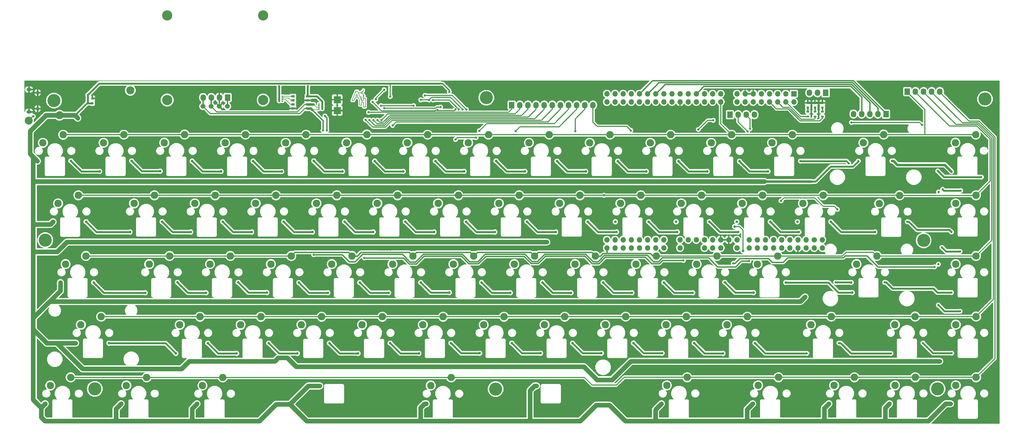
<source format=gtl>
G04 #@! TF.FileFunction,Copper,L1,Top,Signal*
%FSLAX46Y46*%
G04 Gerber Fmt 4.6, Leading zero omitted, Abs format (unit mm)*
G04 Created by KiCad (PCBNEW 4.0.7) date Fri Feb  9 22:51:10 2018*
%MOMM*%
%LPD*%
G01*
G04 APERTURE LIST*
%ADD10C,0.100000*%
%ADD11C,0.150000*%
%ADD12C,0.600000*%
%ADD13C,4.064000*%
%ADD14C,1.524000*%
%ADD15C,3.200000*%
%ADD16R,1.727200X2.032000*%
%ADD17O,1.727200X2.032000*%
%ADD18R,0.797560X0.797560*%
%ADD19R,0.900000X0.500000*%
%ADD20C,2.500000*%
%ADD21R,0.750000X0.800000*%
%ADD22O,0.950000X1.250000*%
%ADD23O,1.550000X1.000000*%
%ADD24R,0.500000X0.400000*%
%ADD25R,0.500000X0.300000*%
%ADD26R,1.100000X0.760000*%
%ADD27R,2.235200X2.235200*%
%ADD28R,1.700000X1.700000*%
%ADD29O,1.700000X1.700000*%
%ADD30C,1.700000*%
%ADD31C,2.286000*%
%ADD32C,0.800000*%
%ADD33C,0.700000*%
%ADD34C,1.000000*%
%ADD35C,0.800000*%
%ADD36C,0.400000*%
%ADD37C,0.600000*%
%ADD38C,0.200000*%
%ADD39C,0.300000*%
%ADD40C,1.400000*%
G04 APERTURE END LIST*
D10*
D11*
X109400000Y115160000D02*
X109050000Y115060000D01*
X108900000Y115160000D02*
X109400000Y115160000D01*
X109150000Y114860000D02*
X108900000Y115160000D01*
X109150000Y114860000D02*
X109400000Y115160000D01*
X109150000Y114360000D02*
X109150000Y115510000D01*
X108650000Y115860000D02*
X109150000Y115510000D01*
X109150000Y116610000D02*
X109150000Y116960000D01*
X108650000Y116260000D02*
X109150000Y116610000D01*
X108600000Y116460000D02*
X108600000Y115660000D01*
X107550000Y116060000D02*
X108600000Y116060000D01*
X109750000Y114360000D02*
X109750000Y114160000D01*
X109150000Y114360000D02*
X109750000Y114360000D01*
X109150000Y114160000D02*
X109150000Y114360000D01*
X108550000Y114760000D02*
X108150000Y114760000D01*
X108550000Y114560000D02*
X108550000Y114760000D01*
X109750000Y111560000D02*
X109750000Y111760000D01*
X109150000Y111560000D02*
X109750000Y111560000D01*
X109150000Y111760000D02*
X109150000Y111560000D01*
X109150000Y113560000D02*
X108550000Y113560000D01*
X109150000Y114160000D02*
X109150000Y113560000D01*
X109750000Y111760000D02*
X109750000Y114160000D01*
X109150000Y113160000D02*
X109150000Y111760000D01*
X108550000Y113160000D02*
X109150000Y113160000D01*
X108550000Y112160000D02*
X108550000Y113160000D01*
X107950000Y112160000D02*
X108550000Y112160000D01*
X107950000Y113560000D02*
X107950000Y112160000D01*
X108550000Y113560000D02*
X108550000Y114560000D01*
X106150000Y113560000D02*
X105550000Y113560000D01*
X106950000Y115560000D02*
X106750000Y114960000D01*
X107150000Y115560000D02*
X106950000Y115560000D01*
X107350000Y114960000D02*
X107150000Y115560000D01*
X106750000Y114960000D02*
X107350000Y114960000D01*
X107550000Y114560000D02*
X107950000Y113560000D01*
X106550000Y114560000D02*
X107550000Y114560000D01*
X106150000Y113560000D02*
X106550000Y114560000D01*
X107350000Y116560000D02*
X108550000Y113560000D01*
X106750000Y116560000D02*
X107350000Y116560000D01*
X105550000Y113560000D02*
X106750000Y116560000D01*
D12*
X246670000Y63210000D03*
X247490000Y63210000D03*
X243570000Y63210000D03*
X244390000Y63210000D03*
X213075494Y107784295D03*
X212368388Y108491402D03*
X211901963Y66391154D03*
X211901963Y67391154D03*
X222431154Y63858037D03*
X223431154Y63858037D03*
X224431154Y63858037D03*
X217585000Y41340000D03*
X217585000Y42340000D03*
X217585000Y43340000D03*
X239185000Y108580000D03*
X238185000Y108580000D03*
X237185000Y108580000D03*
X236185000Y108580000D03*
X185272218Y63286033D03*
X185272218Y62286033D03*
X185272218Y61286033D03*
X126739153Y61935061D03*
X126032046Y61227954D03*
X125324939Y60520847D03*
X69769153Y63005061D03*
X69062046Y62297954D03*
X68354939Y61590847D03*
X96924939Y42360847D03*
X97632046Y43067954D03*
X98339153Y43775061D03*
X153794939Y42510847D03*
X154502046Y43217954D03*
X155209153Y43925061D03*
X211104939Y42660847D03*
X211812046Y43367954D03*
X212519153Y44075061D03*
X201224939Y60510847D03*
X201932046Y61217954D03*
X202639153Y61925061D03*
X191785000Y98610000D03*
X191785000Y97610000D03*
X191785000Y96610000D03*
X77965000Y99170000D03*
X77965000Y98170000D03*
X77965000Y97170000D03*
X251710000Y97740000D03*
X250710000Y97740000D03*
X250710000Y98740000D03*
X249710000Y99740000D03*
X249710000Y98740000D03*
X249710000Y97740000D03*
X251710000Y98740000D03*
X251710000Y99740000D03*
X250710000Y99740000D03*
X262170000Y113060000D03*
X261170000Y113060000D03*
X261170000Y114060000D03*
X260170000Y115060000D03*
X260170000Y114060000D03*
X260170000Y113060000D03*
X262170000Y114060000D03*
X262170000Y115060000D03*
X261170000Y115060000D03*
X207000000Y110890000D03*
X208000000Y110890000D03*
X209000000Y110890000D03*
X209000000Y109890000D03*
X208000000Y109890000D03*
X207000000Y109890000D03*
X207000000Y108890000D03*
X208000000Y108890000D03*
X209000000Y108890000D03*
X35370000Y42730000D03*
X36370000Y42730000D03*
X37370000Y42730000D03*
X37370000Y41730000D03*
X36370000Y41730000D03*
X35370000Y41730000D03*
X35370000Y40730000D03*
X36370000Y40730000D03*
X37370000Y40730000D03*
X48490000Y16435000D03*
X48490000Y15435000D03*
X47490000Y15435000D03*
X47490000Y16435000D03*
X46490000Y16435000D03*
X46490000Y15435000D03*
X138666000Y98428000D03*
X138666000Y99428000D03*
X135476000Y96998000D03*
X135476000Y95998000D03*
X135476000Y94998000D03*
X25995000Y112720000D03*
X25995000Y113720000D03*
X10590000Y107380000D03*
X9040000Y105870000D03*
X267730000Y40060000D03*
X266730000Y40060000D03*
X266730000Y41060000D03*
X265730000Y41060000D03*
X265730000Y42060000D03*
X266730000Y42060000D03*
X267730000Y41060000D03*
X41036292Y117435028D03*
X40329185Y116727922D03*
X39622078Y116020815D03*
X38914972Y115313708D03*
X89450000Y113730000D03*
X89450000Y114730000D03*
X89450000Y115730000D03*
D13*
X147515000Y114490000D03*
D14*
X66620000Y111780000D03*
X64080000Y111780000D03*
X61540000Y111780000D03*
X59000000Y111780000D03*
D15*
X47810000Y113780000D03*
X77810000Y113780000D03*
X47810000Y140280000D03*
X77810000Y140280000D03*
D12*
X243910000Y73610000D03*
X243910000Y74430000D03*
D16*
X253550000Y116020000D03*
D17*
X251010000Y116020000D03*
X248470000Y116020000D03*
D12*
X185650000Y74430000D03*
X185640000Y75200000D03*
X93365000Y91465000D03*
X290315000Y77390000D03*
X302615000Y15465000D03*
X302515000Y90940000D03*
X302540000Y92115000D03*
X290465000Y58440000D03*
X302715000Y72015000D03*
X302715000Y72990000D03*
X302665000Y33940000D03*
X302640000Y35040000D03*
X302665000Y53015000D03*
X302665000Y54040000D03*
X271565000Y53515000D03*
X126640000Y53440000D03*
X107615000Y53465000D03*
X88590000Y53515000D03*
X69640000Y53490000D03*
X19690000Y15440000D03*
X43440000Y15415000D03*
X67215000Y15490000D03*
X104565000Y20315000D03*
X138590000Y15415000D03*
X172240000Y20265000D03*
X212440000Y15490000D03*
X283615000Y15515000D03*
X240865000Y15515000D03*
X264665000Y15540000D03*
X283540000Y34490000D03*
X257315000Y34415000D03*
X240640000Y53490000D03*
X145615000Y53490000D03*
X164540000Y53465000D03*
X183615000Y53465000D03*
X221615000Y53465000D03*
X202690000Y53465000D03*
X230790000Y34465000D03*
X211740000Y34540000D03*
X192815000Y34515000D03*
X173815000Y34515000D03*
X154815000Y34490000D03*
X135765000Y34465000D03*
X116765000Y34465000D03*
X97865000Y34440000D03*
X78915000Y34465000D03*
X59890000Y34465000D03*
X29090000Y34460000D03*
X24365000Y53490000D03*
X50265000Y53540000D03*
X17140000Y91390000D03*
X21790000Y72415000D03*
X45665000Y72465000D03*
X64465000Y72415000D03*
X83540000Y72415000D03*
X102465000Y72515000D03*
X121390000Y72415000D03*
X140415000Y72465000D03*
X159465000Y72465000D03*
X216490000Y72465000D03*
X197390000Y72365000D03*
X178540000Y72515000D03*
X278190000Y72515000D03*
X273340000Y91515000D03*
X244640000Y91465000D03*
X225690000Y91415000D03*
X206590000Y91540000D03*
X187690000Y91540000D03*
X168640000Y91515000D03*
X149515000Y91415000D03*
X130590000Y91415000D03*
X111565000Y91365000D03*
X73790000Y91415000D03*
X54715000Y91465000D03*
X35740000Y91465000D03*
X30380000Y103965000D03*
X29380000Y103965000D03*
X28380000Y103965000D03*
X50015000Y104915000D03*
X49015000Y104915000D03*
X48015000Y104915000D03*
X288115000Y47290000D03*
X288115000Y48090000D03*
X235790000Y72115000D03*
X235090000Y72890000D03*
X197799153Y82105061D03*
X197092046Y81397954D03*
X196384939Y80690847D03*
X254740000Y72090000D03*
X253915000Y72690000D03*
X264955000Y74600000D03*
X264955000Y76600000D03*
X264955000Y75600000D03*
X248625000Y91955000D03*
X250625000Y91955000D03*
X249625000Y91955000D03*
X189750000Y90060000D03*
X191750000Y90060000D03*
X190750000Y90060000D03*
X132640000Y90040000D03*
X134640000Y90040000D03*
X133640000Y90040000D03*
X75865000Y90030000D03*
X77865000Y90030000D03*
X76865000Y90030000D03*
X18845000Y90030000D03*
X20845000Y90030000D03*
X19845000Y90030000D03*
X8810000Y73015000D03*
X10810000Y73015000D03*
X9810000Y73015000D03*
X7515000Y55615000D03*
X7515000Y53615000D03*
X7515000Y54615000D03*
X8295000Y25740000D03*
X8295000Y23740000D03*
X8295000Y24740000D03*
X16475000Y30415000D03*
X15475000Y29415000D03*
X14475000Y28415000D03*
X239985000Y40510000D03*
X238985000Y40510000D03*
X238985000Y39510000D03*
X239985000Y39510000D03*
X240985000Y39510000D03*
X240985000Y40510000D03*
X240985000Y41510000D03*
X239985000Y41510000D03*
X238985000Y41510000D03*
X278825000Y58550000D03*
X277825000Y58550000D03*
X277825000Y57550000D03*
X278825000Y57550000D03*
X279825000Y57550000D03*
X279825000Y58550000D03*
X272840000Y68665000D03*
X271840000Y68665000D03*
X271840000Y67665000D03*
X272840000Y67665000D03*
X273840000Y67665000D03*
X273840000Y68665000D03*
X273840000Y69665000D03*
X272840000Y69665000D03*
X271840000Y69665000D03*
X260970000Y78290000D03*
X259970000Y78290000D03*
X259970000Y77290000D03*
X260970000Y77290000D03*
X238313496Y76126074D03*
X239020604Y75418966D03*
X239727710Y74711859D03*
X284445000Y79145000D03*
X283445000Y79145000D03*
X283445000Y78145000D03*
X284445000Y78145000D03*
X285445000Y78145000D03*
X285445000Y79145000D03*
X285445000Y80145000D03*
X284445000Y80145000D03*
X283445000Y80145000D03*
X269895000Y88135000D03*
X268895000Y88135000D03*
X268895000Y87135000D03*
X269895000Y87135000D03*
X270895000Y87135000D03*
X270895000Y88135000D03*
X287160000Y98770000D03*
X286160000Y98770000D03*
X286160000Y97770000D03*
X287160000Y97770000D03*
X288160000Y97770000D03*
X288160000Y98770000D03*
X288160000Y99770000D03*
X287160000Y99770000D03*
X286160000Y99770000D03*
X297030000Y116330000D03*
X296030000Y116330000D03*
X296030000Y115330000D03*
X297030000Y115330000D03*
X298030000Y115330000D03*
X298030000Y116330000D03*
X298030000Y117330000D03*
X297030000Y117330000D03*
X296030000Y117330000D03*
X53590000Y113040000D03*
X52590000Y113040000D03*
X52590000Y112040000D03*
X53590000Y112040000D03*
X54590000Y112040000D03*
X54590000Y113040000D03*
X54590000Y114040000D03*
X53590000Y114040000D03*
X52590000Y114040000D03*
X71940000Y113740000D03*
X70940000Y113740000D03*
X70940000Y112740000D03*
X71940000Y112740000D03*
X72940000Y112740000D03*
X72940000Y113740000D03*
X72940000Y114740000D03*
X71940000Y114740000D03*
X70940000Y114740000D03*
X12280000Y118130000D03*
X11280000Y118130000D03*
X11280000Y117130000D03*
X12280000Y117130000D03*
X13280000Y117130000D03*
X13280000Y118130000D03*
X13280000Y119130000D03*
X12280000Y119130000D03*
X11280000Y119130000D03*
X11040000Y102930000D03*
X10040000Y102930000D03*
X11040000Y101930000D03*
X12040000Y101930000D03*
X12040000Y102930000D03*
X12040000Y103930000D03*
X11040000Y103930000D03*
X10040000Y103930000D03*
X9450000Y84835000D03*
X8450000Y84835000D03*
X8450000Y83835000D03*
X9450000Y83835000D03*
X10450000Y83835000D03*
X10450000Y84835000D03*
X10450000Y85835000D03*
X9450000Y85835000D03*
X8450000Y85835000D03*
X27040000Y77215000D03*
X26040000Y77215000D03*
X26040000Y76215000D03*
X27040000Y76215000D03*
X28040000Y76215000D03*
X28040000Y77215000D03*
X28040000Y78215000D03*
X27040000Y78215000D03*
X26040000Y78215000D03*
X29620000Y60300000D03*
X28620000Y60300000D03*
X28620000Y59300000D03*
X29620000Y59300000D03*
X30620000Y59300000D03*
X30620000Y60300000D03*
X30620000Y61300000D03*
X29620000Y61300000D03*
X28620000Y61300000D03*
X23880000Y15340000D03*
X22880000Y15340000D03*
X24880000Y15340000D03*
X24880000Y16340000D03*
X23880000Y16340000D03*
X22880000Y16340000D03*
X48180000Y22555000D03*
X47180000Y22555000D03*
X47180000Y21555000D03*
X48180000Y21555000D03*
X49180000Y21555000D03*
X49180000Y22555000D03*
X49180000Y23555000D03*
X48180000Y23555000D03*
X47180000Y23555000D03*
X74865000Y23415000D03*
X73865000Y23415000D03*
X73865000Y22415000D03*
X74865000Y22415000D03*
X75865000Y22415000D03*
X75865000Y23415000D03*
X75865000Y24415000D03*
X74865000Y24415000D03*
X73865000Y24415000D03*
X100190000Y16415000D03*
X99190000Y16415000D03*
X99190000Y15415000D03*
X100190000Y15415000D03*
X101190000Y15415000D03*
X101190000Y16415000D03*
X101190000Y17415000D03*
X100190000Y17415000D03*
X99190000Y17415000D03*
X144335000Y21940000D03*
X143335000Y21940000D03*
X143335000Y20940000D03*
X144335000Y20940000D03*
X145335000Y20940000D03*
X145335000Y21940000D03*
X145335000Y22940000D03*
X144335000Y22940000D03*
X143335000Y22940000D03*
X172640000Y16615000D03*
X171640000Y16615000D03*
X171640000Y15615000D03*
X172640000Y15615000D03*
X173640000Y15615000D03*
X173640000Y16615000D03*
X173640000Y17615000D03*
X172640000Y17615000D03*
X171640000Y17615000D03*
X194440000Y22040000D03*
X193440000Y22040000D03*
X193440000Y21040000D03*
X194440000Y21040000D03*
X195440000Y21040000D03*
X195440000Y22040000D03*
X195440000Y23040000D03*
X194440000Y23040000D03*
X193440000Y23040000D03*
X247640000Y22890000D03*
X246640000Y22890000D03*
X246640000Y21890000D03*
X247640000Y21890000D03*
X248640000Y21890000D03*
X248640000Y22890000D03*
X248640000Y23890000D03*
X247640000Y23890000D03*
X246640000Y23890000D03*
X175390000Y67665000D03*
X174390000Y67665000D03*
X173390000Y67665000D03*
X175390000Y68665000D03*
X174390000Y68665000D03*
X173390000Y68665000D03*
X175390000Y69665000D03*
X174390000Y69665000D03*
X173390000Y69665000D03*
X114640000Y66890000D03*
X115640000Y66890000D03*
X116640000Y66890000D03*
X117640000Y66890000D03*
X58850000Y66815000D03*
X59850000Y66815000D03*
X60850000Y66815000D03*
X61850000Y66815000D03*
X42745000Y48110000D03*
X43745000Y48110000D03*
X44745000Y48110000D03*
X45745000Y48110000D03*
X94465000Y48520000D03*
X95465000Y48520000D03*
X96465000Y48520000D03*
X97465000Y48520000D03*
X151535000Y48690000D03*
X152535000Y48690000D03*
X153535000Y48690000D03*
X154535000Y48690000D03*
X207185000Y48755000D03*
X208185000Y48755000D03*
X206180000Y48740000D03*
X238595000Y86230000D03*
X239595000Y86230000D03*
X240595000Y86230000D03*
X241595000Y86230000D03*
X184790000Y86240000D03*
X185790000Y86240000D03*
X186790000Y86240000D03*
X187790000Y86240000D03*
X129640000Y86140000D03*
X130640000Y86140000D03*
X131640000Y86140000D03*
X132640000Y86140000D03*
X71690000Y85990000D03*
X72690000Y85990000D03*
X73690000Y85990000D03*
X74690000Y85990000D03*
X4515000Y115115000D03*
X4515000Y114115000D03*
X4515000Y113115000D03*
X4515000Y112115000D03*
X26260000Y107005000D03*
X25260000Y107005000D03*
X38040000Y110815000D03*
X37040000Y110815000D03*
X36040000Y110815000D03*
D16*
X223650000Y109170000D03*
D17*
X226190000Y109170000D03*
X228730000Y109170000D03*
X231270000Y109170000D03*
D13*
X9740000Y69890000D03*
X284165000Y69815000D03*
X303340000Y114140000D03*
X150440000Y23290000D03*
X288490000Y23340000D03*
X25190000Y23315000D03*
D18*
X247970000Y111391400D03*
X247970000Y112890000D03*
X250220000Y111390000D03*
X250220000Y112888600D03*
X252520000Y111390700D03*
X252520000Y112889300D03*
D19*
X247970000Y108640000D03*
X247970000Y110140000D03*
X250220000Y108640000D03*
X250220000Y110140000D03*
X252520000Y108640000D03*
X252520000Y110140000D03*
D20*
X4515000Y107365000D03*
X36290000Y116815000D03*
D16*
X279070000Y116415000D03*
D17*
X281610000Y116415000D03*
X284150000Y116415000D03*
X286690000Y116415000D03*
X289230000Y116415000D03*
D16*
X155460000Y112180000D03*
D17*
X158000000Y112180000D03*
X160540000Y112180000D03*
X163080000Y112180000D03*
X165620000Y112180000D03*
X168160000Y112180000D03*
X170700000Y112180000D03*
X173240000Y112180000D03*
X175780000Y112180000D03*
X178320000Y112180000D03*
X180860000Y112180000D03*
D13*
X12440000Y113590000D03*
D16*
X272410000Y109380000D03*
D17*
X269870000Y109380000D03*
X267330000Y109380000D03*
X264790000Y109380000D03*
X262250000Y109380000D03*
D21*
X24415000Y112765000D03*
X24415000Y114265000D03*
D20*
X14165000Y109015000D03*
D22*
X7327540Y111064100D03*
X7327540Y116064100D03*
D23*
X4627540Y110064100D03*
X4627540Y117064100D03*
D24*
X82770000Y114960000D03*
D25*
X82770000Y113960000D03*
X82770000Y114460000D03*
D24*
X82770000Y113460000D03*
D25*
X83770000Y114460000D03*
D24*
X83770000Y114960000D03*
D25*
X83770000Y113960000D03*
D24*
X83770000Y113460000D03*
X96250000Y110990000D03*
D25*
X96250000Y111990000D03*
X96250000Y111490000D03*
D24*
X96250000Y112490000D03*
D25*
X95250000Y111490000D03*
D24*
X95250000Y110990000D03*
D25*
X95250000Y111990000D03*
D24*
X95250000Y112490000D03*
D26*
X87110000Y114940000D03*
X87110000Y113670000D03*
X87110000Y112400000D03*
X87110000Y111130000D03*
X91710000Y111130000D03*
X91710000Y112400000D03*
X91710000Y113670000D03*
X91710000Y114940000D03*
D12*
X35040000Y110815000D03*
D16*
X66650000Y114540000D03*
D17*
X64110000Y114540000D03*
X61570000Y114540000D03*
X59030000Y114540000D03*
D27*
X100940000Y113890000D03*
X100940000Y110470000D03*
D28*
X243610000Y115730000D03*
D29*
X243610000Y113190000D03*
X241070000Y115730000D03*
X241070000Y113190000D03*
X238530000Y115730000D03*
X238530000Y113190000D03*
X235990000Y115730000D03*
X235990000Y113190000D03*
X233450000Y115730000D03*
X233450000Y113190000D03*
X230910000Y115730000D03*
X230910000Y113190000D03*
X228370000Y115730000D03*
X228370000Y113190000D03*
X225830000Y115730000D03*
X225830000Y113190000D03*
X220750000Y115730000D03*
X220750000Y113190000D03*
X218210000Y115730000D03*
X218210000Y113190000D03*
X215670000Y115730000D03*
X215670000Y113190000D03*
X213130000Y115730000D03*
X213130000Y113190000D03*
X210590000Y115730000D03*
X210590000Y113190000D03*
X208050000Y115730000D03*
X208050000Y113190000D03*
X205510000Y115730000D03*
X205510000Y113190000D03*
X202970000Y115730000D03*
X202970000Y113190000D03*
X200430000Y115730000D03*
X200430000Y113190000D03*
X197890000Y115730000D03*
X197890000Y113190000D03*
X195350000Y115730000D03*
X195350000Y113190000D03*
X192810000Y115730000D03*
X192810000Y113190000D03*
X190270000Y115730000D03*
X190270000Y113190000D03*
X187730000Y115730000D03*
X187730000Y113190000D03*
X185190000Y115730000D03*
X185190000Y113190000D03*
X252496158Y70010914D03*
X252496158Y67470000D03*
X190270000Y70010000D03*
X195350000Y70010000D03*
X195350000Y67470000D03*
X192810000Y70010000D03*
X192810000Y67470000D03*
X190270000Y67470000D03*
X208050000Y70010000D03*
X210590000Y70010000D03*
X213130000Y70010000D03*
X208050000Y67470000D03*
X197890000Y70010000D03*
X202970000Y67470000D03*
X200430000Y70010000D03*
X200430000Y67470000D03*
X202970000Y70010000D03*
X197890000Y67470000D03*
X185190000Y67470000D03*
X187730000Y70010000D03*
X185190000Y70010000D03*
X187730000Y67470000D03*
X220750000Y70010000D03*
X220750000Y67470000D03*
X218210000Y70010000D03*
X218210000Y67470000D03*
X215670000Y70010000D03*
X215670000Y67470000D03*
X234720000Y70010000D03*
X239800000Y67470000D03*
X237260000Y70010000D03*
X237260000Y67470000D03*
X239800000Y70010000D03*
X242340000Y67470000D03*
X242340000Y70010000D03*
X234720000Y67470000D03*
X244880000Y70010000D03*
X247420000Y70010000D03*
D30*
X249960000Y70010000D03*
D29*
X249960000Y67470000D03*
X247420000Y67470000D03*
X244880000Y67470000D03*
X223290000Y70010000D03*
X232180000Y70010000D03*
X232180000Y67470000D03*
X229640000Y70010000D03*
X229640000Y67470000D03*
X225826158Y70010000D03*
X225826158Y67470914D03*
D31*
X300565000Y26955000D03*
X294215000Y24415000D03*
X300550000Y45970000D03*
X294200000Y43430000D03*
X300530000Y64945000D03*
X294180000Y62405000D03*
X300505000Y83945000D03*
X294155000Y81405000D03*
X300455000Y102970000D03*
X294105000Y100430000D03*
X262560000Y26970000D03*
X256210000Y24430000D03*
X281530000Y45970000D03*
X275180000Y43430000D03*
X252800000Y83930000D03*
X246450000Y81390000D03*
X229050000Y45945000D03*
X222700000Y43405000D03*
X233800000Y83930000D03*
X227450000Y81390000D03*
X224160000Y102930000D03*
X217810000Y100390000D03*
X210050000Y45950000D03*
X203700000Y43410000D03*
X219600000Y64940000D03*
X213250000Y62400000D03*
X214800000Y83940000D03*
X208450000Y81400000D03*
X205150000Y102930000D03*
X198800000Y100390000D03*
X191050000Y45950000D03*
X184700000Y43410000D03*
X200600000Y64940000D03*
X194250000Y62400000D03*
X186170000Y102930000D03*
X179820000Y100390000D03*
X172050000Y45940000D03*
X165700000Y43400000D03*
X176800000Y83940000D03*
X170450000Y81400000D03*
X153050000Y45940000D03*
X146700000Y43400000D03*
X162600000Y64940000D03*
X156250000Y62400000D03*
X157800000Y83940000D03*
X151450000Y81400000D03*
X134040000Y45930000D03*
X127690000Y43390000D03*
X143600000Y64940000D03*
X137250000Y62400000D03*
X138800000Y83940000D03*
X132450000Y81400000D03*
X129190000Y102930000D03*
X122840000Y100390000D03*
X115040000Y45930000D03*
X108690000Y43390000D03*
X124590000Y64940000D03*
X118240000Y62400000D03*
X119800000Y83940000D03*
X113450000Y81400000D03*
X105590000Y64940000D03*
X99240000Y62400000D03*
X100800000Y83940000D03*
X94450000Y81400000D03*
X77100000Y45940000D03*
X70750000Y43400000D03*
X86570000Y64940000D03*
X80220000Y62400000D03*
X81800000Y83940000D03*
X75450000Y81400000D03*
X72240000Y102930000D03*
X65890000Y100390000D03*
X58090000Y45930000D03*
X51740000Y43390000D03*
X67540000Y64930000D03*
X61190000Y62390000D03*
X62770000Y83930000D03*
X56420000Y81390000D03*
X53250000Y102950000D03*
X46900000Y100410000D03*
X48550000Y64940000D03*
X42200000Y62400000D03*
X15310000Y102920000D03*
X8960000Y100380000D03*
X243160000Y102930000D03*
X236810000Y100390000D03*
X91200000Y102930000D03*
X84850000Y100390000D03*
X34270000Y102930000D03*
X27920000Y100390000D03*
X43800000Y83940000D03*
X37450000Y81400000D03*
X281560000Y26970000D03*
X275210000Y24430000D03*
X181600000Y64930000D03*
X175250000Y62390000D03*
X167190000Y102930000D03*
X160840000Y100390000D03*
X110200000Y102940000D03*
X103850000Y100400000D03*
X195800000Y83940000D03*
X189450000Y81400000D03*
X96070000Y45930000D03*
X89720000Y43390000D03*
X148190000Y102930000D03*
X141840000Y100390000D03*
X238600000Y64950000D03*
X232250000Y62410000D03*
X20070000Y83930000D03*
X13720000Y81390000D03*
X210280000Y26970000D03*
X203930000Y24430000D03*
X276625000Y83920000D03*
X270275000Y81380000D03*
X238800000Y26970000D03*
X232450000Y24430000D03*
X136520000Y26930000D03*
X130170000Y24390000D03*
X65170000Y26930000D03*
X58820000Y24390000D03*
X41400000Y26940000D03*
X35050000Y24400000D03*
X17650000Y26940000D03*
X11300000Y24400000D03*
X22410000Y64930000D03*
X16060000Y62390000D03*
X255290000Y45955000D03*
X248940000Y43415000D03*
X269542000Y64950000D03*
X263192000Y62410000D03*
X27178000Y45945000D03*
X20828000Y43405000D03*
X271698000Y102945000D03*
X265348000Y100405000D03*
D32*
X26690000Y91440000D03*
X17740000Y94690000D03*
D33*
X91740000Y118090011D03*
X82770000Y118090011D03*
X36290000Y116815000D03*
D32*
X36190000Y72440000D03*
X22490000Y75640000D03*
X40940000Y53440000D03*
X24840000Y56640000D03*
X50490000Y34440000D03*
X29640000Y37640000D03*
X45640000Y91490000D03*
X36690000Y94690000D03*
X55140000Y72440000D03*
X46240000Y75690000D03*
X59940000Y53440000D03*
X50990000Y56690000D03*
X64640000Y91440000D03*
X55640000Y94640000D03*
X74190000Y72440000D03*
X65190000Y75640000D03*
X78940000Y53490000D03*
X69990000Y56690000D03*
X69490000Y34440000D03*
X60490000Y37640000D03*
X83590000Y91390000D03*
X74690000Y94640000D03*
X93190000Y72440000D03*
X84240000Y75640000D03*
X97990000Y53440000D03*
X88990000Y56590000D03*
X88490000Y34440000D03*
X79540000Y37640000D03*
X102590000Y91440000D03*
X93640000Y94690000D03*
X112190000Y72440000D03*
X103240000Y75690000D03*
X116990000Y53440000D03*
X107990000Y56640000D03*
X107440000Y34440000D03*
X98490000Y37640000D03*
X121590000Y91440000D03*
X112640000Y94640000D03*
X131190000Y72440000D03*
X122240000Y75690000D03*
X135990000Y53490000D03*
X127040000Y56640000D03*
X126440000Y34440000D03*
X117490000Y37640000D03*
X140590000Y91440000D03*
X131640000Y94640000D03*
X150190000Y72440000D03*
X141240000Y75640000D03*
X154990000Y53440000D03*
X146040000Y56640000D03*
X145440000Y34490000D03*
X136490000Y37640000D03*
X159590000Y91440000D03*
X150590000Y94690000D03*
X169190000Y72440000D03*
X160240000Y75690000D03*
X165040000Y56640000D03*
X173990000Y53440000D03*
X164440000Y34490000D03*
X155490000Y37640000D03*
X178590000Y91440000D03*
X169640000Y94590000D03*
X188190000Y72440000D03*
X179240000Y75640000D03*
X192990000Y53440000D03*
X184040000Y56640000D03*
X183440000Y34490000D03*
X174440000Y37640000D03*
X197540000Y91440000D03*
X188590000Y94590000D03*
X207190000Y72440000D03*
X198240000Y75640000D03*
X211990000Y53440000D03*
X203040000Y56640000D03*
X202440000Y34490000D03*
X193490000Y37690000D03*
X216540000Y91440000D03*
X207590000Y94590000D03*
X226190000Y72440000D03*
X217240000Y75690000D03*
X230990000Y53490000D03*
X222040000Y56690000D03*
X221440000Y34440000D03*
X212490000Y37640000D03*
X235540000Y91440000D03*
X226640000Y94590000D03*
X245190000Y72440000D03*
X236240000Y75640000D03*
X261840000Y53490000D03*
X241090000Y56640000D03*
D33*
X247665000Y34465000D03*
D32*
X231490000Y37640000D03*
D33*
X260765000Y93965000D03*
X245640000Y94665000D03*
D32*
X268940000Y72440000D03*
X255190000Y75640000D03*
D33*
X5965000Y108665000D03*
X256670000Y56660000D03*
X191860000Y88240000D03*
X210910000Y88240000D03*
X229760000Y88240000D03*
X234381677Y88240000D03*
X215500000Y88240000D03*
X196410000Y88240000D03*
X177140000Y88240000D03*
X158490000Y88240000D03*
X139550000Y88240000D03*
X120610000Y88240000D03*
X101500000Y88240000D03*
X82400000Y88240000D03*
X63620000Y88240000D03*
X44830000Y88240000D03*
X25800000Y88240000D03*
X7290000Y94640000D03*
X289180000Y32000000D03*
X135960000Y116330000D03*
X34040000Y69290000D03*
X52990000Y69290000D03*
X72040000Y69290000D03*
X91040000Y69290000D03*
X110040000Y69290000D03*
X129040000Y69290000D03*
X148040000Y69290000D03*
X166390000Y69290000D03*
X272065000Y31990000D03*
X245840000Y31990000D03*
X219540000Y31990000D03*
X200540000Y31990000D03*
X177990000Y30290000D03*
X162540000Y30290000D03*
X143540000Y30290000D03*
X124490000Y30290000D03*
X105490000Y30290000D03*
X85281099Y33098901D03*
X67540000Y31990000D03*
X48790000Y29616099D03*
X38740000Y50690000D03*
X57790000Y50690000D03*
X76840000Y50690000D03*
X95840000Y50690000D03*
X114790000Y50690000D03*
X133840000Y50690000D03*
X152790000Y50690000D03*
X171740000Y50690000D03*
X190840000Y50690000D03*
X209790000Y50690000D03*
X228790000Y50690000D03*
X117500000Y114870000D03*
X23020000Y115360000D03*
X263765000Y94665000D03*
X292555000Y18675000D03*
X247115000Y52140000D03*
X273490000Y18690000D03*
X254565000Y18690000D03*
X230765000Y18690000D03*
X202240000Y18690000D03*
X249148323Y88248323D03*
D34*
X19890000Y108115000D03*
D32*
X95490000Y24240000D03*
X163190000Y24240000D03*
X244730000Y75650000D03*
X225780000Y75650000D03*
X206820000Y75660000D03*
X187820000Y75660000D03*
X12130000Y75650000D03*
X14430000Y56650000D03*
X261525000Y56655000D03*
X19215000Y37665000D03*
X9670000Y18660000D03*
X33420000Y18660000D03*
X57130000Y18650000D03*
X128780000Y18650000D03*
D33*
X109400000Y64360000D03*
X97700000Y104260000D03*
X209100000Y63560000D03*
X97100000Y108760000D03*
X93515000Y112415000D03*
X93600000Y65332999D03*
X96500000Y104260000D03*
X229600000Y63360000D03*
X292915000Y34515000D03*
X283965000Y37665000D03*
X273915000Y34440000D03*
X257740000Y37690000D03*
X292840000Y91365000D03*
X274265000Y94690000D03*
X292865000Y72440000D03*
X279065000Y75640000D03*
X292865000Y53490000D03*
X271990000Y56665000D03*
X128340000Y115216002D03*
X141280000Y110840000D03*
X127030000Y113810000D03*
X129620000Y113790000D03*
X140120000Y110840000D03*
X124800000Y112000000D03*
X114600000Y112000000D03*
X130900000Y113770000D03*
X138950000Y110830000D03*
X112000000Y113200000D03*
X132200000Y110619999D03*
X137880000Y110850000D03*
X113000000Y114000000D03*
X115600000Y117000000D03*
X110710001Y109919999D03*
X109790000Y107580000D03*
X111010000Y107540000D03*
X112230000Y107490000D03*
X113500000Y107490000D03*
X114770000Y107490000D03*
X118240000Y105830000D03*
X144310000Y101960000D03*
X145330000Y104120000D03*
X137900000Y101440000D03*
X156700000Y104070000D03*
X175280000Y103990000D03*
X192700000Y104240000D03*
X218430000Y107450000D03*
X213793124Y104554624D03*
D32*
X225140000Y74140000D03*
X227690000Y66490000D03*
D33*
X229200000Y103917760D03*
X239600000Y82190000D03*
X257210000Y79530000D03*
X229900000Y104750000D03*
X261600000Y106760000D03*
X283670000Y106000000D03*
X295570000Y47615000D03*
X288765000Y62340000D03*
X288765000Y49565000D03*
X295540000Y66360000D03*
X288840000Y84980000D03*
X289915000Y67615000D03*
X295740000Y85390000D03*
X290090000Y85790000D03*
X288565000Y91565000D03*
X302190000Y89665000D03*
X224700000Y62660000D03*
X287565000Y61489990D03*
X184290000Y83940000D03*
X133200000Y111600000D03*
X115600000Y111200000D03*
D35*
X250220000Y112888600D02*
X252519300Y112888600D01*
X252519300Y112888600D02*
X252520000Y112889300D01*
X247970000Y112890000D02*
X250218600Y112890000D01*
X250218600Y112890000D02*
X250220000Y112888600D01*
D36*
X64095000Y114515000D02*
X64095000Y111795000D01*
X64095000Y111795000D02*
X64080000Y111780000D01*
X247970000Y111391400D02*
X247970000Y110140000D01*
X250220000Y111390000D02*
X250220000Y110140000D01*
X252520000Y111390700D02*
X252520000Y110140000D01*
D37*
X17740000Y94690000D02*
X20990000Y91440000D01*
X20990000Y91440000D02*
X26690000Y91440000D01*
D38*
X96250000Y111490000D02*
X96250000Y111990000D01*
X96250000Y111490000D02*
X96250000Y110990000D01*
X96250000Y112490000D02*
X96250000Y111990000D01*
X82770000Y114460000D02*
X82770000Y114960000D01*
X82770000Y113460000D02*
X82770000Y113960000D01*
D37*
X91710000Y114940000D02*
X91710000Y118060011D01*
X91710000Y118060011D02*
X91740000Y118090011D01*
X82770000Y117350000D02*
X82770000Y118090011D01*
D36*
X66635000Y114515000D02*
X66635000Y111795000D01*
X66635000Y111795000D02*
X66620000Y111780000D01*
D37*
X96250000Y112490000D02*
X96250000Y113290000D01*
X96250000Y113290000D02*
X94600000Y114940000D01*
X94600000Y114940000D02*
X91710000Y114940000D01*
X96250000Y110990000D02*
X96250000Y112490000D01*
X82770000Y114960000D02*
X82770000Y117350000D01*
X82770000Y114960000D02*
X82770000Y113460000D01*
X22490000Y75640000D02*
X25690000Y72440000D01*
X25690000Y72440000D02*
X36190000Y72440000D01*
X24840000Y56640000D02*
X28040000Y53440000D01*
X28040000Y53440000D02*
X40940000Y53440000D01*
X29640000Y37640000D02*
X47290000Y37640000D01*
X47290000Y37640000D02*
X50490000Y34440000D01*
X36690000Y94690000D02*
X39890000Y91490000D01*
X39890000Y91490000D02*
X45640000Y91490000D01*
X46240000Y75690000D02*
X49490000Y72440000D01*
X49490000Y72440000D02*
X55140000Y72440000D01*
X50990000Y56690000D02*
X54240000Y53440000D01*
X54240000Y53440000D02*
X59940000Y53440000D01*
X55640000Y94640000D02*
X58840000Y91440000D01*
X58840000Y91440000D02*
X64640000Y91440000D01*
X65190000Y75640000D02*
X68390000Y72440000D01*
X68390000Y72440000D02*
X74190000Y72440000D01*
X69990000Y56690000D02*
X73190000Y53490000D01*
X73190000Y53490000D02*
X78940000Y53490000D01*
X60490000Y37640000D02*
X63690000Y34440000D01*
X63690000Y34440000D02*
X69490000Y34440000D01*
X74690000Y94640000D02*
X77940000Y91390000D01*
X77940000Y91390000D02*
X83590000Y91390000D01*
X84240000Y75640000D02*
X87440000Y72440000D01*
X87440000Y72440000D02*
X93190000Y72440000D01*
X88990000Y56590000D02*
X92140000Y53440000D01*
X92140000Y53440000D02*
X97990000Y53440000D01*
X79540000Y37640000D02*
X82740000Y34440000D01*
X82740000Y34440000D02*
X88490000Y34440000D01*
X93640000Y94690000D02*
X96890000Y91440000D01*
X96890000Y91440000D02*
X102590000Y91440000D01*
X103240000Y75690000D02*
X106490000Y72440000D01*
X106490000Y72440000D02*
X112190000Y72440000D01*
X107990000Y56640000D02*
X111190000Y53440000D01*
X111190000Y53440000D02*
X116990000Y53440000D01*
X98490000Y37640000D02*
X101690000Y34440000D01*
X101690000Y34440000D02*
X107440000Y34440000D01*
X112640000Y94640000D02*
X115840000Y91440000D01*
X115840000Y91440000D02*
X121590000Y91440000D01*
X122240000Y75690000D02*
X125490000Y72440000D01*
X125490000Y72440000D02*
X131190000Y72440000D01*
X127040000Y56640000D02*
X130190000Y53490000D01*
X130190000Y53490000D02*
X135990000Y53490000D01*
X117490000Y37640000D02*
X120690000Y34440000D01*
X120690000Y34440000D02*
X126440000Y34440000D01*
X131640000Y94640000D02*
X134840000Y91440000D01*
X134840000Y91440000D02*
X140590000Y91440000D01*
X141240000Y75640000D02*
X144440000Y72440000D01*
X144440000Y72440000D02*
X150190000Y72440000D01*
X146040000Y56640000D02*
X149240000Y53440000D01*
X149240000Y53440000D02*
X154990000Y53440000D01*
X136490000Y37640000D02*
X139640000Y34490000D01*
X139640000Y34490000D02*
X145440000Y34490000D01*
X150590000Y94690000D02*
X153840000Y91440000D01*
X153840000Y91440000D02*
X159590000Y91440000D01*
X160240000Y75690000D02*
X163490000Y72440000D01*
X163490000Y72440000D02*
X169190000Y72440000D01*
X165040000Y56640000D02*
X168240000Y53440000D01*
X168240000Y53440000D02*
X173990000Y53440000D01*
X155490000Y37640000D02*
X158640000Y34490000D01*
X158640000Y34490000D02*
X164440000Y34490000D01*
X169640000Y94590000D02*
X172790000Y91440000D01*
X172790000Y91440000D02*
X178590000Y91440000D01*
X179240000Y75640000D02*
X182440000Y72440000D01*
X182440000Y72440000D02*
X188190000Y72440000D01*
X184040000Y56640000D02*
X187240000Y53440000D01*
X187240000Y53440000D02*
X192990000Y53440000D01*
X174440000Y37640000D02*
X177590000Y34490000D01*
X177590000Y34490000D02*
X183440000Y34490000D01*
X188590000Y94590000D02*
X191740000Y91440000D01*
X191740000Y91440000D02*
X197540000Y91440000D01*
X198240000Y75640000D02*
X201440000Y72440000D01*
X201440000Y72440000D02*
X207190000Y72440000D01*
X206240000Y53440000D02*
X211990000Y53440000D01*
X203040000Y56640000D02*
X206240000Y53440000D01*
X193490000Y37690000D02*
X196690000Y34490000D01*
X196690000Y34490000D02*
X202440000Y34490000D01*
X207590000Y94590000D02*
X210740000Y91440000D01*
X210740000Y91440000D02*
X216540000Y91440000D01*
X217240000Y75690000D02*
X220490000Y72440000D01*
X220490000Y72440000D02*
X226190000Y72440000D01*
X222040000Y56690000D02*
X225240000Y53490000D01*
X225240000Y53490000D02*
X230990000Y53490000D01*
X212490000Y37640000D02*
X215690000Y34440000D01*
X215690000Y34440000D02*
X221440000Y34440000D01*
X226640000Y94590000D02*
X229790000Y91440000D01*
X229790000Y91440000D02*
X235540000Y91440000D01*
X236240000Y75640000D02*
X239440000Y72440000D01*
X239440000Y72440000D02*
X245190000Y72440000D01*
X261840000Y53490000D02*
X257540000Y53490000D01*
X257540000Y53490000D02*
X254390000Y56640000D01*
X254390000Y56640000D02*
X245340000Y56640000D01*
X245340000Y56640000D02*
X241090000Y56640000D01*
X233926099Y35203901D02*
X234665000Y34465000D01*
X234665000Y34465000D02*
X247665000Y34465000D01*
X231490000Y37640000D02*
X233926099Y35203901D01*
X245640000Y94665000D02*
X260065000Y94665000D01*
X260065000Y94665000D02*
X260765000Y93965000D01*
X255190000Y75640000D02*
X258390000Y72440000D01*
X258390000Y72440000D02*
X268940000Y72440000D01*
D39*
X5965000Y108665000D02*
X5815000Y108665000D01*
X5815000Y108665000D02*
X4515000Y107365000D01*
D40*
X95490000Y24240000D02*
X91930000Y24240000D01*
X91930000Y24240000D02*
X86180000Y18490000D01*
X81820000Y18490000D02*
X86180000Y18490000D01*
X93140000Y13240000D02*
X91430000Y13240000D01*
X91430000Y13240000D02*
X86180000Y18490000D01*
X55590000Y13290000D02*
X76620000Y13290000D01*
X76620000Y13290000D02*
X81820000Y18490000D01*
X161190000Y13240000D02*
X176840000Y13240000D01*
X176840000Y13240000D02*
X181840000Y18240000D01*
X181840000Y18240000D02*
X186000000Y18240000D01*
X191000000Y13240000D02*
X198390000Y13240000D01*
X186000000Y18240000D02*
X191000000Y13240000D01*
X198390000Y13240000D02*
X200490000Y13240000D01*
D37*
X256670000Y56660000D02*
X261520000Y56660000D01*
X261520000Y56660000D02*
X261525000Y56655000D01*
D40*
X177140000Y88240000D02*
X191860000Y88240000D01*
X191860000Y88240000D02*
X196410000Y88240000D01*
X196410000Y88240000D02*
X210910000Y88240000D01*
X210910000Y88240000D02*
X215500000Y88240000D01*
X215500000Y88240000D02*
X229760000Y88240000D01*
X229760000Y88240000D02*
X234381677Y88240000D01*
X158490000Y88240000D02*
X177140000Y88240000D01*
X139550000Y88240000D02*
X158490000Y88240000D01*
X120610000Y88240000D02*
X139550000Y88240000D01*
X101500000Y88240000D02*
X120610000Y88240000D01*
X82400000Y88240000D02*
X101500000Y88240000D01*
X63620000Y88240000D02*
X82400000Y88240000D01*
X44830000Y88240000D02*
X63620000Y88240000D01*
X44830000Y88240000D02*
X25800000Y88240000D01*
X25800000Y88240000D02*
X6120000Y88240000D01*
X6120000Y88240000D02*
X5940000Y88060000D01*
X234381677Y88240000D02*
X234390000Y88248323D01*
X5940000Y78790000D02*
X5940000Y88060000D01*
X5940000Y88060000D02*
X5940000Y95990000D01*
X5940000Y95990000D02*
X7290000Y94640000D01*
X5940000Y95990000D02*
X4990000Y96940000D01*
X5940000Y74840000D02*
X5940000Y78790000D01*
X228790000Y50690000D02*
X226540000Y50690000D01*
X5940000Y45540000D02*
X5940000Y41930000D01*
X5940000Y41930000D02*
X5940000Y33440000D01*
X10165000Y37665000D02*
X10165000Y37705000D01*
X10165000Y37705000D02*
X5940000Y41930000D01*
X14430000Y56650000D02*
X14430000Y54030000D01*
X14430000Y54030000D02*
X11090000Y50690000D01*
D37*
X27610000Y118940012D02*
X117410000Y118940012D01*
X23020000Y115360000D02*
X26600012Y118940012D01*
X26600012Y118940012D02*
X27610000Y118940012D01*
X23020000Y115360000D02*
X23020000Y112995000D01*
X23020000Y112995000D02*
X22790000Y112765000D01*
D40*
X5940000Y20980000D02*
X5940000Y30280974D01*
X8440000Y17430000D02*
X5940000Y19930000D01*
X5940000Y19930000D02*
X5940000Y20980000D01*
X286840000Y31990000D02*
X286850000Y32000000D01*
X286850000Y32000000D02*
X289180000Y32000000D01*
D37*
X117410000Y118940012D02*
X133260000Y118940012D01*
D36*
X135960000Y116330000D02*
X135960000Y116824974D01*
X135960000Y116824974D02*
X133844962Y118940012D01*
X133844962Y118940012D02*
X133260000Y118940012D01*
D37*
X255120000Y92965000D02*
X262065000Y92965000D01*
X262065000Y92965000D02*
X263765000Y94665000D01*
X249148323Y88248323D02*
X250403323Y88248323D01*
X250403323Y88248323D02*
X255120000Y92965000D01*
D39*
X117500000Y114870000D02*
X117500000Y118850012D01*
X117500000Y118850012D02*
X117410000Y118940012D01*
D35*
X234390000Y88248323D02*
X249148323Y88248323D01*
D40*
X228790000Y50690000D02*
X245665000Y50690000D01*
X9940000Y108990000D02*
X11415000Y108990000D01*
X11415000Y108990000D02*
X19015000Y108990000D01*
D35*
X14165000Y109015000D02*
X11440000Y109015000D01*
X11440000Y109015000D02*
X11415000Y108990000D01*
D40*
X200540000Y31990000D02*
X192665000Y31990000D01*
X192665000Y31990000D02*
X186840000Y26165000D01*
X186840000Y26165000D02*
X182115000Y26165000D01*
X182115000Y26165000D02*
X177990000Y30290000D01*
X177990000Y30290000D02*
X162540000Y30290000D01*
X272165000Y13240000D02*
X285665000Y13240000D01*
X291100000Y18675000D02*
X285665000Y13240000D01*
X292555000Y18675000D02*
X291100000Y18675000D01*
X241440000Y31990000D02*
X245840000Y31990000D01*
X245840000Y31990000D02*
X272065000Y31990000D01*
X272065000Y31990000D02*
X286840000Y31990000D01*
X265770000Y13240000D02*
X272165000Y13240000D01*
X273490000Y18690000D02*
X272165000Y17365000D01*
X272165000Y17365000D02*
X272165000Y13240000D01*
X230765000Y18690000D02*
X228990000Y16915000D01*
X228990000Y16915000D02*
X228990000Y13240000D01*
X245890000Y13240000D02*
X253165000Y13240000D01*
X253165000Y13240000D02*
X265770000Y13240000D01*
X254565000Y18690000D02*
X253165000Y17290000D01*
X253165000Y17290000D02*
X253165000Y13240000D01*
X222140000Y13240000D02*
X228990000Y13240000D01*
X228990000Y13240000D02*
X245890000Y13240000D01*
X200490000Y13240000D02*
X222140000Y13240000D01*
X200390000Y16840000D02*
X200390000Y13340000D01*
X200390000Y13340000D02*
X200490000Y13240000D01*
X202240000Y18690000D02*
X200390000Y16840000D01*
X245665000Y50690000D02*
X247115000Y52140000D01*
D37*
X19015000Y108990000D02*
X22790000Y112765000D01*
X22790000Y112765000D02*
X24415000Y112765000D01*
D40*
X19015000Y108990000D02*
X19890000Y108115000D01*
X4990000Y104040000D02*
X4990000Y96940000D01*
X9940000Y108990000D02*
X4990000Y104040000D01*
X209790000Y50690000D02*
X226540000Y50690000D01*
X5940000Y33440000D02*
X5940000Y30280974D01*
X13324026Y37665000D02*
X10165000Y37665000D01*
X5940000Y74840000D02*
X11320000Y74840000D01*
X11320000Y74840000D02*
X12130000Y75650000D01*
X13440000Y66240000D02*
X16490000Y69290000D01*
X16490000Y69290000D02*
X34040000Y69290000D01*
X5940000Y66240000D02*
X13440000Y66240000D01*
X21372927Y29616099D02*
X48790000Y29616099D01*
X200540000Y31990000D02*
X219540000Y31990000D01*
X219540000Y31990000D02*
X241440000Y31990000D01*
X13324026Y37665000D02*
X19215000Y37665000D01*
X13324026Y37665000D02*
X21372927Y29616099D01*
X52266099Y29616099D02*
X48790000Y29616099D01*
X81396026Y31990000D02*
X67540000Y31990000D01*
X67540000Y31990000D02*
X54640000Y31990000D01*
X143540000Y30290000D02*
X162540000Y30290000D01*
X124490000Y30290000D02*
X143540000Y30290000D01*
X105490000Y30290000D02*
X124490000Y30290000D01*
X105490000Y30290000D02*
X88090000Y30290000D01*
X5940000Y66240000D02*
X5940000Y74840000D01*
X5940000Y66240000D02*
X5940000Y63340000D01*
X5940000Y63340000D02*
X5940000Y45540000D01*
X34040000Y69290000D02*
X52990000Y69290000D01*
X52990000Y69290000D02*
X72040000Y69290000D01*
X72040000Y69290000D02*
X91040000Y69290000D01*
X91040000Y69290000D02*
X110040000Y69290000D01*
X110040000Y69290000D02*
X129040000Y69290000D01*
X129040000Y69290000D02*
X148040000Y69290000D01*
X148040000Y69290000D02*
X163690000Y69290000D01*
X163690000Y69290000D02*
X166390000Y69290000D01*
X11090000Y50690000D02*
X5940000Y45540000D01*
X11090000Y50690000D02*
X38740000Y50690000D01*
X38740000Y50690000D02*
X57790000Y50690000D01*
X57790000Y50690000D02*
X76840000Y50690000D01*
X76840000Y50690000D02*
X95840000Y50690000D01*
X95840000Y50690000D02*
X114790000Y50690000D01*
X114790000Y50690000D02*
X133840000Y50690000D01*
X133840000Y50690000D02*
X152790000Y50690000D01*
X152790000Y50690000D02*
X171740000Y50690000D01*
X171740000Y50690000D02*
X190840000Y50690000D01*
X190840000Y50690000D02*
X209790000Y50690000D01*
X88090000Y30290000D02*
X85281099Y33098901D01*
X85281099Y33098901D02*
X82504927Y33098901D01*
X82504927Y33098901D02*
X81396026Y31990000D01*
X54640000Y31990000D02*
X52266099Y29616099D01*
X163190000Y24240000D02*
X162624315Y24240000D01*
X161190000Y22805685D02*
X161190000Y13240000D01*
X161190000Y13240000D02*
X126990000Y13240000D01*
X162624315Y24240000D02*
X161190000Y22805685D01*
X126990000Y13240000D02*
X93140000Y13240000D01*
X128780000Y18650000D02*
X128214315Y18650000D01*
X128214315Y18650000D02*
X126990000Y17425685D01*
X126990000Y17425685D02*
X126990000Y13240000D01*
X55590000Y13290000D02*
X31840000Y13290000D01*
X57130000Y18650000D02*
X55590000Y17110000D01*
X55590000Y17110000D02*
X55590000Y13290000D01*
X31840000Y13290000D02*
X9640000Y13290000D01*
X33020001Y18220001D02*
X31840000Y17040000D01*
X31840000Y17040000D02*
X31840000Y13290000D01*
X33420000Y18660000D02*
X33020001Y18260001D01*
X33020001Y18260001D02*
X33020001Y18220001D01*
X8440000Y14490000D02*
X8440000Y17430000D01*
X8440000Y17430000D02*
X9670000Y18660000D01*
X9640000Y13290000D02*
X8440000Y14490000D01*
D36*
X123451467Y62459991D02*
X121700000Y64211458D01*
X109400000Y64360000D02*
X121551458Y64360000D01*
X121551458Y64360000D02*
X121700000Y64211458D01*
X97100000Y108760000D02*
X97700000Y108160000D01*
X97700000Y108160000D02*
X97700000Y104260000D01*
X124400000Y62459990D02*
X123451467Y62459991D01*
X125648532Y62459990D02*
X124400000Y62459990D01*
X139728479Y64882979D02*
X128071521Y64882979D01*
X128071521Y64882979D02*
X125648532Y62459990D01*
X142051467Y62559991D02*
X139728479Y64882979D01*
X142300000Y62559990D02*
X142051467Y62559991D01*
X145048532Y62559990D02*
X142300000Y62559990D01*
X159351458Y64860000D02*
X147348542Y64860000D01*
X147348542Y64860000D02*
X145048532Y62559990D01*
X160451468Y63759990D02*
X159351458Y64860000D01*
X161551467Y62659991D02*
X160451468Y63759990D01*
X165971521Y64882979D02*
X163748532Y62659990D01*
X163748532Y62659990D02*
X161551467Y62659991D01*
X178277021Y64882979D02*
X165971521Y64882979D01*
X179380020Y63779980D02*
X178277021Y64882979D01*
X184648522Y64559980D02*
X182648532Y62559990D01*
X182648532Y62559990D02*
X180600010Y62559990D01*
X180600010Y62559990D02*
X179380020Y63779980D01*
X197200020Y64559980D02*
X184648522Y64559980D01*
X199551467Y62559991D02*
X199200009Y62559991D01*
X199200009Y62559991D02*
X197200020Y64559980D01*
X201548542Y62560000D02*
X201548532Y62559990D01*
X201548532Y62559990D02*
X199551467Y62559991D01*
X209100000Y63560000D02*
X202548542Y63560000D01*
X202548542Y63560000D02*
X201548542Y62560000D01*
D39*
X91710000Y112400000D02*
X90860000Y112400000D01*
X90860000Y112400000D02*
X88480000Y110020000D01*
X88480000Y110020000D02*
X63300000Y110020000D01*
X63300000Y110020000D02*
X61540000Y111780000D01*
D38*
X93515000Y112415000D02*
X94440000Y111490000D01*
X94440000Y111490000D02*
X95250000Y111490000D01*
D36*
X61555000Y114515000D02*
X61555000Y111795000D01*
X61555000Y111795000D02*
X61540000Y111780000D01*
D35*
X91710000Y112400000D02*
X93500000Y112400000D01*
X93500000Y112400000D02*
X93515000Y112415000D01*
D38*
X91710000Y112400000D02*
X92460000Y112400000D01*
X94800000Y111490000D02*
X95250000Y111490000D01*
D36*
X102500000Y65360000D02*
X93627001Y65360000D01*
X93627001Y65360000D02*
X93600000Y65332999D01*
X103470010Y64389990D02*
X102500000Y65360000D01*
X121277011Y65482989D02*
X123700000Y63060000D01*
X182400000Y63160000D02*
X184399990Y65159990D01*
X202529990Y64389990D02*
X216970010Y64389990D01*
X159577011Y65482989D02*
X161800000Y63260000D01*
X184399990Y65159990D02*
X197800010Y65159990D01*
X103470010Y64389990D02*
X104700000Y63160000D01*
X108822989Y65482989D02*
X121277011Y65482989D01*
X104700000Y63160000D02*
X106500000Y63160000D01*
X106500000Y63160000D02*
X108822989Y65482989D01*
X199800000Y63160000D02*
X201300000Y63160000D01*
X225400000Y61560000D02*
X227200000Y63360000D01*
X123700000Y63060000D02*
X125400000Y63060000D01*
X197800010Y65159990D02*
X199800000Y63160000D01*
X125400000Y63060000D02*
X127822989Y65482989D01*
X127822989Y65482989D02*
X139977011Y65482989D01*
X163500000Y63260000D02*
X165722989Y65482989D01*
X139977011Y65482989D02*
X142300000Y63160000D01*
X201300000Y63160000D02*
X202529990Y64389990D01*
X142300000Y63160000D02*
X144800000Y63160000D01*
X144800000Y63160000D02*
X147122989Y65482989D01*
X147122989Y65482989D02*
X159577011Y65482989D01*
X161800000Y63260000D02*
X163500000Y63260000D01*
X178577011Y65482989D02*
X180900000Y63160000D01*
X165722989Y65482989D02*
X178577011Y65482989D01*
X180900000Y63160000D02*
X182400000Y63160000D01*
X216970010Y64389990D02*
X219800000Y61560000D01*
X219800000Y61560000D02*
X225400000Y61560000D01*
X227200000Y63360000D02*
X229600000Y63360000D01*
X96500000Y104260000D02*
X96500000Y107330000D01*
X96500000Y107330000D02*
X93140000Y110690000D01*
D38*
X93140000Y110690000D02*
X94950000Y110690000D01*
X94950000Y110690000D02*
X95250000Y110990000D01*
D36*
X59015000Y114515000D02*
X59015000Y111795000D01*
X59015000Y111795000D02*
X59000000Y111780000D01*
D35*
X91710000Y111130000D02*
X92700000Y111130000D01*
X92700000Y111130000D02*
X93140000Y110690000D01*
D39*
X59000000Y111780000D02*
X61260010Y109519990D01*
X61260010Y109519990D02*
X89249990Y109519990D01*
X89249990Y109519990D02*
X90860000Y111130000D01*
X90860000Y111130000D02*
X91710000Y111130000D01*
D38*
X91850000Y110990000D02*
X91710000Y111130000D01*
X83770000Y114460000D02*
X85680000Y114460000D01*
X85680000Y114460000D02*
X86470000Y113670000D01*
X86470000Y113670000D02*
X87110000Y113670000D01*
X87110000Y114940000D02*
X83790000Y114940000D01*
X83790000Y114940000D02*
X83770000Y114960000D01*
X87110000Y114940000D02*
X86360000Y114940000D01*
X87110000Y112400000D02*
X86360000Y112400000D01*
X86360000Y112400000D02*
X84800000Y113960000D01*
X84800000Y113960000D02*
X84220000Y113960000D01*
X84220000Y113960000D02*
X83770000Y113960000D01*
D37*
X283965000Y37665000D02*
X287115000Y34515000D01*
X287115000Y34515000D02*
X292915000Y34515000D01*
X261484974Y34440000D02*
X273915000Y34440000D01*
X257740000Y37690000D02*
X258234974Y37690000D01*
X258234974Y37690000D02*
X261484974Y34440000D01*
D35*
X275984974Y93465000D02*
X290740000Y93465000D01*
X290740000Y93465000D02*
X292840000Y91365000D01*
X274265000Y94690000D02*
X274759974Y94690000D01*
X274759974Y94690000D02*
X275984974Y93465000D01*
D37*
X279065000Y75640000D02*
X279559974Y75640000D01*
X279559974Y75640000D02*
X282109974Y73090000D01*
X282109974Y73090000D02*
X292215000Y73090000D01*
X292215000Y73090000D02*
X292865000Y72440000D01*
X287215000Y54740000D02*
X288465000Y53490000D01*
X288465000Y53490000D02*
X292865000Y53490000D01*
X274409974Y54740000D02*
X287215000Y54740000D01*
X271990000Y56665000D02*
X272484974Y56665000D01*
X272484974Y56665000D02*
X274409974Y54740000D01*
D39*
X141280000Y110840000D02*
X136903998Y115216002D01*
X136903998Y115216002D02*
X128340000Y115216002D01*
X127030000Y113810000D02*
X129600000Y113810000D01*
X129600000Y113810000D02*
X129620000Y113790000D01*
X140120000Y110840000D02*
X136870000Y114090000D01*
X136870000Y114090000D02*
X136679990Y114280010D01*
X129620000Y113790000D02*
X130480000Y114650000D01*
X130480000Y114650000D02*
X136310000Y114650000D01*
X136310000Y114650000D02*
X136870000Y114090000D01*
X114600000Y112000000D02*
X124800000Y112000000D01*
X138950000Y110830000D02*
X136010000Y113770000D01*
X136010000Y113770000D02*
X130900000Y113770000D01*
X131505036Y110420009D02*
X115600000Y110420009D01*
X115600000Y110420009D02*
X115439991Y110420009D01*
X112000000Y113200000D02*
X114779991Y110420009D01*
X114779991Y110420009D02*
X115600000Y110420009D01*
X132200000Y110619999D02*
X131705026Y110619999D01*
X131705026Y110619999D02*
X131505036Y110420009D01*
X133969999Y110500001D02*
X132319998Y110500001D01*
X132319998Y110500001D02*
X132200000Y110619999D01*
X137880000Y110850000D02*
X137530001Y110500001D01*
X137530001Y110500001D02*
X133969999Y110500001D01*
X115600000Y117000000D02*
X113000000Y114400000D01*
X113000000Y114400000D02*
X113000000Y114000000D01*
X155460000Y112180000D02*
X155460000Y110864000D01*
X155460000Y110864000D02*
X154515999Y109919999D01*
X154515999Y109919999D02*
X110710001Y109919999D01*
X168160000Y112180000D02*
X168160000Y110864000D01*
X168160000Y110864000D02*
X164715949Y107419949D01*
X112080031Y105289969D02*
X109790000Y107580000D01*
X164715949Y107419949D02*
X118071309Y107419949D01*
X115941329Y105289969D02*
X112080031Y105289969D01*
X118071309Y107419949D02*
X115941329Y105289969D01*
X165620000Y112180000D02*
X165620000Y110864000D01*
X165620000Y110864000D02*
X162675959Y107919959D01*
X162675959Y107919959D02*
X117864199Y107919959D01*
X117864199Y107919959D02*
X115734219Y105789979D01*
X115734219Y105789979D02*
X112760021Y105789979D01*
X112760021Y105789979D02*
X111010000Y107540000D01*
X163080000Y112180000D02*
X163080000Y110864000D01*
X160635969Y108419969D02*
X117657089Y108419969D01*
X163080000Y110864000D02*
X160635969Y108419969D01*
X117657089Y108419969D02*
X115527109Y106289989D01*
X115527109Y106289989D02*
X113430011Y106289989D01*
X113430011Y106289989D02*
X112230000Y107490000D01*
X160540000Y112180000D02*
X160540000Y110864000D01*
X160540000Y110864000D02*
X158595979Y108919979D01*
X158595979Y108919979D02*
X117449979Y108919979D01*
X117449979Y108919979D02*
X115319999Y106789999D01*
X115319999Y106789999D02*
X114200001Y106789999D01*
X114200001Y106789999D02*
X113500000Y107490000D01*
X158000000Y112180000D02*
X158000000Y110864000D01*
X158000000Y110864000D02*
X156555989Y109419989D01*
X156555989Y109419989D02*
X116699989Y109419989D01*
X116699989Y109419989D02*
X114770000Y107490000D01*
X170700000Y112180000D02*
X170700000Y110864000D01*
X170700000Y110864000D02*
X166755939Y106919939D01*
X166755939Y106919939D02*
X119329939Y106919939D01*
X119329939Y106919939D02*
X118240000Y105830000D01*
X144310000Y101960000D02*
X138420000Y101960000D01*
X173240000Y112180000D02*
X173240000Y110864000D01*
X173240000Y110864000D02*
X168795929Y106419929D01*
X168795929Y106419929D02*
X147629929Y106419929D01*
X147629929Y106419929D02*
X145330000Y104120000D01*
X138420000Y101960000D02*
X137900000Y101440000D01*
X175780000Y112180000D02*
X175780000Y110864000D01*
X175780000Y110864000D02*
X170336000Y105420000D01*
X170336000Y105420000D02*
X158050000Y105420000D01*
X158050000Y105420000D02*
X156700000Y104070000D01*
X178320000Y112180000D02*
X178320000Y110890000D01*
X175280000Y103990000D02*
X175280000Y107850000D01*
X175280000Y107850000D02*
X178320000Y110890000D01*
X180860000Y112180000D02*
X180860000Y106820000D01*
X180860000Y106820000D02*
X182150000Y105530000D01*
X182150000Y105530000D02*
X191410000Y105530000D01*
X191410000Y105530000D02*
X192700000Y104240000D01*
X218430000Y107450000D02*
X216688500Y107450000D01*
X216688500Y107450000D02*
X213793124Y104554624D01*
X225140000Y74140000D02*
X226590000Y74140000D01*
X226590000Y74140000D02*
X227690000Y73040000D01*
X227690000Y73040000D02*
X227690000Y66490000D01*
X226180000Y107310000D02*
X226190000Y107320000D01*
X226190000Y107320000D02*
X226190000Y109170000D01*
X229200000Y103917760D02*
X226180000Y106937760D01*
X226180000Y106937760D02*
X226180000Y107310000D01*
X250190000Y83140000D02*
X240550000Y83140000D01*
X240550000Y83140000D02*
X239949999Y82539999D01*
X239949999Y82539999D02*
X239600000Y82190000D01*
X257210000Y79530000D02*
X256220000Y80520000D01*
X256220000Y80520000D02*
X252810000Y80520000D01*
X252810000Y80520000D02*
X250190000Y83140000D01*
X229900000Y104750000D02*
X229900000Y107847600D01*
X229900000Y107847600D02*
X228730000Y109017600D01*
X228730000Y109017600D02*
X228730000Y109170000D01*
X283670000Y106000000D02*
X282930000Y106740000D01*
X282930000Y106740000D02*
X261620000Y106740000D01*
X261620000Y106740000D02*
X261600000Y106760000D01*
X283600999Y106069001D02*
X283670000Y106000000D01*
X247970000Y108640000D02*
X245640000Y108640000D01*
X245640000Y108640000D02*
X241080000Y113200000D01*
X238530000Y113190000D02*
X240209992Y111510008D01*
X240209992Y111510008D02*
X242042888Y111510008D01*
X242042888Y111510008D02*
X242052880Y111520000D01*
X250220000Y108090000D02*
X250220000Y108640000D01*
X242052880Y111520000D02*
X245852880Y107720000D01*
X245852880Y107720000D02*
X248550000Y107720000D01*
X248550000Y107720000D02*
X248570000Y107740000D01*
X248570000Y107740000D02*
X249870000Y107740000D01*
X249870000Y107740000D02*
X250220000Y108090000D01*
X241855760Y111010000D02*
X238170000Y111010000D01*
X238170000Y111010000D02*
X235990000Y113190000D01*
X252520000Y108090000D02*
X252520000Y108640000D01*
X245645770Y107219990D02*
X251649990Y107219990D01*
X241855760Y111010000D02*
X245645770Y107219990D01*
X251649990Y107219990D02*
X252520000Y108090000D01*
X269760000Y102935000D02*
X257455000Y102935000D01*
X257455000Y102935000D02*
X257450000Y102930000D01*
X257450000Y102930000D02*
X254765999Y102930000D01*
X254765999Y102930000D02*
X243160000Y102930000D01*
X279070000Y116415000D02*
X279070000Y116262600D01*
X271800000Y102945000D02*
X284550000Y102945000D01*
X284550000Y102945000D02*
X300430000Y102945000D01*
X284550000Y110782600D02*
X284550000Y102945000D01*
X279070000Y116262600D02*
X284550000Y110782600D01*
X34270000Y102930000D02*
X15320000Y102930000D01*
X15320000Y102930000D02*
X15310000Y102920000D01*
X53250000Y102950000D02*
X34290000Y102950000D01*
X34290000Y102950000D02*
X34270000Y102930000D01*
X72240000Y102930000D02*
X53270000Y102930000D01*
X53270000Y102930000D02*
X53250000Y102950000D01*
X91200000Y102930000D02*
X72240000Y102930000D01*
X110200000Y102940000D02*
X91210000Y102940000D01*
X91210000Y102940000D02*
X91200000Y102930000D01*
X129190000Y102930000D02*
X110210000Y102930000D01*
X110210000Y102930000D02*
X110200000Y102940000D01*
X148190000Y102930000D02*
X129190000Y102930000D01*
X167190000Y102930000D02*
X148190000Y102930000D01*
X186170000Y102930000D02*
X167190000Y102930000D01*
X205150000Y102930000D02*
X186170000Y102930000D01*
X224160000Y102930000D02*
X220750000Y106340000D01*
X220750000Y106340000D02*
X220750000Y113190000D01*
X224160000Y102930000D02*
X205150000Y102930000D01*
X243160000Y102930000D02*
X224160000Y102930000D01*
X269760000Y102935000D02*
X270061554Y102935000D01*
X271800000Y102945000D02*
X269770000Y102945000D01*
X269770000Y102945000D02*
X269760000Y102935000D01*
X300430000Y102945000D02*
X300455000Y102970000D01*
D36*
X264790000Y109380000D02*
X264790000Y114670000D01*
X264790000Y114670000D02*
X261400030Y118059970D01*
X261400030Y118059970D02*
X215459970Y118059970D01*
X215459970Y118059970D02*
X213979999Y116579999D01*
X213979999Y116579999D02*
X213130000Y115730000D01*
D37*
X290715000Y47615000D02*
X295570000Y47615000D01*
X288765000Y49565000D02*
X290715000Y47615000D01*
D36*
X267330000Y109380000D02*
X267330000Y112978542D01*
X267330000Y112978542D02*
X261648562Y118659980D01*
X202736020Y118036020D02*
X200430000Y115730000D01*
X261648562Y118659980D02*
X203359980Y118659980D01*
X203359980Y118659980D02*
X202736020Y118036020D01*
D37*
X289915000Y67615000D02*
X291170000Y66360000D01*
X295540000Y66360000D02*
X291170000Y66360000D01*
X288770000Y84910000D02*
X288840000Y84980000D01*
D36*
X269870000Y109380000D02*
X269870000Y111287084D01*
X269870000Y111287084D02*
X261897094Y119259990D01*
X261897094Y119259990D02*
X201419990Y119259990D01*
X201419990Y119259990D02*
X200600000Y118440000D01*
X200600000Y118440000D02*
X197890000Y115730000D01*
D37*
X290490000Y85390000D02*
X295740000Y85390000D01*
X290090000Y85790000D02*
X290490000Y85390000D01*
D36*
X195350000Y115730000D02*
X199480000Y119860000D01*
X199480000Y119860000D02*
X262145626Y119860000D01*
X262145626Y119860000D02*
X272410000Y109595626D01*
X272410000Y109595626D02*
X272410000Y109380000D01*
D37*
X290615000Y89665000D02*
X302190000Y89665000D01*
X290465000Y89665000D02*
X288565000Y91565000D01*
X290615000Y89665000D02*
X290465000Y89665000D01*
D36*
X224700000Y62660000D02*
X225194974Y62660000D01*
X240300000Y62960000D02*
X241739990Y64399990D01*
X225194974Y62660000D02*
X226694974Y64160000D01*
X269870010Y61489990D02*
X287565000Y61489990D01*
X226694974Y64160000D02*
X235700000Y64160000D01*
X235700000Y64160000D02*
X236900000Y62960000D01*
X236900000Y62960000D02*
X240300000Y62960000D01*
X241739990Y64399990D02*
X259058569Y64399990D01*
X259058569Y64399990D02*
X259618579Y64960000D01*
X259618579Y64960000D02*
X266400000Y64960000D01*
X266400000Y64960000D02*
X269870010Y61489990D01*
D37*
X287515000Y61539990D02*
X287565000Y61489990D01*
D39*
X136520000Y26930000D02*
X178200000Y26930000D01*
X178200000Y26930000D02*
X180590000Y24540000D01*
X180590000Y24540000D02*
X188190000Y24540000D01*
X188190000Y24540000D02*
X190620000Y26970000D01*
X190620000Y26970000D02*
X210280000Y26970000D01*
X289230000Y116415000D02*
X289230000Y116262600D01*
X289230000Y116262600D02*
X298329561Y107163039D01*
X298329561Y107163039D02*
X301451359Y107163039D01*
X301451359Y107163039D02*
X306445931Y102168467D01*
X306445931Y102168467D02*
X306445931Y32835931D01*
X306445931Y32835931D02*
X301707999Y28097999D01*
X301707999Y28097999D02*
X300565000Y26955000D01*
X41400000Y26940000D02*
X17650000Y26940000D01*
X65170000Y26930000D02*
X41410000Y26930000D01*
X41410000Y26930000D02*
X41400000Y26940000D01*
X136520000Y26930000D02*
X65170000Y26930000D01*
X238800000Y26970000D02*
X210280000Y26970000D01*
X262560000Y26970000D02*
X238800000Y26970000D01*
X281560000Y26970000D02*
X262560000Y26970000D01*
X300565000Y26955000D02*
X281575000Y26955000D01*
X281575000Y26955000D02*
X281560000Y26970000D01*
D36*
X86570000Y64940000D02*
X87712999Y66082999D01*
X87712999Y66082999D02*
X104447001Y66082999D01*
X104447001Y66082999D02*
X105590000Y64940000D01*
X105590000Y64940000D02*
X107206446Y64940000D01*
X107206446Y64940000D02*
X108349445Y66082999D01*
X108349445Y66082999D02*
X123447001Y66082999D01*
X123447001Y66082999D02*
X124590000Y64940000D01*
X124590000Y64940000D02*
X125732999Y66082999D01*
X125732999Y66082999D02*
X142457001Y66082999D01*
X142457001Y66082999D02*
X143600000Y64940000D01*
X143600000Y64940000D02*
X144742999Y66082999D01*
X144742999Y66082999D02*
X161457001Y66082999D01*
X161457001Y66082999D02*
X162600000Y64940000D01*
X162600000Y64940000D02*
X163742999Y66082999D01*
X163742999Y66082999D02*
X180447001Y66082999D01*
X180447001Y66082999D02*
X181600000Y64930000D01*
X198800000Y65760000D02*
X185200000Y65760000D01*
X185200000Y66257919D02*
X185200000Y65760000D01*
X185200000Y65760000D02*
X184046446Y65760000D01*
X185190000Y67470000D02*
X185190000Y66267919D01*
X185190000Y66267919D02*
X185200000Y66257919D01*
X200600000Y64940000D02*
X199620000Y64940000D01*
X199620000Y64940000D02*
X198800000Y65760000D01*
X184046446Y65760000D02*
X183216446Y64930000D01*
X183216446Y64930000D02*
X181600000Y64930000D01*
D39*
X269542000Y64950000D02*
X268399001Y66092999D01*
X258050000Y64950000D02*
X238600000Y64950000D01*
X268399001Y66092999D02*
X259973747Y66092999D01*
X259973747Y66092999D02*
X258830748Y64950000D01*
X258830748Y64950000D02*
X258050000Y64950000D01*
X300530000Y64945000D02*
X305445911Y69860911D01*
X305445911Y69860911D02*
X305445911Y101754247D01*
X301037139Y106163019D02*
X294249581Y106163019D01*
X305445911Y101754247D02*
X301037139Y106163019D01*
X294249581Y106163019D02*
X284150000Y116262600D01*
X284150000Y116262600D02*
X284150000Y116415000D01*
X48550000Y64940000D02*
X22420000Y64940000D01*
X22420000Y64940000D02*
X22410000Y64930000D01*
X67540000Y64930000D02*
X48560000Y64930000D01*
X48560000Y64930000D02*
X48550000Y64940000D01*
X86570000Y64940000D02*
X67550000Y64940000D01*
X67550000Y64940000D02*
X67540000Y64930000D01*
X269542000Y64950000D02*
X300525000Y64950000D01*
X300525000Y64950000D02*
X300530000Y64945000D01*
X219600000Y64940000D02*
X238590000Y64940000D01*
X238590000Y64940000D02*
X238600000Y64950000D01*
X200600000Y64940000D02*
X202216446Y64940000D01*
X202216446Y64940000D02*
X219600000Y64940000D01*
X200590000Y64930000D02*
X200600000Y64940000D01*
X183080000Y83940000D02*
X184290000Y83940000D01*
X184290000Y83940000D02*
X195800000Y83940000D01*
X300505000Y83945000D02*
X304945901Y88385901D01*
X281610000Y116262600D02*
X281610000Y116415000D01*
X304945901Y88385901D02*
X304945901Y101547137D01*
X304945901Y101547137D02*
X300833038Y105660000D01*
X300833038Y105660000D02*
X292212600Y105660000D01*
X292212600Y105660000D02*
X281610000Y116262600D01*
X276625000Y83920000D02*
X300480000Y83920000D01*
X300480000Y83920000D02*
X300505000Y83945000D01*
X252800000Y83930000D02*
X276615000Y83930000D01*
X276615000Y83930000D02*
X276625000Y83920000D01*
X233800000Y83930000D02*
X252800000Y83930000D01*
X214800000Y83940000D02*
X233790000Y83940000D01*
X233790000Y83940000D02*
X233800000Y83930000D01*
X176800000Y83940000D02*
X183080000Y83940000D01*
X195800000Y83940000D02*
X214800000Y83940000D01*
X157800000Y83940000D02*
X176800000Y83940000D01*
X138800000Y83940000D02*
X157800000Y83940000D01*
X119800000Y83940000D02*
X138800000Y83940000D01*
X100800000Y83940000D02*
X119800000Y83940000D01*
X81800000Y83940000D02*
X100800000Y83940000D01*
X62770000Y83930000D02*
X81790000Y83930000D01*
X81790000Y83930000D02*
X81800000Y83940000D01*
X43800000Y83940000D02*
X62760000Y83940000D01*
X62760000Y83940000D02*
X62770000Y83930000D01*
X20070000Y83930000D02*
X43790000Y83930000D01*
X43790000Y83930000D02*
X43800000Y83940000D01*
X77100000Y45940000D02*
X58100000Y45940000D01*
X58100000Y45940000D02*
X58090000Y45930000D01*
X96070000Y45930000D02*
X77110000Y45930000D01*
X77110000Y45930000D02*
X77100000Y45940000D01*
X286690000Y116415000D02*
X286690000Y116262600D01*
X286690000Y116262600D02*
X296289571Y106663029D01*
X296289571Y106663029D02*
X301244249Y106663029D01*
X301244249Y106663029D02*
X305945921Y101961357D01*
X305945921Y101961357D02*
X305945921Y51365921D01*
X305945921Y51365921D02*
X300550000Y45970000D01*
X172050000Y45940000D02*
X191040000Y45940000D01*
X191040000Y45940000D02*
X191050000Y45950000D01*
X153050000Y45940000D02*
X154666446Y45940000D01*
X154666446Y45940000D02*
X172050000Y45940000D01*
X134040000Y45930000D02*
X153040000Y45930000D01*
X153040000Y45930000D02*
X153050000Y45940000D01*
X115040000Y45930000D02*
X134040000Y45930000D01*
X96070000Y45930000D02*
X115040000Y45930000D01*
X27178000Y45945000D02*
X58075000Y45945000D01*
X58075000Y45945000D02*
X58090000Y45930000D01*
X281530000Y45970000D02*
X293869642Y45970000D01*
X293869642Y45970000D02*
X300550000Y45970000D01*
X255290000Y45955000D02*
X281515000Y45955000D01*
X281515000Y45955000D02*
X281530000Y45970000D01*
X229050000Y45945000D02*
X255280000Y45945000D01*
X255280000Y45945000D02*
X255290000Y45955000D01*
X210050000Y45950000D02*
X229045000Y45950000D01*
X229045000Y45950000D02*
X229050000Y45945000D01*
X191050000Y45950000D02*
X210050000Y45950000D01*
D37*
X210060000Y45940000D02*
X210050000Y45950000D01*
X192820000Y113200000D02*
X192426002Y113200000D01*
D39*
X115600000Y111200000D02*
X131743999Y111200000D01*
X131743999Y111200000D02*
X132143999Y111600000D01*
X132143999Y111600000D02*
X133200000Y111600000D01*
D38*
G36*
X307790000Y12540000D02*
X286662056Y12540000D01*
X291597056Y17475000D01*
X292555000Y17475000D01*
X293014220Y17566345D01*
X293403528Y17826472D01*
X293663655Y18215780D01*
X293755000Y18675000D01*
X293663655Y19134220D01*
X293403528Y19523528D01*
X293326495Y19575000D01*
X294750000Y19575000D01*
X294750000Y14475000D01*
X294793769Y14254957D01*
X294918414Y14068414D01*
X295104957Y13943769D01*
X295325000Y13900000D01*
X300625000Y13900000D01*
X300845043Y13943769D01*
X301031586Y14068414D01*
X301156231Y14254957D01*
X301200000Y14475000D01*
X301200000Y19575000D01*
X301156231Y19795043D01*
X301031586Y19981586D01*
X300845043Y20106231D01*
X300625000Y20150000D01*
X299826975Y20150000D01*
X300137992Y20460475D01*
X300518466Y21376756D01*
X300518667Y21607468D01*
X301753866Y21607468D01*
X301959095Y21110776D01*
X302338777Y20730430D01*
X302835110Y20524335D01*
X303372532Y20523866D01*
X303869224Y20729095D01*
X304249570Y21108777D01*
X304455665Y21605110D01*
X304456134Y22142532D01*
X304250905Y22639224D01*
X303871223Y23019570D01*
X303374890Y23225665D01*
X302837468Y23226134D01*
X302340776Y23020905D01*
X301960430Y22641223D01*
X301754335Y22144890D01*
X301753866Y21607468D01*
X300518667Y21607468D01*
X300519332Y22368891D01*
X300140458Y23285835D01*
X299439525Y23987992D01*
X298523244Y24368466D01*
X297531109Y24369332D01*
X296614165Y23990458D01*
X295912008Y23289525D01*
X295531534Y22373244D01*
X295530668Y21381109D01*
X295909542Y20464165D01*
X296223159Y20150000D01*
X295325000Y20150000D01*
X295104957Y20106231D01*
X294918414Y19981586D01*
X294793769Y19795043D01*
X294750000Y19575000D01*
X293326495Y19575000D01*
X293014220Y19783655D01*
X292555000Y19875000D01*
X291100000Y19875000D01*
X290640780Y19783655D01*
X290251472Y19523528D01*
X285167944Y14440000D01*
X282185054Y14440000D01*
X282195000Y14490000D01*
X282195000Y19590000D01*
X282151231Y19810043D01*
X282026586Y19996586D01*
X281840043Y20121231D01*
X281620000Y20165000D01*
X280821975Y20165000D01*
X281132992Y20475475D01*
X281513466Y21391756D01*
X281513667Y21622468D01*
X282748866Y21622468D01*
X282954095Y21125776D01*
X283333777Y20745430D01*
X283830110Y20539335D01*
X284367532Y20538866D01*
X284864224Y20744095D01*
X285244570Y21123777D01*
X285450665Y21620110D01*
X285451134Y22157532D01*
X285245905Y22654224D01*
X285061887Y22838564D01*
X285957561Y22838564D01*
X286342223Y21907611D01*
X287053864Y21194726D01*
X287984144Y20808440D01*
X288991436Y20807561D01*
X289922389Y21192223D01*
X290338359Y21607468D01*
X291593866Y21607468D01*
X291799095Y21110776D01*
X292178777Y20730430D01*
X292675110Y20524335D01*
X293212532Y20523866D01*
X293709224Y20729095D01*
X294089570Y21108777D01*
X294295665Y21605110D01*
X294296134Y22142532D01*
X294090905Y22639224D01*
X293958137Y22772224D01*
X294540379Y22771716D01*
X295144469Y23021320D01*
X295607055Y23483100D01*
X295857714Y24086753D01*
X295858284Y24740379D01*
X295608680Y25344469D01*
X295146900Y25807055D01*
X294543247Y26057714D01*
X293889621Y26058284D01*
X293285531Y25808680D01*
X292822945Y25346900D01*
X292572286Y24743247D01*
X292571716Y24089621D01*
X292821320Y23485531D01*
X293080616Y23225782D01*
X292677468Y23226134D01*
X292180776Y23020905D01*
X291800430Y22641223D01*
X291594335Y22144890D01*
X291593866Y21607468D01*
X290338359Y21607468D01*
X290635274Y21903864D01*
X291021560Y22834144D01*
X291022439Y23841436D01*
X290637777Y24772389D01*
X289926136Y25485274D01*
X288995856Y25871560D01*
X287988564Y25872439D01*
X287057611Y25487777D01*
X286344726Y24776136D01*
X285958440Y23845856D01*
X285957561Y22838564D01*
X285061887Y22838564D01*
X284866223Y23034570D01*
X284369890Y23240665D01*
X283832468Y23241134D01*
X283335776Y23035905D01*
X282955430Y22656223D01*
X282749335Y22159890D01*
X282748866Y21622468D01*
X281513667Y21622468D01*
X281514332Y22383891D01*
X281135458Y23300835D01*
X280434525Y24002992D01*
X279518244Y24383466D01*
X278526109Y24384332D01*
X277609165Y24005458D01*
X276907008Y23304525D01*
X276526534Y22388244D01*
X276525668Y21396109D01*
X276904542Y20479165D01*
X277218159Y20165000D01*
X276320000Y20165000D01*
X276099957Y20121231D01*
X275913414Y19996586D01*
X275788769Y19810043D01*
X275745000Y19590000D01*
X275745000Y14490000D01*
X275754946Y14440000D01*
X273365000Y14440000D01*
X273365000Y16867944D01*
X274338528Y17841472D01*
X274598655Y18230780D01*
X274690000Y18690000D01*
X274598655Y19149220D01*
X274338528Y19538528D01*
X273949220Y19798655D01*
X273490000Y19890000D01*
X273030780Y19798655D01*
X272641472Y19538528D01*
X271316472Y18213528D01*
X271056345Y17824220D01*
X270965000Y17365000D01*
X270965000Y14440000D01*
X263185054Y14440000D01*
X263195000Y14490000D01*
X263195000Y19590000D01*
X263151231Y19810043D01*
X263026586Y19996586D01*
X262840043Y20121231D01*
X262620000Y20165000D01*
X261821975Y20165000D01*
X262132992Y20475475D01*
X262513466Y21391756D01*
X262513667Y21622468D01*
X263748866Y21622468D01*
X263954095Y21125776D01*
X264333777Y20745430D01*
X264830110Y20539335D01*
X265367532Y20538866D01*
X265864224Y20744095D01*
X266244570Y21123777D01*
X266450665Y21620110D01*
X266450667Y21622468D01*
X272588866Y21622468D01*
X272794095Y21125776D01*
X273173777Y20745430D01*
X273670110Y20539335D01*
X274207532Y20538866D01*
X274704224Y20744095D01*
X275084570Y21123777D01*
X275290665Y21620110D01*
X275291134Y22157532D01*
X275085905Y22654224D01*
X274953137Y22787224D01*
X275535379Y22786716D01*
X276139469Y23036320D01*
X276602055Y23498100D01*
X276852714Y24101753D01*
X276853284Y24755379D01*
X276603680Y25359469D01*
X276141900Y25822055D01*
X275538247Y26072714D01*
X274884621Y26073284D01*
X274280531Y25823680D01*
X273817945Y25361900D01*
X273567286Y24758247D01*
X273566716Y24104621D01*
X273816320Y23500531D01*
X274075616Y23240782D01*
X273672468Y23241134D01*
X273175776Y23035905D01*
X272795430Y22656223D01*
X272589335Y22159890D01*
X272588866Y21622468D01*
X266450667Y21622468D01*
X266451134Y22157532D01*
X266245905Y22654224D01*
X265866223Y23034570D01*
X265369890Y23240665D01*
X264832468Y23241134D01*
X264335776Y23035905D01*
X263955430Y22656223D01*
X263749335Y22159890D01*
X263748866Y21622468D01*
X262513667Y21622468D01*
X262514332Y22383891D01*
X262135458Y23300835D01*
X261434525Y24002992D01*
X260518244Y24383466D01*
X259526109Y24384332D01*
X258609165Y24005458D01*
X257907008Y23304525D01*
X257526534Y22388244D01*
X257525668Y21396109D01*
X257904542Y20479165D01*
X258218159Y20165000D01*
X257320000Y20165000D01*
X257099957Y20121231D01*
X256913414Y19996586D01*
X256788769Y19810043D01*
X256745000Y19590000D01*
X256745000Y14490000D01*
X256754946Y14440000D01*
X254365000Y14440000D01*
X254365000Y16792944D01*
X255413528Y17841472D01*
X255673655Y18230780D01*
X255765000Y18690000D01*
X255673655Y19149220D01*
X255413528Y19538528D01*
X255024220Y19798655D01*
X254565000Y19890000D01*
X254105780Y19798655D01*
X253716472Y19538528D01*
X252316472Y18138528D01*
X252056345Y17749220D01*
X251965000Y17290000D01*
X251965000Y14440000D01*
X239425054Y14440000D01*
X239435000Y14490000D01*
X239435000Y19590000D01*
X239391231Y19810043D01*
X239266586Y19996586D01*
X239080043Y20121231D01*
X238860000Y20165000D01*
X238061975Y20165000D01*
X238372992Y20475475D01*
X238753466Y21391756D01*
X238753667Y21622468D01*
X239988866Y21622468D01*
X240194095Y21125776D01*
X240573777Y20745430D01*
X241070110Y20539335D01*
X241607532Y20538866D01*
X242104224Y20744095D01*
X242484570Y21123777D01*
X242690665Y21620110D01*
X242690667Y21622468D01*
X253588866Y21622468D01*
X253794095Y21125776D01*
X254173777Y20745430D01*
X254670110Y20539335D01*
X255207532Y20538866D01*
X255704224Y20744095D01*
X256084570Y21123777D01*
X256290665Y21620110D01*
X256291134Y22157532D01*
X256085905Y22654224D01*
X255953137Y22787224D01*
X256535379Y22786716D01*
X257139469Y23036320D01*
X257602055Y23498100D01*
X257852714Y24101753D01*
X257853284Y24755379D01*
X257603680Y25359469D01*
X257141900Y25822055D01*
X256538247Y26072714D01*
X255884621Y26073284D01*
X255280531Y25823680D01*
X254817945Y25361900D01*
X254567286Y24758247D01*
X254566716Y24104621D01*
X254816320Y23500531D01*
X255075616Y23240782D01*
X254672468Y23241134D01*
X254175776Y23035905D01*
X253795430Y22656223D01*
X253589335Y22159890D01*
X253588866Y21622468D01*
X242690667Y21622468D01*
X242691134Y22157532D01*
X242485905Y22654224D01*
X242106223Y23034570D01*
X241609890Y23240665D01*
X241072468Y23241134D01*
X240575776Y23035905D01*
X240195430Y22656223D01*
X239989335Y22159890D01*
X239988866Y21622468D01*
X238753667Y21622468D01*
X238754332Y22383891D01*
X238375458Y23300835D01*
X237674525Y24002992D01*
X236758244Y24383466D01*
X235766109Y24384332D01*
X234849165Y24005458D01*
X234147008Y23304525D01*
X233766534Y22388244D01*
X233765668Y21396109D01*
X234144542Y20479165D01*
X234458159Y20165000D01*
X233560000Y20165000D01*
X233339957Y20121231D01*
X233153414Y19996586D01*
X233028769Y19810043D01*
X232985000Y19590000D01*
X232985000Y14490000D01*
X232994946Y14440000D01*
X230190000Y14440000D01*
X230190000Y16417944D01*
X231613528Y17841472D01*
X231873655Y18230780D01*
X231965000Y18690000D01*
X231873655Y19149220D01*
X231613528Y19538528D01*
X231224220Y19798655D01*
X230765000Y19890000D01*
X230305780Y19798655D01*
X229916472Y19538528D01*
X228141472Y17763528D01*
X227881345Y17374220D01*
X227790000Y16915000D01*
X227790000Y14440000D01*
X210905054Y14440000D01*
X210915000Y14490000D01*
X210915000Y19590000D01*
X210871231Y19810043D01*
X210746586Y19996586D01*
X210560043Y20121231D01*
X210340000Y20165000D01*
X209541975Y20165000D01*
X209852992Y20475475D01*
X210233466Y21391756D01*
X210233667Y21622468D01*
X211468866Y21622468D01*
X211674095Y21125776D01*
X212053777Y20745430D01*
X212550110Y20539335D01*
X213087532Y20538866D01*
X213584224Y20744095D01*
X213964570Y21123777D01*
X214170665Y21620110D01*
X214170667Y21622468D01*
X229828866Y21622468D01*
X230034095Y21125776D01*
X230413777Y20745430D01*
X230910110Y20539335D01*
X231447532Y20538866D01*
X231944224Y20744095D01*
X232324570Y21123777D01*
X232530665Y21620110D01*
X232531134Y22157532D01*
X232325905Y22654224D01*
X232193137Y22787224D01*
X232775379Y22786716D01*
X233379469Y23036320D01*
X233842055Y23498100D01*
X234092714Y24101753D01*
X234093284Y24755379D01*
X233843680Y25359469D01*
X233381900Y25822055D01*
X232778247Y26072714D01*
X232124621Y26073284D01*
X231520531Y25823680D01*
X231057945Y25361900D01*
X230807286Y24758247D01*
X230806716Y24104621D01*
X231056320Y23500531D01*
X231315616Y23240782D01*
X230912468Y23241134D01*
X230415776Y23035905D01*
X230035430Y22656223D01*
X229829335Y22159890D01*
X229828866Y21622468D01*
X214170667Y21622468D01*
X214171134Y22157532D01*
X213965905Y22654224D01*
X213586223Y23034570D01*
X213089890Y23240665D01*
X212552468Y23241134D01*
X212055776Y23035905D01*
X211675430Y22656223D01*
X211469335Y22159890D01*
X211468866Y21622468D01*
X210233667Y21622468D01*
X210234332Y22383891D01*
X209855458Y23300835D01*
X209154525Y24002992D01*
X208238244Y24383466D01*
X207246109Y24384332D01*
X206329165Y24005458D01*
X205627008Y23304525D01*
X205246534Y22388244D01*
X205245668Y21396109D01*
X205624542Y20479165D01*
X205938159Y20165000D01*
X205040000Y20165000D01*
X204819957Y20121231D01*
X204633414Y19996586D01*
X204508769Y19810043D01*
X204465000Y19590000D01*
X204465000Y14490000D01*
X204474946Y14440000D01*
X201590000Y14440000D01*
X201590000Y16342944D01*
X203088528Y17841472D01*
X203348655Y18230780D01*
X203440000Y18690000D01*
X203348655Y19149220D01*
X203088528Y19538528D01*
X202699220Y19798655D01*
X202240000Y19890000D01*
X201780780Y19798655D01*
X201391472Y19538528D01*
X199541472Y17688528D01*
X199281345Y17299220D01*
X199190000Y16840000D01*
X199190000Y14440000D01*
X191497056Y14440000D01*
X186848528Y19088528D01*
X186459220Y19348655D01*
X186000000Y19440000D01*
X181840000Y19440000D01*
X181380780Y19348655D01*
X180991472Y19088528D01*
X176342944Y14440000D01*
X162390000Y14440000D01*
X162390000Y22308629D01*
X163121371Y23040000D01*
X163190000Y23040000D01*
X163649220Y23131345D01*
X164038528Y23391472D01*
X164298655Y23780780D01*
X164390000Y24240000D01*
X164368120Y24350000D01*
X164425000Y24350000D01*
X164425000Y19250000D01*
X164468769Y19029957D01*
X164593414Y18843414D01*
X164779957Y18718769D01*
X165000000Y18675000D01*
X170300000Y18675000D01*
X170520043Y18718769D01*
X170706586Y18843414D01*
X170831231Y19029957D01*
X170875000Y19250000D01*
X170875000Y21622468D01*
X201308866Y21622468D01*
X201514095Y21125776D01*
X201893777Y20745430D01*
X202390110Y20539335D01*
X202927532Y20538866D01*
X203424224Y20744095D01*
X203804570Y21123777D01*
X204010665Y21620110D01*
X204011134Y22157532D01*
X203805905Y22654224D01*
X203673137Y22787224D01*
X204255379Y22786716D01*
X204859469Y23036320D01*
X205322055Y23498100D01*
X205572714Y24101753D01*
X205573284Y24755379D01*
X205323680Y25359469D01*
X204861900Y25822055D01*
X204258247Y26072714D01*
X203604621Y26073284D01*
X203000531Y25823680D01*
X202537945Y25361900D01*
X202287286Y24758247D01*
X202286716Y24104621D01*
X202536320Y23500531D01*
X202795616Y23240782D01*
X202392468Y23241134D01*
X201895776Y23035905D01*
X201515430Y22656223D01*
X201309335Y22159890D01*
X201308866Y21622468D01*
X170875000Y21622468D01*
X170875000Y24350000D01*
X170831231Y24570043D01*
X170706586Y24756586D01*
X170520043Y24881231D01*
X170300000Y24925000D01*
X165000000Y24925000D01*
X164779957Y24881231D01*
X164593414Y24756586D01*
X164468769Y24570043D01*
X164425000Y24350000D01*
X164368120Y24350000D01*
X164298655Y24699220D01*
X164038528Y25088528D01*
X163649220Y25348655D01*
X163190000Y25440000D01*
X162624315Y25440000D01*
X162165095Y25348655D01*
X161775787Y25088528D01*
X160341472Y23654213D01*
X160081345Y23264905D01*
X159990000Y22805685D01*
X159990000Y14440000D01*
X137153011Y14440000D01*
X137155000Y14450000D01*
X137155000Y19550000D01*
X137111231Y19770043D01*
X136986586Y19956586D01*
X136800043Y20081231D01*
X136580000Y20125000D01*
X135781975Y20125000D01*
X136092992Y20435475D01*
X136473466Y21351756D01*
X136473667Y21582468D01*
X137708866Y21582468D01*
X137914095Y21085776D01*
X138293777Y20705430D01*
X138790110Y20499335D01*
X139327532Y20498866D01*
X139824224Y20704095D01*
X140204570Y21083777D01*
X140410665Y21580110D01*
X140411134Y22117532D01*
X140205905Y22614224D01*
X140031870Y22788564D01*
X147907561Y22788564D01*
X148292223Y21857611D01*
X149003864Y21144726D01*
X149934144Y20758440D01*
X150941436Y20757561D01*
X151872389Y21142223D01*
X152585274Y21853864D01*
X152971560Y22784144D01*
X152972439Y23791436D01*
X152587777Y24722389D01*
X151876136Y25435274D01*
X150945856Y25821560D01*
X149938564Y25822439D01*
X149007611Y25437777D01*
X148294726Y24726136D01*
X147908440Y23795856D01*
X147907561Y22788564D01*
X140031870Y22788564D01*
X139826223Y22994570D01*
X139329890Y23200665D01*
X138792468Y23201134D01*
X138295776Y22995905D01*
X137915430Y22616223D01*
X137709335Y22119890D01*
X137708866Y21582468D01*
X136473667Y21582468D01*
X136474332Y22343891D01*
X136095458Y23260835D01*
X135394525Y23962992D01*
X134478244Y24343466D01*
X133486109Y24344332D01*
X132569165Y23965458D01*
X131867008Y23264525D01*
X131486534Y22348244D01*
X131485668Y21356109D01*
X131864542Y20439165D01*
X132178159Y20125000D01*
X131280000Y20125000D01*
X131059957Y20081231D01*
X130873414Y19956586D01*
X130748769Y19770043D01*
X130705000Y19550000D01*
X130705000Y14450000D01*
X130706989Y14440000D01*
X128190000Y14440000D01*
X128190000Y16928629D01*
X128711371Y17450000D01*
X128780000Y17450000D01*
X129239220Y17541345D01*
X129628528Y17801472D01*
X129888655Y18190780D01*
X129980000Y18650000D01*
X129888655Y19109220D01*
X129628528Y19498528D01*
X129239220Y19758655D01*
X128780000Y19850000D01*
X128214315Y19850000D01*
X127755095Y19758655D01*
X127365787Y19498528D01*
X126141472Y18274213D01*
X125881345Y17884905D01*
X125790000Y17425685D01*
X125790000Y14440000D01*
X91927056Y14440000D01*
X87877056Y18490000D01*
X92427056Y23040000D01*
X95490000Y23040000D01*
X95949220Y23131345D01*
X96338528Y23391472D01*
X96598655Y23780780D01*
X96690000Y24240000D01*
X96668120Y24350000D01*
X96725000Y24350000D01*
X96725000Y19250000D01*
X96768769Y19029957D01*
X96893414Y18843414D01*
X97079957Y18718769D01*
X97300000Y18675000D01*
X102600000Y18675000D01*
X102820043Y18718769D01*
X103006586Y18843414D01*
X103131231Y19029957D01*
X103175000Y19250000D01*
X103175000Y21582468D01*
X127548866Y21582468D01*
X127754095Y21085776D01*
X128133777Y20705430D01*
X128630110Y20499335D01*
X129167532Y20498866D01*
X129664224Y20704095D01*
X130044570Y21083777D01*
X130250665Y21580110D01*
X130251134Y22117532D01*
X130045905Y22614224D01*
X129913137Y22747224D01*
X130495379Y22746716D01*
X131099469Y22996320D01*
X131562055Y23458100D01*
X131812714Y24061753D01*
X131813284Y24715379D01*
X131563680Y25319469D01*
X131101900Y25782055D01*
X130498247Y26032714D01*
X129844621Y26033284D01*
X129240531Y25783680D01*
X128777945Y25321900D01*
X128527286Y24718247D01*
X128526716Y24064621D01*
X128776320Y23460531D01*
X129035616Y23200782D01*
X128632468Y23201134D01*
X128135776Y22995905D01*
X127755430Y22616223D01*
X127549335Y22119890D01*
X127548866Y21582468D01*
X103175000Y21582468D01*
X103175000Y24350000D01*
X103131231Y24570043D01*
X103006586Y24756586D01*
X102820043Y24881231D01*
X102600000Y24925000D01*
X97300000Y24925000D01*
X97079957Y24881231D01*
X96893414Y24756586D01*
X96768769Y24570043D01*
X96725000Y24350000D01*
X96668120Y24350000D01*
X96598655Y24699220D01*
X96338528Y25088528D01*
X95949220Y25348655D01*
X95490000Y25440000D01*
X91930000Y25440000D01*
X91470780Y25348655D01*
X91081472Y25088528D01*
X85682944Y19690000D01*
X81820000Y19690000D01*
X81360780Y19598655D01*
X80971472Y19338528D01*
X76122944Y14490000D01*
X65805000Y14490000D01*
X65805000Y19550000D01*
X65761231Y19770043D01*
X65636586Y19956586D01*
X65450043Y20081231D01*
X65230000Y20125000D01*
X64431975Y20125000D01*
X64742992Y20435475D01*
X65123466Y21351756D01*
X65123667Y21582468D01*
X66358866Y21582468D01*
X66564095Y21085776D01*
X66943777Y20705430D01*
X67440110Y20499335D01*
X67977532Y20498866D01*
X68474224Y20704095D01*
X68854570Y21083777D01*
X69060665Y21580110D01*
X69061134Y22117532D01*
X68855905Y22614224D01*
X68476223Y22994570D01*
X67979890Y23200665D01*
X67442468Y23201134D01*
X66945776Y22995905D01*
X66565430Y22616223D01*
X66359335Y22119890D01*
X66358866Y21582468D01*
X65123667Y21582468D01*
X65124332Y22343891D01*
X64745458Y23260835D01*
X64044525Y23962992D01*
X63128244Y24343466D01*
X62136109Y24344332D01*
X61219165Y23965458D01*
X60517008Y23264525D01*
X60136534Y22348244D01*
X60135668Y21356109D01*
X60514542Y20439165D01*
X60828159Y20125000D01*
X59930000Y20125000D01*
X59709957Y20081231D01*
X59523414Y19956586D01*
X59398769Y19770043D01*
X59355000Y19550000D01*
X59355000Y14490000D01*
X56790000Y14490000D01*
X56790000Y16612944D01*
X57978528Y17801472D01*
X58238655Y18190780D01*
X58330000Y18650000D01*
X58238655Y19109220D01*
X57978528Y19498528D01*
X57589220Y19758655D01*
X57130000Y19850000D01*
X56670780Y19758655D01*
X56281472Y19498528D01*
X54741472Y17958528D01*
X54481345Y17569220D01*
X54390000Y17110000D01*
X54390000Y14490000D01*
X42035000Y14490000D01*
X42035000Y19560000D01*
X41991231Y19780043D01*
X41866586Y19966586D01*
X41680043Y20091231D01*
X41460000Y20135000D01*
X40661975Y20135000D01*
X40972992Y20445475D01*
X41353466Y21361756D01*
X41353667Y21592468D01*
X42588866Y21592468D01*
X42794095Y21095776D01*
X43173777Y20715430D01*
X43670110Y20509335D01*
X44207532Y20508866D01*
X44704224Y20714095D01*
X45084570Y21093777D01*
X45287491Y21582468D01*
X56198866Y21582468D01*
X56404095Y21085776D01*
X56783777Y20705430D01*
X57280110Y20499335D01*
X57817532Y20498866D01*
X58314224Y20704095D01*
X58694570Y21083777D01*
X58900665Y21580110D01*
X58901134Y22117532D01*
X58695905Y22614224D01*
X58563137Y22747224D01*
X59145379Y22746716D01*
X59749469Y22996320D01*
X60212055Y23458100D01*
X60462714Y24061753D01*
X60463284Y24715379D01*
X60213680Y25319469D01*
X59751900Y25782055D01*
X59148247Y26032714D01*
X58494621Y26033284D01*
X57890531Y25783680D01*
X57427945Y25321900D01*
X57177286Y24718247D01*
X57176716Y24064621D01*
X57426320Y23460531D01*
X57685616Y23200782D01*
X57282468Y23201134D01*
X56785776Y22995905D01*
X56405430Y22616223D01*
X56199335Y22119890D01*
X56198866Y21582468D01*
X45287491Y21582468D01*
X45290665Y21590110D01*
X45291134Y22127532D01*
X45085905Y22624224D01*
X44706223Y23004570D01*
X44209890Y23210665D01*
X43672468Y23211134D01*
X43175776Y23005905D01*
X42795430Y22626223D01*
X42589335Y22129890D01*
X42588866Y21592468D01*
X41353667Y21592468D01*
X41354332Y22353891D01*
X40975458Y23270835D01*
X40274525Y23972992D01*
X39358244Y24353466D01*
X38366109Y24354332D01*
X37449165Y23975458D01*
X36747008Y23274525D01*
X36366534Y22358244D01*
X36365668Y21366109D01*
X36744542Y20449165D01*
X37058159Y20135000D01*
X36160000Y20135000D01*
X35939957Y20091231D01*
X35753414Y19966586D01*
X35628769Y19780043D01*
X35585000Y19560000D01*
X35585000Y14490000D01*
X33040000Y14490000D01*
X33040000Y16542944D01*
X33868529Y17371473D01*
X33949076Y17492020D01*
X34268528Y17811472D01*
X34528655Y18200780D01*
X34620000Y18660000D01*
X34528655Y19119220D01*
X34268528Y19508528D01*
X33879220Y19768655D01*
X33420000Y19860000D01*
X32960780Y19768655D01*
X32571472Y19508528D01*
X32171473Y19108529D01*
X32090926Y18987982D01*
X30991472Y17888528D01*
X30731345Y17499220D01*
X30640000Y17040000D01*
X30640000Y14490000D01*
X18285000Y14490000D01*
X18285000Y19560000D01*
X18241231Y19780043D01*
X18116586Y19966586D01*
X17930043Y20091231D01*
X17710000Y20135000D01*
X16911975Y20135000D01*
X17222992Y20445475D01*
X17603466Y21361756D01*
X17603667Y21592468D01*
X18838866Y21592468D01*
X19044095Y21095776D01*
X19423777Y20715430D01*
X19920110Y20509335D01*
X20457532Y20508866D01*
X20954224Y20714095D01*
X21334570Y21093777D01*
X21540665Y21590110D01*
X21541134Y22127532D01*
X21335905Y22624224D01*
X21146896Y22813564D01*
X22657561Y22813564D01*
X23042223Y21882611D01*
X23753864Y21169726D01*
X24684144Y20783440D01*
X25691436Y20782561D01*
X26622389Y21167223D01*
X27048377Y21592468D01*
X32428866Y21592468D01*
X32634095Y21095776D01*
X33013777Y20715430D01*
X33510110Y20509335D01*
X34047532Y20508866D01*
X34544224Y20714095D01*
X34924570Y21093777D01*
X35130665Y21590110D01*
X35131134Y22127532D01*
X34925905Y22624224D01*
X34793137Y22757224D01*
X35375379Y22756716D01*
X35979469Y23006320D01*
X36442055Y23468100D01*
X36692714Y24071753D01*
X36693284Y24725379D01*
X36443680Y25329469D01*
X35981900Y25792055D01*
X35378247Y26042714D01*
X34724621Y26043284D01*
X34120531Y25793680D01*
X33657945Y25331900D01*
X33407286Y24728247D01*
X33406716Y24074621D01*
X33656320Y23470531D01*
X33915616Y23210782D01*
X33512468Y23211134D01*
X33015776Y23005905D01*
X32635430Y22626223D01*
X32429335Y22129890D01*
X32428866Y21592468D01*
X27048377Y21592468D01*
X27335274Y21878864D01*
X27721560Y22809144D01*
X27722439Y23816436D01*
X27337777Y24747389D01*
X26626136Y25460274D01*
X25695856Y25846560D01*
X24688564Y25847439D01*
X23757611Y25462777D01*
X23044726Y24751136D01*
X22658440Y23820856D01*
X22657561Y22813564D01*
X21146896Y22813564D01*
X20956223Y23004570D01*
X20459890Y23210665D01*
X19922468Y23211134D01*
X19425776Y23005905D01*
X19045430Y22626223D01*
X18839335Y22129890D01*
X18838866Y21592468D01*
X17603667Y21592468D01*
X17604332Y22353891D01*
X17225458Y23270835D01*
X16524525Y23972992D01*
X15608244Y24353466D01*
X14616109Y24354332D01*
X13699165Y23975458D01*
X12997008Y23274525D01*
X12616534Y22358244D01*
X12615668Y21366109D01*
X12994542Y20449165D01*
X13308159Y20135000D01*
X12410000Y20135000D01*
X12189957Y20091231D01*
X12003414Y19966586D01*
X11878769Y19780043D01*
X11835000Y19560000D01*
X11835000Y14490000D01*
X10137056Y14490000D01*
X9640000Y14987056D01*
X9640000Y16932944D01*
X10518528Y17811472D01*
X10778655Y18200780D01*
X10870000Y18660000D01*
X10778655Y19119220D01*
X10518528Y19508528D01*
X10129220Y19768655D01*
X9670000Y19860000D01*
X9210780Y19768655D01*
X8821472Y19508528D01*
X8440000Y19127056D01*
X7140000Y20427056D01*
X7140000Y21592468D01*
X8678866Y21592468D01*
X8884095Y21095776D01*
X9263777Y20715430D01*
X9760110Y20509335D01*
X10297532Y20508866D01*
X10794224Y20714095D01*
X11174570Y21093777D01*
X11380665Y21590110D01*
X11381134Y22127532D01*
X11175905Y22624224D01*
X11043137Y22757224D01*
X11625379Y22756716D01*
X12229469Y23006320D01*
X12692055Y23468100D01*
X12942714Y24071753D01*
X12943284Y24725379D01*
X12693680Y25329469D01*
X12231900Y25792055D01*
X11628247Y26042714D01*
X10974621Y26043284D01*
X10370531Y25793680D01*
X9907945Y25331900D01*
X9657286Y24728247D01*
X9656716Y24074621D01*
X9906320Y23470531D01*
X10165616Y23210782D01*
X9762468Y23211134D01*
X9265776Y23005905D01*
X8885430Y22626223D01*
X8679335Y22129890D01*
X8678866Y21592468D01*
X7140000Y21592468D01*
X7140000Y32116109D01*
X10205668Y32116109D01*
X10584542Y31199165D01*
X11285475Y30497008D01*
X12201756Y30116534D01*
X13193891Y30115668D01*
X14110835Y30494542D01*
X14812992Y31195475D01*
X15193466Y32111756D01*
X15194332Y33103891D01*
X14815458Y34020835D01*
X14114525Y34722992D01*
X13198244Y35103466D01*
X12206109Y35104332D01*
X11289165Y34725458D01*
X10587008Y34024525D01*
X10206534Y33108244D01*
X10205668Y32116109D01*
X7140000Y32116109D01*
X7140000Y39032944D01*
X9235925Y36937019D01*
X9316472Y36816472D01*
X9705780Y36556345D01*
X10165000Y36465000D01*
X12826970Y36465000D01*
X20524399Y28767571D01*
X20913707Y28507444D01*
X21372927Y28416099D01*
X40670001Y28416099D01*
X40470531Y28333680D01*
X40007945Y27871900D01*
X39890890Y27590000D01*
X19159154Y27590000D01*
X19043680Y27869469D01*
X18581900Y28332055D01*
X17978247Y28582714D01*
X17324621Y28583284D01*
X16720531Y28333680D01*
X16257945Y27871900D01*
X16007286Y27268247D01*
X16006716Y26614621D01*
X16256320Y26010531D01*
X16718100Y25547945D01*
X17321753Y25297286D01*
X17975379Y25296716D01*
X18579469Y25546320D01*
X19042055Y26008100D01*
X19159110Y26290000D01*
X39890846Y26290000D01*
X40006320Y26010531D01*
X40468100Y25547945D01*
X41071753Y25297286D01*
X41725379Y25296716D01*
X42329469Y25546320D01*
X42792055Y26008100D01*
X42904958Y26280000D01*
X63660846Y26280000D01*
X63776320Y26000531D01*
X64238100Y25537945D01*
X64841753Y25287286D01*
X65495379Y25286716D01*
X66099469Y25536320D01*
X66562055Y25998100D01*
X66679110Y26280000D01*
X135010846Y26280000D01*
X135126320Y26000531D01*
X135588100Y25537945D01*
X136191753Y25287286D01*
X136845379Y25286716D01*
X137449469Y25536320D01*
X137912055Y25998100D01*
X138029110Y26280000D01*
X177930762Y26280000D01*
X180130380Y24080381D01*
X180246201Y24002992D01*
X180341256Y23939478D01*
X180590000Y23890000D01*
X188190000Y23890000D01*
X188397476Y23931269D01*
X188438745Y23939478D01*
X188649619Y24080381D01*
X190889238Y26320000D01*
X208770846Y26320000D01*
X208886320Y26040531D01*
X209348100Y25577945D01*
X209951753Y25327286D01*
X210605379Y25326716D01*
X211209469Y25576320D01*
X211672055Y26038100D01*
X211789110Y26320000D01*
X237290846Y26320000D01*
X237406320Y26040531D01*
X237868100Y25577945D01*
X238471753Y25327286D01*
X239125379Y25326716D01*
X239729469Y25576320D01*
X240192055Y26038100D01*
X240309110Y26320000D01*
X261050846Y26320000D01*
X261166320Y26040531D01*
X261628100Y25577945D01*
X262231753Y25327286D01*
X262885379Y25326716D01*
X263489469Y25576320D01*
X263952055Y26038100D01*
X264069110Y26320000D01*
X280050846Y26320000D01*
X280166320Y26040531D01*
X280628100Y25577945D01*
X281231753Y25327286D01*
X281885379Y25326716D01*
X282489469Y25576320D01*
X282952055Y26038100D01*
X283062882Y26305000D01*
X299055846Y26305000D01*
X299171320Y26025531D01*
X299633100Y25562945D01*
X300236753Y25312286D01*
X300890379Y25311716D01*
X301494469Y25561320D01*
X301957055Y26023100D01*
X302207714Y26626753D01*
X302208284Y27280379D01*
X302091722Y27562483D01*
X302167619Y27638380D01*
X302167621Y27638383D01*
X306905551Y32376312D01*
X307046453Y32587187D01*
X307095931Y32835931D01*
X307095931Y102168467D01*
X307046453Y102417211D01*
X306950695Y102560522D01*
X306905550Y102628087D01*
X301910978Y107622658D01*
X301700104Y107763561D01*
X301658835Y107771770D01*
X301451359Y107813039D01*
X298598800Y107813039D01*
X292773275Y113638564D01*
X300807561Y113638564D01*
X301192223Y112707611D01*
X301903864Y111994726D01*
X302834144Y111608440D01*
X303841436Y111607561D01*
X304772389Y111992223D01*
X305485274Y112703864D01*
X305871560Y113634144D01*
X305872439Y114641436D01*
X305487777Y115572389D01*
X304776136Y116285274D01*
X303845856Y116671560D01*
X302838564Y116672439D01*
X301907611Y116287777D01*
X301194726Y115576136D01*
X300808440Y114645856D01*
X300807561Y113638564D01*
X292773275Y113638564D01*
X290524803Y115887035D01*
X290593600Y116232900D01*
X290593600Y116597100D01*
X290489802Y117118927D01*
X290194211Y117561311D01*
X289751827Y117856902D01*
X289230000Y117960700D01*
X288708173Y117856902D01*
X288265789Y117561311D01*
X287970198Y117118927D01*
X287960000Y117067658D01*
X287949802Y117118927D01*
X287654211Y117561311D01*
X287211827Y117856902D01*
X286690000Y117960700D01*
X286168173Y117856902D01*
X285725789Y117561311D01*
X285430198Y117118927D01*
X285420000Y117067658D01*
X285409802Y117118927D01*
X285114211Y117561311D01*
X284671827Y117856902D01*
X284150000Y117960700D01*
X283628173Y117856902D01*
X283185789Y117561311D01*
X282890198Y117118927D01*
X282880000Y117067658D01*
X282869802Y117118927D01*
X282574211Y117561311D01*
X282131827Y117856902D01*
X281610000Y117960700D01*
X281088173Y117856902D01*
X280645789Y117561311D01*
X280443395Y117258406D01*
X280443395Y117431000D01*
X280408531Y117616289D01*
X280299025Y117786465D01*
X280131939Y117900630D01*
X279933600Y117940795D01*
X278206400Y117940795D01*
X278021111Y117905931D01*
X277850935Y117796425D01*
X277736770Y117629339D01*
X277696605Y117431000D01*
X277696605Y115399000D01*
X277731469Y115213711D01*
X277840975Y115043535D01*
X278008061Y114929370D01*
X278206400Y114889205D01*
X279524157Y114889205D01*
X283900000Y110513361D01*
X283900000Y106824862D01*
X283839817Y106849852D01*
X283739298Y106849940D01*
X283389619Y107199619D01*
X283178745Y107340522D01*
X283137476Y107348731D01*
X282930000Y107390000D01*
X262172132Y107390000D01*
X262082115Y107480174D01*
X261769817Y107609852D01*
X261431666Y107610147D01*
X261119143Y107481015D01*
X260879826Y107242115D01*
X260750148Y106929817D01*
X260749853Y106591666D01*
X260878985Y106279143D01*
X261117885Y106039826D01*
X261430183Y105910148D01*
X261768334Y105909853D01*
X262080857Y106038985D01*
X262131961Y106090000D01*
X279473296Y106090000D01*
X279381136Y105998001D01*
X279072352Y105254365D01*
X279071649Y104449168D01*
X279379135Y103704994D01*
X279488937Y103595000D01*
X273207154Y103595000D01*
X273091680Y103874469D01*
X272629900Y104337055D01*
X272026247Y104587714D01*
X271372621Y104588284D01*
X270768531Y104338680D01*
X270305945Y103876900D01*
X270188890Y103595000D01*
X269770000Y103595000D01*
X269719726Y103585000D01*
X258817661Y103585000D01*
X258934864Y103701999D01*
X259243648Y104445635D01*
X259244351Y105250832D01*
X258936865Y105995006D01*
X258368001Y106564864D01*
X257624365Y106873648D01*
X256819168Y106874351D01*
X256074994Y106566865D01*
X255505136Y105998001D01*
X255196352Y105254365D01*
X255195649Y104449168D01*
X255503135Y103704994D01*
X255627911Y103580000D01*
X244669154Y103580000D01*
X244553680Y103859469D01*
X244091900Y104322055D01*
X243488247Y104572714D01*
X242834621Y104573284D01*
X242230531Y104323680D01*
X241767945Y103861900D01*
X241650890Y103580000D01*
X229980116Y103580000D01*
X230049852Y103747943D01*
X230049985Y103899869D01*
X230068334Y103899853D01*
X230380857Y104028985D01*
X230620174Y104267885D01*
X230749852Y104580183D01*
X230750147Y104918334D01*
X230621015Y105230857D01*
X230550000Y105301996D01*
X230550000Y107847600D01*
X230547038Y107862492D01*
X230748173Y107728098D01*
X231270000Y107624300D01*
X231791827Y107728098D01*
X232234211Y108023689D01*
X232529802Y108466073D01*
X232633600Y108987900D01*
X232633600Y109352100D01*
X232529802Y109873927D01*
X232234211Y110316311D01*
X231791827Y110611902D01*
X231270000Y110715700D01*
X230748173Y110611902D01*
X230305789Y110316311D01*
X230010198Y109873927D01*
X230000000Y109822658D01*
X229989802Y109873927D01*
X229694211Y110316311D01*
X229251827Y110611902D01*
X228730000Y110715700D01*
X228208173Y110611902D01*
X227765789Y110316311D01*
X227470198Y109873927D01*
X227460000Y109822658D01*
X227449802Y109873927D01*
X227154211Y110316311D01*
X226711827Y110611902D01*
X226190000Y110715700D01*
X225668173Y110611902D01*
X225225789Y110316311D01*
X225023395Y110013406D01*
X225023395Y110186000D01*
X224988531Y110371289D01*
X224879025Y110541465D01*
X224711939Y110655630D01*
X224513600Y110695795D01*
X222786400Y110695795D01*
X222601111Y110660931D01*
X222430935Y110551425D01*
X222316770Y110384339D01*
X222276605Y110186000D01*
X222276605Y108154000D01*
X222311469Y107968711D01*
X222420975Y107798535D01*
X222588061Y107684370D01*
X222786400Y107644205D01*
X224513600Y107644205D01*
X224698889Y107679069D01*
X224869065Y107788575D01*
X224983230Y107955661D01*
X225023395Y108154000D01*
X225023395Y108326594D01*
X225225789Y108023689D01*
X225540000Y107813740D01*
X225540000Y107360274D01*
X225530000Y107310000D01*
X225530000Y106937760D01*
X225567426Y106749608D01*
X225579478Y106689015D01*
X225720381Y106478141D01*
X228349940Y103848582D01*
X228349853Y103749426D01*
X228419858Y103580000D01*
X225669154Y103580000D01*
X225553680Y103859469D01*
X225091900Y104322055D01*
X224488247Y104572714D01*
X223834621Y104573284D01*
X223552517Y104456722D01*
X221400000Y106609238D01*
X221400000Y112005435D01*
X221704594Y112208958D01*
X221997237Y112646929D01*
X222100000Y113163552D01*
X222100000Y113216448D01*
X221997237Y113733071D01*
X221704594Y114171042D01*
X221272138Y114460000D01*
X221704594Y114748958D01*
X221997237Y115186929D01*
X222100000Y115703552D01*
X222100000Y115756448D01*
X224480000Y115756448D01*
X224480000Y115703552D01*
X224582763Y115186929D01*
X224875406Y114748958D01*
X225307862Y114460000D01*
X224875406Y114171042D01*
X224582763Y113733071D01*
X224480000Y113216448D01*
X224480000Y113163552D01*
X224582763Y112646929D01*
X224875406Y112208958D01*
X225313377Y111916315D01*
X225830000Y111813552D01*
X226346623Y111916315D01*
X226784594Y112208958D01*
X227077237Y112646929D01*
X227100000Y112761366D01*
X227122763Y112646929D01*
X227415406Y112208958D01*
X227853377Y111916315D01*
X228370000Y111813552D01*
X228886623Y111916315D01*
X229324594Y112208958D01*
X229617237Y112646929D01*
X229640000Y112761366D01*
X229662763Y112646929D01*
X229955406Y112208958D01*
X230393377Y111916315D01*
X230910000Y111813552D01*
X231426623Y111916315D01*
X231864594Y112208958D01*
X232157237Y112646929D01*
X232180000Y112761366D01*
X232202763Y112646929D01*
X232495406Y112208958D01*
X232933377Y111916315D01*
X233450000Y111813552D01*
X233966623Y111916315D01*
X234404594Y112208958D01*
X234697237Y112646929D01*
X234720000Y112761366D01*
X234742763Y112646929D01*
X235035406Y112208958D01*
X235473377Y111916315D01*
X235990000Y111813552D01*
X236371353Y111889408D01*
X237710381Y110550380D01*
X237921256Y110409478D01*
X238170000Y110360000D01*
X241586522Y110360000D01*
X245186151Y106760370D01*
X245397026Y106619468D01*
X245645770Y106569990D01*
X251649990Y106569990D01*
X251857466Y106611259D01*
X251898735Y106619468D01*
X252109609Y106760371D01*
X252979619Y107630381D01*
X253120522Y107841255D01*
X253134423Y107911143D01*
X253155289Y107915069D01*
X253325465Y108024575D01*
X253439630Y108191661D01*
X253479795Y108390000D01*
X253479795Y108890000D01*
X253444931Y109075289D01*
X253335425Y109245465D01*
X253168339Y109359630D01*
X253020145Y109389640D01*
X253155289Y109415069D01*
X253325465Y109524575D01*
X253439630Y109691661D01*
X253479795Y109890000D01*
X253479795Y110390000D01*
X253444931Y110575289D01*
X253345178Y110730309D01*
X253388410Y110793581D01*
X253428575Y110991920D01*
X253428575Y111789480D01*
X253393711Y111974769D01*
X253342482Y112054380D01*
X253434217Y112146115D01*
X253526780Y112369581D01*
X253526780Y112583300D01*
X253374780Y112735300D01*
X252674000Y112735300D01*
X252674000Y112715300D01*
X252366000Y112715300D01*
X252366000Y112735300D01*
X251665220Y112735300D01*
X251513220Y112583300D01*
X251513220Y112369581D01*
X251605783Y112146115D01*
X251697251Y112054647D01*
X251651590Y111987819D01*
X251611425Y111789480D01*
X251611425Y110991920D01*
X251646289Y110806631D01*
X251696358Y110728822D01*
X251600370Y110588339D01*
X251560205Y110390000D01*
X251560205Y109890000D01*
X251595069Y109704711D01*
X251704575Y109534535D01*
X251871661Y109420370D01*
X252019855Y109390360D01*
X251884711Y109364931D01*
X251714535Y109255425D01*
X251600370Y109088339D01*
X251560205Y108890000D01*
X251560205Y108390000D01*
X251595069Y108204711D01*
X251642212Y108131450D01*
X251380752Y107869990D01*
X250826238Y107869990D01*
X250834423Y107911143D01*
X250855289Y107915069D01*
X251025465Y108024575D01*
X251139630Y108191661D01*
X251179795Y108390000D01*
X251179795Y108890000D01*
X251144931Y109075289D01*
X251035425Y109245465D01*
X250868339Y109359630D01*
X250720145Y109389640D01*
X250855289Y109415069D01*
X251025465Y109524575D01*
X251139630Y109691661D01*
X251179795Y109890000D01*
X251179795Y110390000D01*
X251144931Y110575289D01*
X251045410Y110729948D01*
X251088410Y110792881D01*
X251128575Y110991220D01*
X251128575Y111788780D01*
X251093711Y111974069D01*
X251042482Y112053680D01*
X251134217Y112145415D01*
X251226780Y112368881D01*
X251226780Y112582600D01*
X251074780Y112734600D01*
X250374000Y112734600D01*
X250374000Y112714600D01*
X250066000Y112714600D01*
X250066000Y112734600D01*
X249365220Y112734600D01*
X249213220Y112582600D01*
X249213220Y112368881D01*
X249305783Y112145415D01*
X249397251Y112053947D01*
X249351590Y111987119D01*
X249311425Y111788780D01*
X249311425Y110991220D01*
X249346289Y110805931D01*
X249396126Y110728483D01*
X249300370Y110588339D01*
X249260205Y110390000D01*
X249260205Y109890000D01*
X249295069Y109704711D01*
X249404575Y109534535D01*
X249571661Y109420370D01*
X249719855Y109390360D01*
X249584711Y109364931D01*
X249414535Y109255425D01*
X249300370Y109088339D01*
X249260205Y108890000D01*
X249260205Y108390000D01*
X248929795Y108390000D01*
X248929795Y108890000D01*
X248894931Y109075289D01*
X248785425Y109245465D01*
X248618339Y109359630D01*
X248470145Y109389640D01*
X248605289Y109415069D01*
X248775465Y109524575D01*
X248889630Y109691661D01*
X248929795Y109890000D01*
X248929795Y110390000D01*
X248894931Y110575289D01*
X248794946Y110730669D01*
X248838410Y110794281D01*
X248878575Y110992620D01*
X248878575Y111790180D01*
X248843711Y111975469D01*
X248792482Y112055080D01*
X248884217Y112146815D01*
X248976780Y112370281D01*
X248976780Y112584000D01*
X248824780Y112736000D01*
X248124000Y112736000D01*
X248124000Y112716000D01*
X247816000Y112716000D01*
X247816000Y112736000D01*
X247115220Y112736000D01*
X246963220Y112584000D01*
X246963220Y112370281D01*
X247055783Y112146815D01*
X247147251Y112055347D01*
X247101590Y111988519D01*
X247061425Y111790180D01*
X247061425Y110992620D01*
X247096289Y110807331D01*
X247146590Y110729162D01*
X247050370Y110588339D01*
X247010205Y110390000D01*
X247010205Y109890000D01*
X247045069Y109704711D01*
X247154575Y109534535D01*
X247321661Y109420370D01*
X247469855Y109390360D01*
X247334711Y109364931D01*
X247218266Y109290000D01*
X245909239Y109290000D01*
X243329988Y111869250D01*
X243610000Y111813552D01*
X244126623Y111916315D01*
X244564594Y112208958D01*
X244857237Y112646929D01*
X244960000Y113163552D01*
X244960000Y113216448D01*
X244921556Y113409719D01*
X246963220Y113409719D01*
X246963220Y113196000D01*
X247115220Y113044000D01*
X247816000Y113044000D01*
X247816000Y113744780D01*
X248124000Y113744780D01*
X248124000Y113044000D01*
X248824780Y113044000D01*
X248976780Y113196000D01*
X248976780Y113408319D01*
X249213220Y113408319D01*
X249213220Y113194600D01*
X249365220Y113042600D01*
X250066000Y113042600D01*
X250066000Y113743380D01*
X250374000Y113743380D01*
X250374000Y113042600D01*
X251074780Y113042600D01*
X251226780Y113194600D01*
X251226780Y113408319D01*
X251226491Y113409019D01*
X251513220Y113409019D01*
X251513220Y113195300D01*
X251665220Y113043300D01*
X252366000Y113043300D01*
X252366000Y113744080D01*
X252674000Y113744080D01*
X252674000Y113043300D01*
X253374780Y113043300D01*
X253526780Y113195300D01*
X253526780Y113409019D01*
X253434217Y113632485D01*
X253263184Y113803518D01*
X253039718Y113896080D01*
X252826000Y113896080D01*
X252674000Y113744080D01*
X252366000Y113744080D01*
X252214000Y113896080D01*
X252000282Y113896080D01*
X251776816Y113803518D01*
X251605783Y113632485D01*
X251513220Y113409019D01*
X251226491Y113409019D01*
X251134217Y113631785D01*
X250963184Y113802818D01*
X250739718Y113895380D01*
X250526000Y113895380D01*
X250374000Y113743380D01*
X250066000Y113743380D01*
X249914000Y113895380D01*
X249700282Y113895380D01*
X249476816Y113802818D01*
X249305783Y113631785D01*
X249213220Y113408319D01*
X248976780Y113408319D01*
X248976780Y113409719D01*
X248884217Y113633185D01*
X248713184Y113804218D01*
X248489718Y113896780D01*
X248276000Y113896780D01*
X248124000Y113744780D01*
X247816000Y113744780D01*
X247664000Y113896780D01*
X247450282Y113896780D01*
X247226816Y113804218D01*
X247055783Y113633185D01*
X246963220Y113409719D01*
X244921556Y113409719D01*
X244857237Y113733071D01*
X244564594Y114171042D01*
X244266526Y114370205D01*
X244460000Y114370205D01*
X244645289Y114405069D01*
X244815465Y114514575D01*
X244929630Y114681661D01*
X244969795Y114880000D01*
X244969795Y116580000D01*
X244934931Y116765289D01*
X244825425Y116935465D01*
X244658339Y117049630D01*
X244460000Y117089795D01*
X242760000Y117089795D01*
X242574711Y117054931D01*
X242404535Y116945425D01*
X242290370Y116778339D01*
X242250205Y116580000D01*
X242250205Y116373391D01*
X242024594Y116711042D01*
X241586623Y117003685D01*
X241070000Y117106448D01*
X240553377Y117003685D01*
X240115406Y116711042D01*
X239822763Y116273071D01*
X239800000Y116158634D01*
X239777237Y116273071D01*
X239484594Y116711042D01*
X239046623Y117003685D01*
X238530000Y117106448D01*
X238013377Y117003685D01*
X237575406Y116711042D01*
X237282763Y116273071D01*
X237260000Y116158634D01*
X237237237Y116273071D01*
X236944594Y116711042D01*
X236506623Y117003685D01*
X235990000Y117106448D01*
X235473377Y117003685D01*
X235035406Y116711042D01*
X234742763Y116273071D01*
X234720000Y116158634D01*
X234697237Y116273071D01*
X234404594Y116711042D01*
X233966623Y117003685D01*
X233450000Y117106448D01*
X232933377Y117003685D01*
X232495406Y116711042D01*
X232222286Y116302290D01*
X232065741Y116618854D01*
X231637616Y116993477D01*
X231288910Y117137903D01*
X231064000Y117026889D01*
X231064000Y115884000D01*
X231084000Y115884000D01*
X231084000Y115576000D01*
X231064000Y115576000D01*
X231064000Y115556000D01*
X230756000Y115556000D01*
X230756000Y115576000D01*
X228524000Y115576000D01*
X228524000Y115556000D01*
X228216000Y115556000D01*
X228216000Y115576000D01*
X228196000Y115576000D01*
X228196000Y115884000D01*
X228216000Y115884000D01*
X228216000Y117026889D01*
X228524000Y117026889D01*
X228524000Y115884000D01*
X230756000Y115884000D01*
X230756000Y117026889D01*
X230531090Y117137903D01*
X230182384Y116993477D01*
X229754259Y116618854D01*
X229640000Y116387801D01*
X229525741Y116618854D01*
X229097616Y116993477D01*
X228748910Y117137903D01*
X228524000Y117026889D01*
X228216000Y117026889D01*
X227991090Y117137903D01*
X227642384Y116993477D01*
X227214259Y116618854D01*
X227057714Y116302290D01*
X226784594Y116711042D01*
X226346623Y117003685D01*
X225830000Y117106448D01*
X225313377Y117003685D01*
X224875406Y116711042D01*
X224582763Y116273071D01*
X224480000Y115756448D01*
X222100000Y115756448D01*
X221997237Y116273071D01*
X221704594Y116711042D01*
X221266623Y117003685D01*
X220750000Y117106448D01*
X220233377Y117003685D01*
X219795406Y116711042D01*
X219502763Y116273071D01*
X219480000Y116158634D01*
X219457237Y116273071D01*
X219164594Y116711042D01*
X218726623Y117003685D01*
X218210000Y117106448D01*
X217693377Y117003685D01*
X217255406Y116711042D01*
X216962763Y116273071D01*
X216940000Y116158634D01*
X216917237Y116273071D01*
X216624594Y116711042D01*
X216186623Y117003685D01*
X215670000Y117106448D01*
X215453292Y117063342D01*
X215749920Y117359970D01*
X247795621Y117359970D01*
X247505789Y117166311D01*
X247210198Y116723927D01*
X247106400Y116202100D01*
X247106400Y115837900D01*
X247210198Y115316073D01*
X247505789Y114873689D01*
X247948173Y114578098D01*
X248470000Y114474300D01*
X248991827Y114578098D01*
X249434211Y114873689D01*
X249729802Y115316073D01*
X249740000Y115367342D01*
X249750198Y115316073D01*
X250045789Y114873689D01*
X250488173Y114578098D01*
X251010000Y114474300D01*
X251531827Y114578098D01*
X251974211Y114873689D01*
X252176605Y115176594D01*
X252176605Y115004000D01*
X252211469Y114818711D01*
X252320975Y114648535D01*
X252488061Y114534370D01*
X252686400Y114494205D01*
X254413600Y114494205D01*
X254598889Y114529069D01*
X254769065Y114638575D01*
X254883230Y114805661D01*
X254923395Y115004000D01*
X254923395Y117036000D01*
X254888531Y117221289D01*
X254799292Y117359970D01*
X261110080Y117359970D01*
X264090000Y114380051D01*
X264090000Y110702851D01*
X263825789Y110526311D01*
X263530198Y110083927D01*
X263520000Y110032658D01*
X263509802Y110083927D01*
X263214211Y110526311D01*
X262771827Y110821902D01*
X262250000Y110925700D01*
X261728173Y110821902D01*
X261285789Y110526311D01*
X260990198Y110083927D01*
X260886400Y109562100D01*
X260886400Y109197900D01*
X260990198Y108676073D01*
X261285789Y108233689D01*
X261728173Y107938098D01*
X262250000Y107834300D01*
X262771827Y107938098D01*
X263214211Y108233689D01*
X263509802Y108676073D01*
X263520000Y108727342D01*
X263530198Y108676073D01*
X263825789Y108233689D01*
X264268173Y107938098D01*
X264790000Y107834300D01*
X265311827Y107938098D01*
X265754211Y108233689D01*
X266049802Y108676073D01*
X266060000Y108727342D01*
X266070198Y108676073D01*
X266365789Y108233689D01*
X266808173Y107938098D01*
X267330000Y107834300D01*
X267851827Y107938098D01*
X268294211Y108233689D01*
X268589802Y108676073D01*
X268600000Y108727342D01*
X268610198Y108676073D01*
X268905789Y108233689D01*
X269348173Y107938098D01*
X269870000Y107834300D01*
X270391827Y107938098D01*
X270834211Y108233689D01*
X271036605Y108536594D01*
X271036605Y108364000D01*
X271071469Y108178711D01*
X271180975Y108008535D01*
X271348061Y107894370D01*
X271546400Y107854205D01*
X273273600Y107854205D01*
X273458889Y107889069D01*
X273629065Y107998575D01*
X273743230Y108165661D01*
X273783395Y108364000D01*
X273783395Y110396000D01*
X273748531Y110581289D01*
X273639025Y110751465D01*
X273471939Y110865630D01*
X273273600Y110905795D01*
X272089781Y110905795D01*
X263205576Y119790000D01*
X307790000Y119790000D01*
X307790000Y12540000D01*
X307790000Y12540000D01*
G37*
X307790000Y12540000D02*
X286662056Y12540000D01*
X291597056Y17475000D01*
X292555000Y17475000D01*
X293014220Y17566345D01*
X293403528Y17826472D01*
X293663655Y18215780D01*
X293755000Y18675000D01*
X293663655Y19134220D01*
X293403528Y19523528D01*
X293326495Y19575000D01*
X294750000Y19575000D01*
X294750000Y14475000D01*
X294793769Y14254957D01*
X294918414Y14068414D01*
X295104957Y13943769D01*
X295325000Y13900000D01*
X300625000Y13900000D01*
X300845043Y13943769D01*
X301031586Y14068414D01*
X301156231Y14254957D01*
X301200000Y14475000D01*
X301200000Y19575000D01*
X301156231Y19795043D01*
X301031586Y19981586D01*
X300845043Y20106231D01*
X300625000Y20150000D01*
X299826975Y20150000D01*
X300137992Y20460475D01*
X300518466Y21376756D01*
X300518667Y21607468D01*
X301753866Y21607468D01*
X301959095Y21110776D01*
X302338777Y20730430D01*
X302835110Y20524335D01*
X303372532Y20523866D01*
X303869224Y20729095D01*
X304249570Y21108777D01*
X304455665Y21605110D01*
X304456134Y22142532D01*
X304250905Y22639224D01*
X303871223Y23019570D01*
X303374890Y23225665D01*
X302837468Y23226134D01*
X302340776Y23020905D01*
X301960430Y22641223D01*
X301754335Y22144890D01*
X301753866Y21607468D01*
X300518667Y21607468D01*
X300519332Y22368891D01*
X300140458Y23285835D01*
X299439525Y23987992D01*
X298523244Y24368466D01*
X297531109Y24369332D01*
X296614165Y23990458D01*
X295912008Y23289525D01*
X295531534Y22373244D01*
X295530668Y21381109D01*
X295909542Y20464165D01*
X296223159Y20150000D01*
X295325000Y20150000D01*
X295104957Y20106231D01*
X294918414Y19981586D01*
X294793769Y19795043D01*
X294750000Y19575000D01*
X293326495Y19575000D01*
X293014220Y19783655D01*
X292555000Y19875000D01*
X291100000Y19875000D01*
X290640780Y19783655D01*
X290251472Y19523528D01*
X285167944Y14440000D01*
X282185054Y14440000D01*
X282195000Y14490000D01*
X282195000Y19590000D01*
X282151231Y19810043D01*
X282026586Y19996586D01*
X281840043Y20121231D01*
X281620000Y20165000D01*
X280821975Y20165000D01*
X281132992Y20475475D01*
X281513466Y21391756D01*
X281513667Y21622468D01*
X282748866Y21622468D01*
X282954095Y21125776D01*
X283333777Y20745430D01*
X283830110Y20539335D01*
X284367532Y20538866D01*
X284864224Y20744095D01*
X285244570Y21123777D01*
X285450665Y21620110D01*
X285451134Y22157532D01*
X285245905Y22654224D01*
X285061887Y22838564D01*
X285957561Y22838564D01*
X286342223Y21907611D01*
X287053864Y21194726D01*
X287984144Y20808440D01*
X288991436Y20807561D01*
X289922389Y21192223D01*
X290338359Y21607468D01*
X291593866Y21607468D01*
X291799095Y21110776D01*
X292178777Y20730430D01*
X292675110Y20524335D01*
X293212532Y20523866D01*
X293709224Y20729095D01*
X294089570Y21108777D01*
X294295665Y21605110D01*
X294296134Y22142532D01*
X294090905Y22639224D01*
X293958137Y22772224D01*
X294540379Y22771716D01*
X295144469Y23021320D01*
X295607055Y23483100D01*
X295857714Y24086753D01*
X295858284Y24740379D01*
X295608680Y25344469D01*
X295146900Y25807055D01*
X294543247Y26057714D01*
X293889621Y26058284D01*
X293285531Y25808680D01*
X292822945Y25346900D01*
X292572286Y24743247D01*
X292571716Y24089621D01*
X292821320Y23485531D01*
X293080616Y23225782D01*
X292677468Y23226134D01*
X292180776Y23020905D01*
X291800430Y22641223D01*
X291594335Y22144890D01*
X291593866Y21607468D01*
X290338359Y21607468D01*
X290635274Y21903864D01*
X291021560Y22834144D01*
X291022439Y23841436D01*
X290637777Y24772389D01*
X289926136Y25485274D01*
X288995856Y25871560D01*
X287988564Y25872439D01*
X287057611Y25487777D01*
X286344726Y24776136D01*
X285958440Y23845856D01*
X285957561Y22838564D01*
X285061887Y22838564D01*
X284866223Y23034570D01*
X284369890Y23240665D01*
X283832468Y23241134D01*
X283335776Y23035905D01*
X282955430Y22656223D01*
X282749335Y22159890D01*
X282748866Y21622468D01*
X281513667Y21622468D01*
X281514332Y22383891D01*
X281135458Y23300835D01*
X280434525Y24002992D01*
X279518244Y24383466D01*
X278526109Y24384332D01*
X277609165Y24005458D01*
X276907008Y23304525D01*
X276526534Y22388244D01*
X276525668Y21396109D01*
X276904542Y20479165D01*
X277218159Y20165000D01*
X276320000Y20165000D01*
X276099957Y20121231D01*
X275913414Y19996586D01*
X275788769Y19810043D01*
X275745000Y19590000D01*
X275745000Y14490000D01*
X275754946Y14440000D01*
X273365000Y14440000D01*
X273365000Y16867944D01*
X274338528Y17841472D01*
X274598655Y18230780D01*
X274690000Y18690000D01*
X274598655Y19149220D01*
X274338528Y19538528D01*
X273949220Y19798655D01*
X273490000Y19890000D01*
X273030780Y19798655D01*
X272641472Y19538528D01*
X271316472Y18213528D01*
X271056345Y17824220D01*
X270965000Y17365000D01*
X270965000Y14440000D01*
X263185054Y14440000D01*
X263195000Y14490000D01*
X263195000Y19590000D01*
X263151231Y19810043D01*
X263026586Y19996586D01*
X262840043Y20121231D01*
X262620000Y20165000D01*
X261821975Y20165000D01*
X262132992Y20475475D01*
X262513466Y21391756D01*
X262513667Y21622468D01*
X263748866Y21622468D01*
X263954095Y21125776D01*
X264333777Y20745430D01*
X264830110Y20539335D01*
X265367532Y20538866D01*
X265864224Y20744095D01*
X266244570Y21123777D01*
X266450665Y21620110D01*
X266450667Y21622468D01*
X272588866Y21622468D01*
X272794095Y21125776D01*
X273173777Y20745430D01*
X273670110Y20539335D01*
X274207532Y20538866D01*
X274704224Y20744095D01*
X275084570Y21123777D01*
X275290665Y21620110D01*
X275291134Y22157532D01*
X275085905Y22654224D01*
X274953137Y22787224D01*
X275535379Y22786716D01*
X276139469Y23036320D01*
X276602055Y23498100D01*
X276852714Y24101753D01*
X276853284Y24755379D01*
X276603680Y25359469D01*
X276141900Y25822055D01*
X275538247Y26072714D01*
X274884621Y26073284D01*
X274280531Y25823680D01*
X273817945Y25361900D01*
X273567286Y24758247D01*
X273566716Y24104621D01*
X273816320Y23500531D01*
X274075616Y23240782D01*
X273672468Y23241134D01*
X273175776Y23035905D01*
X272795430Y22656223D01*
X272589335Y22159890D01*
X272588866Y21622468D01*
X266450667Y21622468D01*
X266451134Y22157532D01*
X266245905Y22654224D01*
X265866223Y23034570D01*
X265369890Y23240665D01*
X264832468Y23241134D01*
X264335776Y23035905D01*
X263955430Y22656223D01*
X263749335Y22159890D01*
X263748866Y21622468D01*
X262513667Y21622468D01*
X262514332Y22383891D01*
X262135458Y23300835D01*
X261434525Y24002992D01*
X260518244Y24383466D01*
X259526109Y24384332D01*
X258609165Y24005458D01*
X257907008Y23304525D01*
X257526534Y22388244D01*
X257525668Y21396109D01*
X257904542Y20479165D01*
X258218159Y20165000D01*
X257320000Y20165000D01*
X257099957Y20121231D01*
X256913414Y19996586D01*
X256788769Y19810043D01*
X256745000Y19590000D01*
X256745000Y14490000D01*
X256754946Y14440000D01*
X254365000Y14440000D01*
X254365000Y16792944D01*
X255413528Y17841472D01*
X255673655Y18230780D01*
X255765000Y18690000D01*
X255673655Y19149220D01*
X255413528Y19538528D01*
X255024220Y19798655D01*
X254565000Y19890000D01*
X254105780Y19798655D01*
X253716472Y19538528D01*
X252316472Y18138528D01*
X252056345Y17749220D01*
X251965000Y17290000D01*
X251965000Y14440000D01*
X239425054Y14440000D01*
X239435000Y14490000D01*
X239435000Y19590000D01*
X239391231Y19810043D01*
X239266586Y19996586D01*
X239080043Y20121231D01*
X238860000Y20165000D01*
X238061975Y20165000D01*
X238372992Y20475475D01*
X238753466Y21391756D01*
X238753667Y21622468D01*
X239988866Y21622468D01*
X240194095Y21125776D01*
X240573777Y20745430D01*
X241070110Y20539335D01*
X241607532Y20538866D01*
X242104224Y20744095D01*
X242484570Y21123777D01*
X242690665Y21620110D01*
X242690667Y21622468D01*
X253588866Y21622468D01*
X253794095Y21125776D01*
X254173777Y20745430D01*
X254670110Y20539335D01*
X255207532Y20538866D01*
X255704224Y20744095D01*
X256084570Y21123777D01*
X256290665Y21620110D01*
X256291134Y22157532D01*
X256085905Y22654224D01*
X255953137Y22787224D01*
X256535379Y22786716D01*
X257139469Y23036320D01*
X257602055Y23498100D01*
X257852714Y24101753D01*
X257853284Y24755379D01*
X257603680Y25359469D01*
X257141900Y25822055D01*
X256538247Y26072714D01*
X255884621Y26073284D01*
X255280531Y25823680D01*
X254817945Y25361900D01*
X254567286Y24758247D01*
X254566716Y24104621D01*
X254816320Y23500531D01*
X255075616Y23240782D01*
X254672468Y23241134D01*
X254175776Y23035905D01*
X253795430Y22656223D01*
X253589335Y22159890D01*
X253588866Y21622468D01*
X242690667Y21622468D01*
X242691134Y22157532D01*
X242485905Y22654224D01*
X242106223Y23034570D01*
X241609890Y23240665D01*
X241072468Y23241134D01*
X240575776Y23035905D01*
X240195430Y22656223D01*
X239989335Y22159890D01*
X239988866Y21622468D01*
X238753667Y21622468D01*
X238754332Y22383891D01*
X238375458Y23300835D01*
X237674525Y24002992D01*
X236758244Y24383466D01*
X235766109Y24384332D01*
X234849165Y24005458D01*
X234147008Y23304525D01*
X233766534Y22388244D01*
X233765668Y21396109D01*
X234144542Y20479165D01*
X234458159Y20165000D01*
X233560000Y20165000D01*
X233339957Y20121231D01*
X233153414Y19996586D01*
X233028769Y19810043D01*
X232985000Y19590000D01*
X232985000Y14490000D01*
X232994946Y14440000D01*
X230190000Y14440000D01*
X230190000Y16417944D01*
X231613528Y17841472D01*
X231873655Y18230780D01*
X231965000Y18690000D01*
X231873655Y19149220D01*
X231613528Y19538528D01*
X231224220Y19798655D01*
X230765000Y19890000D01*
X230305780Y19798655D01*
X229916472Y19538528D01*
X228141472Y17763528D01*
X227881345Y17374220D01*
X227790000Y16915000D01*
X227790000Y14440000D01*
X210905054Y14440000D01*
X210915000Y14490000D01*
X210915000Y19590000D01*
X210871231Y19810043D01*
X210746586Y19996586D01*
X210560043Y20121231D01*
X210340000Y20165000D01*
X209541975Y20165000D01*
X209852992Y20475475D01*
X210233466Y21391756D01*
X210233667Y21622468D01*
X211468866Y21622468D01*
X211674095Y21125776D01*
X212053777Y20745430D01*
X212550110Y20539335D01*
X213087532Y20538866D01*
X213584224Y20744095D01*
X213964570Y21123777D01*
X214170665Y21620110D01*
X214170667Y21622468D01*
X229828866Y21622468D01*
X230034095Y21125776D01*
X230413777Y20745430D01*
X230910110Y20539335D01*
X231447532Y20538866D01*
X231944224Y20744095D01*
X232324570Y21123777D01*
X232530665Y21620110D01*
X232531134Y22157532D01*
X232325905Y22654224D01*
X232193137Y22787224D01*
X232775379Y22786716D01*
X233379469Y23036320D01*
X233842055Y23498100D01*
X234092714Y24101753D01*
X234093284Y24755379D01*
X233843680Y25359469D01*
X233381900Y25822055D01*
X232778247Y26072714D01*
X232124621Y26073284D01*
X231520531Y25823680D01*
X231057945Y25361900D01*
X230807286Y24758247D01*
X230806716Y24104621D01*
X231056320Y23500531D01*
X231315616Y23240782D01*
X230912468Y23241134D01*
X230415776Y23035905D01*
X230035430Y22656223D01*
X229829335Y22159890D01*
X229828866Y21622468D01*
X214170667Y21622468D01*
X214171134Y22157532D01*
X213965905Y22654224D01*
X213586223Y23034570D01*
X213089890Y23240665D01*
X212552468Y23241134D01*
X212055776Y23035905D01*
X211675430Y22656223D01*
X211469335Y22159890D01*
X211468866Y21622468D01*
X210233667Y21622468D01*
X210234332Y22383891D01*
X209855458Y23300835D01*
X209154525Y24002992D01*
X208238244Y24383466D01*
X207246109Y24384332D01*
X206329165Y24005458D01*
X205627008Y23304525D01*
X205246534Y22388244D01*
X205245668Y21396109D01*
X205624542Y20479165D01*
X205938159Y20165000D01*
X205040000Y20165000D01*
X204819957Y20121231D01*
X204633414Y19996586D01*
X204508769Y19810043D01*
X204465000Y19590000D01*
X204465000Y14490000D01*
X204474946Y14440000D01*
X201590000Y14440000D01*
X201590000Y16342944D01*
X203088528Y17841472D01*
X203348655Y18230780D01*
X203440000Y18690000D01*
X203348655Y19149220D01*
X203088528Y19538528D01*
X202699220Y19798655D01*
X202240000Y19890000D01*
X201780780Y19798655D01*
X201391472Y19538528D01*
X199541472Y17688528D01*
X199281345Y17299220D01*
X199190000Y16840000D01*
X199190000Y14440000D01*
X191497056Y14440000D01*
X186848528Y19088528D01*
X186459220Y19348655D01*
X186000000Y19440000D01*
X181840000Y19440000D01*
X181380780Y19348655D01*
X180991472Y19088528D01*
X176342944Y14440000D01*
X162390000Y14440000D01*
X162390000Y22308629D01*
X163121371Y23040000D01*
X163190000Y23040000D01*
X163649220Y23131345D01*
X164038528Y23391472D01*
X164298655Y23780780D01*
X164390000Y24240000D01*
X164368120Y24350000D01*
X164425000Y24350000D01*
X164425000Y19250000D01*
X164468769Y19029957D01*
X164593414Y18843414D01*
X164779957Y18718769D01*
X165000000Y18675000D01*
X170300000Y18675000D01*
X170520043Y18718769D01*
X170706586Y18843414D01*
X170831231Y19029957D01*
X170875000Y19250000D01*
X170875000Y21622468D01*
X201308866Y21622468D01*
X201514095Y21125776D01*
X201893777Y20745430D01*
X202390110Y20539335D01*
X202927532Y20538866D01*
X203424224Y20744095D01*
X203804570Y21123777D01*
X204010665Y21620110D01*
X204011134Y22157532D01*
X203805905Y22654224D01*
X203673137Y22787224D01*
X204255379Y22786716D01*
X204859469Y23036320D01*
X205322055Y23498100D01*
X205572714Y24101753D01*
X205573284Y24755379D01*
X205323680Y25359469D01*
X204861900Y25822055D01*
X204258247Y26072714D01*
X203604621Y26073284D01*
X203000531Y25823680D01*
X202537945Y25361900D01*
X202287286Y24758247D01*
X202286716Y24104621D01*
X202536320Y23500531D01*
X202795616Y23240782D01*
X202392468Y23241134D01*
X201895776Y23035905D01*
X201515430Y22656223D01*
X201309335Y22159890D01*
X201308866Y21622468D01*
X170875000Y21622468D01*
X170875000Y24350000D01*
X170831231Y24570043D01*
X170706586Y24756586D01*
X170520043Y24881231D01*
X170300000Y24925000D01*
X165000000Y24925000D01*
X164779957Y24881231D01*
X164593414Y24756586D01*
X164468769Y24570043D01*
X164425000Y24350000D01*
X164368120Y24350000D01*
X164298655Y24699220D01*
X164038528Y25088528D01*
X163649220Y25348655D01*
X163190000Y25440000D01*
X162624315Y25440000D01*
X162165095Y25348655D01*
X161775787Y25088528D01*
X160341472Y23654213D01*
X160081345Y23264905D01*
X159990000Y22805685D01*
X159990000Y14440000D01*
X137153011Y14440000D01*
X137155000Y14450000D01*
X137155000Y19550000D01*
X137111231Y19770043D01*
X136986586Y19956586D01*
X136800043Y20081231D01*
X136580000Y20125000D01*
X135781975Y20125000D01*
X136092992Y20435475D01*
X136473466Y21351756D01*
X136473667Y21582468D01*
X137708866Y21582468D01*
X137914095Y21085776D01*
X138293777Y20705430D01*
X138790110Y20499335D01*
X139327532Y20498866D01*
X139824224Y20704095D01*
X140204570Y21083777D01*
X140410665Y21580110D01*
X140411134Y22117532D01*
X140205905Y22614224D01*
X140031870Y22788564D01*
X147907561Y22788564D01*
X148292223Y21857611D01*
X149003864Y21144726D01*
X149934144Y20758440D01*
X150941436Y20757561D01*
X151872389Y21142223D01*
X152585274Y21853864D01*
X152971560Y22784144D01*
X152972439Y23791436D01*
X152587777Y24722389D01*
X151876136Y25435274D01*
X150945856Y25821560D01*
X149938564Y25822439D01*
X149007611Y25437777D01*
X148294726Y24726136D01*
X147908440Y23795856D01*
X147907561Y22788564D01*
X140031870Y22788564D01*
X139826223Y22994570D01*
X139329890Y23200665D01*
X138792468Y23201134D01*
X138295776Y22995905D01*
X137915430Y22616223D01*
X137709335Y22119890D01*
X137708866Y21582468D01*
X136473667Y21582468D01*
X136474332Y22343891D01*
X136095458Y23260835D01*
X135394525Y23962992D01*
X134478244Y24343466D01*
X133486109Y24344332D01*
X132569165Y23965458D01*
X131867008Y23264525D01*
X131486534Y22348244D01*
X131485668Y21356109D01*
X131864542Y20439165D01*
X132178159Y20125000D01*
X131280000Y20125000D01*
X131059957Y20081231D01*
X130873414Y19956586D01*
X130748769Y19770043D01*
X130705000Y19550000D01*
X130705000Y14450000D01*
X130706989Y14440000D01*
X128190000Y14440000D01*
X128190000Y16928629D01*
X128711371Y17450000D01*
X128780000Y17450000D01*
X129239220Y17541345D01*
X129628528Y17801472D01*
X129888655Y18190780D01*
X129980000Y18650000D01*
X129888655Y19109220D01*
X129628528Y19498528D01*
X129239220Y19758655D01*
X128780000Y19850000D01*
X128214315Y19850000D01*
X127755095Y19758655D01*
X127365787Y19498528D01*
X126141472Y18274213D01*
X125881345Y17884905D01*
X125790000Y17425685D01*
X125790000Y14440000D01*
X91927056Y14440000D01*
X87877056Y18490000D01*
X92427056Y23040000D01*
X95490000Y23040000D01*
X95949220Y23131345D01*
X96338528Y23391472D01*
X96598655Y23780780D01*
X96690000Y24240000D01*
X96668120Y24350000D01*
X96725000Y24350000D01*
X96725000Y19250000D01*
X96768769Y19029957D01*
X96893414Y18843414D01*
X97079957Y18718769D01*
X97300000Y18675000D01*
X102600000Y18675000D01*
X102820043Y18718769D01*
X103006586Y18843414D01*
X103131231Y19029957D01*
X103175000Y19250000D01*
X103175000Y21582468D01*
X127548866Y21582468D01*
X127754095Y21085776D01*
X128133777Y20705430D01*
X128630110Y20499335D01*
X129167532Y20498866D01*
X129664224Y20704095D01*
X130044570Y21083777D01*
X130250665Y21580110D01*
X130251134Y22117532D01*
X130045905Y22614224D01*
X129913137Y22747224D01*
X130495379Y22746716D01*
X131099469Y22996320D01*
X131562055Y23458100D01*
X131812714Y24061753D01*
X131813284Y24715379D01*
X131563680Y25319469D01*
X131101900Y25782055D01*
X130498247Y26032714D01*
X129844621Y26033284D01*
X129240531Y25783680D01*
X128777945Y25321900D01*
X128527286Y24718247D01*
X128526716Y24064621D01*
X128776320Y23460531D01*
X129035616Y23200782D01*
X128632468Y23201134D01*
X128135776Y22995905D01*
X127755430Y22616223D01*
X127549335Y22119890D01*
X127548866Y21582468D01*
X103175000Y21582468D01*
X103175000Y24350000D01*
X103131231Y24570043D01*
X103006586Y24756586D01*
X102820043Y24881231D01*
X102600000Y24925000D01*
X97300000Y24925000D01*
X97079957Y24881231D01*
X96893414Y24756586D01*
X96768769Y24570043D01*
X96725000Y24350000D01*
X96668120Y24350000D01*
X96598655Y24699220D01*
X96338528Y25088528D01*
X95949220Y25348655D01*
X95490000Y25440000D01*
X91930000Y25440000D01*
X91470780Y25348655D01*
X91081472Y25088528D01*
X85682944Y19690000D01*
X81820000Y19690000D01*
X81360780Y19598655D01*
X80971472Y19338528D01*
X76122944Y14490000D01*
X65805000Y14490000D01*
X65805000Y19550000D01*
X65761231Y19770043D01*
X65636586Y19956586D01*
X65450043Y20081231D01*
X65230000Y20125000D01*
X64431975Y20125000D01*
X64742992Y20435475D01*
X65123466Y21351756D01*
X65123667Y21582468D01*
X66358866Y21582468D01*
X66564095Y21085776D01*
X66943777Y20705430D01*
X67440110Y20499335D01*
X67977532Y20498866D01*
X68474224Y20704095D01*
X68854570Y21083777D01*
X69060665Y21580110D01*
X69061134Y22117532D01*
X68855905Y22614224D01*
X68476223Y22994570D01*
X67979890Y23200665D01*
X67442468Y23201134D01*
X66945776Y22995905D01*
X66565430Y22616223D01*
X66359335Y22119890D01*
X66358866Y21582468D01*
X65123667Y21582468D01*
X65124332Y22343891D01*
X64745458Y23260835D01*
X64044525Y23962992D01*
X63128244Y24343466D01*
X62136109Y24344332D01*
X61219165Y23965458D01*
X60517008Y23264525D01*
X60136534Y22348244D01*
X60135668Y21356109D01*
X60514542Y20439165D01*
X60828159Y20125000D01*
X59930000Y20125000D01*
X59709957Y20081231D01*
X59523414Y19956586D01*
X59398769Y19770043D01*
X59355000Y19550000D01*
X59355000Y14490000D01*
X56790000Y14490000D01*
X56790000Y16612944D01*
X57978528Y17801472D01*
X58238655Y18190780D01*
X58330000Y18650000D01*
X58238655Y19109220D01*
X57978528Y19498528D01*
X57589220Y19758655D01*
X57130000Y19850000D01*
X56670780Y19758655D01*
X56281472Y19498528D01*
X54741472Y17958528D01*
X54481345Y17569220D01*
X54390000Y17110000D01*
X54390000Y14490000D01*
X42035000Y14490000D01*
X42035000Y19560000D01*
X41991231Y19780043D01*
X41866586Y19966586D01*
X41680043Y20091231D01*
X41460000Y20135000D01*
X40661975Y20135000D01*
X40972992Y20445475D01*
X41353466Y21361756D01*
X41353667Y21592468D01*
X42588866Y21592468D01*
X42794095Y21095776D01*
X43173777Y20715430D01*
X43670110Y20509335D01*
X44207532Y20508866D01*
X44704224Y20714095D01*
X45084570Y21093777D01*
X45287491Y21582468D01*
X56198866Y21582468D01*
X56404095Y21085776D01*
X56783777Y20705430D01*
X57280110Y20499335D01*
X57817532Y20498866D01*
X58314224Y20704095D01*
X58694570Y21083777D01*
X58900665Y21580110D01*
X58901134Y22117532D01*
X58695905Y22614224D01*
X58563137Y22747224D01*
X59145379Y22746716D01*
X59749469Y22996320D01*
X60212055Y23458100D01*
X60462714Y24061753D01*
X60463284Y24715379D01*
X60213680Y25319469D01*
X59751900Y25782055D01*
X59148247Y26032714D01*
X58494621Y26033284D01*
X57890531Y25783680D01*
X57427945Y25321900D01*
X57177286Y24718247D01*
X57176716Y24064621D01*
X57426320Y23460531D01*
X57685616Y23200782D01*
X57282468Y23201134D01*
X56785776Y22995905D01*
X56405430Y22616223D01*
X56199335Y22119890D01*
X56198866Y21582468D01*
X45287491Y21582468D01*
X45290665Y21590110D01*
X45291134Y22127532D01*
X45085905Y22624224D01*
X44706223Y23004570D01*
X44209890Y23210665D01*
X43672468Y23211134D01*
X43175776Y23005905D01*
X42795430Y22626223D01*
X42589335Y22129890D01*
X42588866Y21592468D01*
X41353667Y21592468D01*
X41354332Y22353891D01*
X40975458Y23270835D01*
X40274525Y23972992D01*
X39358244Y24353466D01*
X38366109Y24354332D01*
X37449165Y23975458D01*
X36747008Y23274525D01*
X36366534Y22358244D01*
X36365668Y21366109D01*
X36744542Y20449165D01*
X37058159Y20135000D01*
X36160000Y20135000D01*
X35939957Y20091231D01*
X35753414Y19966586D01*
X35628769Y19780043D01*
X35585000Y19560000D01*
X35585000Y14490000D01*
X33040000Y14490000D01*
X33040000Y16542944D01*
X33868529Y17371473D01*
X33949076Y17492020D01*
X34268528Y17811472D01*
X34528655Y18200780D01*
X34620000Y18660000D01*
X34528655Y19119220D01*
X34268528Y19508528D01*
X33879220Y19768655D01*
X33420000Y19860000D01*
X32960780Y19768655D01*
X32571472Y19508528D01*
X32171473Y19108529D01*
X32090926Y18987982D01*
X30991472Y17888528D01*
X30731345Y17499220D01*
X30640000Y17040000D01*
X30640000Y14490000D01*
X18285000Y14490000D01*
X18285000Y19560000D01*
X18241231Y19780043D01*
X18116586Y19966586D01*
X17930043Y20091231D01*
X17710000Y20135000D01*
X16911975Y20135000D01*
X17222992Y20445475D01*
X17603466Y21361756D01*
X17603667Y21592468D01*
X18838866Y21592468D01*
X19044095Y21095776D01*
X19423777Y20715430D01*
X19920110Y20509335D01*
X20457532Y20508866D01*
X20954224Y20714095D01*
X21334570Y21093777D01*
X21540665Y21590110D01*
X21541134Y22127532D01*
X21335905Y22624224D01*
X21146896Y22813564D01*
X22657561Y22813564D01*
X23042223Y21882611D01*
X23753864Y21169726D01*
X24684144Y20783440D01*
X25691436Y20782561D01*
X26622389Y21167223D01*
X27048377Y21592468D01*
X32428866Y21592468D01*
X32634095Y21095776D01*
X33013777Y20715430D01*
X33510110Y20509335D01*
X34047532Y20508866D01*
X34544224Y20714095D01*
X34924570Y21093777D01*
X35130665Y21590110D01*
X35131134Y22127532D01*
X34925905Y22624224D01*
X34793137Y22757224D01*
X35375379Y22756716D01*
X35979469Y23006320D01*
X36442055Y23468100D01*
X36692714Y24071753D01*
X36693284Y24725379D01*
X36443680Y25329469D01*
X35981900Y25792055D01*
X35378247Y26042714D01*
X34724621Y26043284D01*
X34120531Y25793680D01*
X33657945Y25331900D01*
X33407286Y24728247D01*
X33406716Y24074621D01*
X33656320Y23470531D01*
X33915616Y23210782D01*
X33512468Y23211134D01*
X33015776Y23005905D01*
X32635430Y22626223D01*
X32429335Y22129890D01*
X32428866Y21592468D01*
X27048377Y21592468D01*
X27335274Y21878864D01*
X27721560Y22809144D01*
X27722439Y23816436D01*
X27337777Y24747389D01*
X26626136Y25460274D01*
X25695856Y25846560D01*
X24688564Y25847439D01*
X23757611Y25462777D01*
X23044726Y24751136D01*
X22658440Y23820856D01*
X22657561Y22813564D01*
X21146896Y22813564D01*
X20956223Y23004570D01*
X20459890Y23210665D01*
X19922468Y23211134D01*
X19425776Y23005905D01*
X19045430Y22626223D01*
X18839335Y22129890D01*
X18838866Y21592468D01*
X17603667Y21592468D01*
X17604332Y22353891D01*
X17225458Y23270835D01*
X16524525Y23972992D01*
X15608244Y24353466D01*
X14616109Y24354332D01*
X13699165Y23975458D01*
X12997008Y23274525D01*
X12616534Y22358244D01*
X12615668Y21366109D01*
X12994542Y20449165D01*
X13308159Y20135000D01*
X12410000Y20135000D01*
X12189957Y20091231D01*
X12003414Y19966586D01*
X11878769Y19780043D01*
X11835000Y19560000D01*
X11835000Y14490000D01*
X10137056Y14490000D01*
X9640000Y14987056D01*
X9640000Y16932944D01*
X10518528Y17811472D01*
X10778655Y18200780D01*
X10870000Y18660000D01*
X10778655Y19119220D01*
X10518528Y19508528D01*
X10129220Y19768655D01*
X9670000Y19860000D01*
X9210780Y19768655D01*
X8821472Y19508528D01*
X8440000Y19127056D01*
X7140000Y20427056D01*
X7140000Y21592468D01*
X8678866Y21592468D01*
X8884095Y21095776D01*
X9263777Y20715430D01*
X9760110Y20509335D01*
X10297532Y20508866D01*
X10794224Y20714095D01*
X11174570Y21093777D01*
X11380665Y21590110D01*
X11381134Y22127532D01*
X11175905Y22624224D01*
X11043137Y22757224D01*
X11625379Y22756716D01*
X12229469Y23006320D01*
X12692055Y23468100D01*
X12942714Y24071753D01*
X12943284Y24725379D01*
X12693680Y25329469D01*
X12231900Y25792055D01*
X11628247Y26042714D01*
X10974621Y26043284D01*
X10370531Y25793680D01*
X9907945Y25331900D01*
X9657286Y24728247D01*
X9656716Y24074621D01*
X9906320Y23470531D01*
X10165616Y23210782D01*
X9762468Y23211134D01*
X9265776Y23005905D01*
X8885430Y22626223D01*
X8679335Y22129890D01*
X8678866Y21592468D01*
X7140000Y21592468D01*
X7140000Y32116109D01*
X10205668Y32116109D01*
X10584542Y31199165D01*
X11285475Y30497008D01*
X12201756Y30116534D01*
X13193891Y30115668D01*
X14110835Y30494542D01*
X14812992Y31195475D01*
X15193466Y32111756D01*
X15194332Y33103891D01*
X14815458Y34020835D01*
X14114525Y34722992D01*
X13198244Y35103466D01*
X12206109Y35104332D01*
X11289165Y34725458D01*
X10587008Y34024525D01*
X10206534Y33108244D01*
X10205668Y32116109D01*
X7140000Y32116109D01*
X7140000Y39032944D01*
X9235925Y36937019D01*
X9316472Y36816472D01*
X9705780Y36556345D01*
X10165000Y36465000D01*
X12826970Y36465000D01*
X20524399Y28767571D01*
X20913707Y28507444D01*
X21372927Y28416099D01*
X40670001Y28416099D01*
X40470531Y28333680D01*
X40007945Y27871900D01*
X39890890Y27590000D01*
X19159154Y27590000D01*
X19043680Y27869469D01*
X18581900Y28332055D01*
X17978247Y28582714D01*
X17324621Y28583284D01*
X16720531Y28333680D01*
X16257945Y27871900D01*
X16007286Y27268247D01*
X16006716Y26614621D01*
X16256320Y26010531D01*
X16718100Y25547945D01*
X17321753Y25297286D01*
X17975379Y25296716D01*
X18579469Y25546320D01*
X19042055Y26008100D01*
X19159110Y26290000D01*
X39890846Y26290000D01*
X40006320Y26010531D01*
X40468100Y25547945D01*
X41071753Y25297286D01*
X41725379Y25296716D01*
X42329469Y25546320D01*
X42792055Y26008100D01*
X42904958Y26280000D01*
X63660846Y26280000D01*
X63776320Y26000531D01*
X64238100Y25537945D01*
X64841753Y25287286D01*
X65495379Y25286716D01*
X66099469Y25536320D01*
X66562055Y25998100D01*
X66679110Y26280000D01*
X135010846Y26280000D01*
X135126320Y26000531D01*
X135588100Y25537945D01*
X136191753Y25287286D01*
X136845379Y25286716D01*
X137449469Y25536320D01*
X137912055Y25998100D01*
X138029110Y26280000D01*
X177930762Y26280000D01*
X180130380Y24080381D01*
X180246201Y24002992D01*
X180341256Y23939478D01*
X180590000Y23890000D01*
X188190000Y23890000D01*
X188397476Y23931269D01*
X188438745Y23939478D01*
X188649619Y24080381D01*
X190889238Y26320000D01*
X208770846Y26320000D01*
X208886320Y26040531D01*
X209348100Y25577945D01*
X209951753Y25327286D01*
X210605379Y25326716D01*
X211209469Y25576320D01*
X211672055Y26038100D01*
X211789110Y26320000D01*
X237290846Y26320000D01*
X237406320Y26040531D01*
X237868100Y25577945D01*
X238471753Y25327286D01*
X239125379Y25326716D01*
X239729469Y25576320D01*
X240192055Y26038100D01*
X240309110Y26320000D01*
X261050846Y26320000D01*
X261166320Y26040531D01*
X261628100Y25577945D01*
X262231753Y25327286D01*
X262885379Y25326716D01*
X263489469Y25576320D01*
X263952055Y26038100D01*
X264069110Y26320000D01*
X280050846Y26320000D01*
X280166320Y26040531D01*
X280628100Y25577945D01*
X281231753Y25327286D01*
X281885379Y25326716D01*
X282489469Y25576320D01*
X282952055Y26038100D01*
X283062882Y26305000D01*
X299055846Y26305000D01*
X299171320Y26025531D01*
X299633100Y25562945D01*
X300236753Y25312286D01*
X300890379Y25311716D01*
X301494469Y25561320D01*
X301957055Y26023100D01*
X302207714Y26626753D01*
X302208284Y27280379D01*
X302091722Y27562483D01*
X302167619Y27638380D01*
X302167621Y27638383D01*
X306905551Y32376312D01*
X307046453Y32587187D01*
X307095931Y32835931D01*
X307095931Y102168467D01*
X307046453Y102417211D01*
X306950695Y102560522D01*
X306905550Y102628087D01*
X301910978Y107622658D01*
X301700104Y107763561D01*
X301658835Y107771770D01*
X301451359Y107813039D01*
X298598800Y107813039D01*
X292773275Y113638564D01*
X300807561Y113638564D01*
X301192223Y112707611D01*
X301903864Y111994726D01*
X302834144Y111608440D01*
X303841436Y111607561D01*
X304772389Y111992223D01*
X305485274Y112703864D01*
X305871560Y113634144D01*
X305872439Y114641436D01*
X305487777Y115572389D01*
X304776136Y116285274D01*
X303845856Y116671560D01*
X302838564Y116672439D01*
X301907611Y116287777D01*
X301194726Y115576136D01*
X300808440Y114645856D01*
X300807561Y113638564D01*
X292773275Y113638564D01*
X290524803Y115887035D01*
X290593600Y116232900D01*
X290593600Y116597100D01*
X290489802Y117118927D01*
X290194211Y117561311D01*
X289751827Y117856902D01*
X289230000Y117960700D01*
X288708173Y117856902D01*
X288265789Y117561311D01*
X287970198Y117118927D01*
X287960000Y117067658D01*
X287949802Y117118927D01*
X287654211Y117561311D01*
X287211827Y117856902D01*
X286690000Y117960700D01*
X286168173Y117856902D01*
X285725789Y117561311D01*
X285430198Y117118927D01*
X285420000Y117067658D01*
X285409802Y117118927D01*
X285114211Y117561311D01*
X284671827Y117856902D01*
X284150000Y117960700D01*
X283628173Y117856902D01*
X283185789Y117561311D01*
X282890198Y117118927D01*
X282880000Y117067658D01*
X282869802Y117118927D01*
X282574211Y117561311D01*
X282131827Y117856902D01*
X281610000Y117960700D01*
X281088173Y117856902D01*
X280645789Y117561311D01*
X280443395Y117258406D01*
X280443395Y117431000D01*
X280408531Y117616289D01*
X280299025Y117786465D01*
X280131939Y117900630D01*
X279933600Y117940795D01*
X278206400Y117940795D01*
X278021111Y117905931D01*
X277850935Y117796425D01*
X277736770Y117629339D01*
X277696605Y117431000D01*
X277696605Y115399000D01*
X277731469Y115213711D01*
X277840975Y115043535D01*
X278008061Y114929370D01*
X278206400Y114889205D01*
X279524157Y114889205D01*
X283900000Y110513361D01*
X283900000Y106824862D01*
X283839817Y106849852D01*
X283739298Y106849940D01*
X283389619Y107199619D01*
X283178745Y107340522D01*
X283137476Y107348731D01*
X282930000Y107390000D01*
X262172132Y107390000D01*
X262082115Y107480174D01*
X261769817Y107609852D01*
X261431666Y107610147D01*
X261119143Y107481015D01*
X260879826Y107242115D01*
X260750148Y106929817D01*
X260749853Y106591666D01*
X260878985Y106279143D01*
X261117885Y106039826D01*
X261430183Y105910148D01*
X261768334Y105909853D01*
X262080857Y106038985D01*
X262131961Y106090000D01*
X279473296Y106090000D01*
X279381136Y105998001D01*
X279072352Y105254365D01*
X279071649Y104449168D01*
X279379135Y103704994D01*
X279488937Y103595000D01*
X273207154Y103595000D01*
X273091680Y103874469D01*
X272629900Y104337055D01*
X272026247Y104587714D01*
X271372621Y104588284D01*
X270768531Y104338680D01*
X270305945Y103876900D01*
X270188890Y103595000D01*
X269770000Y103595000D01*
X269719726Y103585000D01*
X258817661Y103585000D01*
X258934864Y103701999D01*
X259243648Y104445635D01*
X259244351Y105250832D01*
X258936865Y105995006D01*
X258368001Y106564864D01*
X257624365Y106873648D01*
X256819168Y106874351D01*
X256074994Y106566865D01*
X255505136Y105998001D01*
X255196352Y105254365D01*
X255195649Y104449168D01*
X255503135Y103704994D01*
X255627911Y103580000D01*
X244669154Y103580000D01*
X244553680Y103859469D01*
X244091900Y104322055D01*
X243488247Y104572714D01*
X242834621Y104573284D01*
X242230531Y104323680D01*
X241767945Y103861900D01*
X241650890Y103580000D01*
X229980116Y103580000D01*
X230049852Y103747943D01*
X230049985Y103899869D01*
X230068334Y103899853D01*
X230380857Y104028985D01*
X230620174Y104267885D01*
X230749852Y104580183D01*
X230750147Y104918334D01*
X230621015Y105230857D01*
X230550000Y105301996D01*
X230550000Y107847600D01*
X230547038Y107862492D01*
X230748173Y107728098D01*
X231270000Y107624300D01*
X231791827Y107728098D01*
X232234211Y108023689D01*
X232529802Y108466073D01*
X232633600Y108987900D01*
X232633600Y109352100D01*
X232529802Y109873927D01*
X232234211Y110316311D01*
X231791827Y110611902D01*
X231270000Y110715700D01*
X230748173Y110611902D01*
X230305789Y110316311D01*
X230010198Y109873927D01*
X230000000Y109822658D01*
X229989802Y109873927D01*
X229694211Y110316311D01*
X229251827Y110611902D01*
X228730000Y110715700D01*
X228208173Y110611902D01*
X227765789Y110316311D01*
X227470198Y109873927D01*
X227460000Y109822658D01*
X227449802Y109873927D01*
X227154211Y110316311D01*
X226711827Y110611902D01*
X226190000Y110715700D01*
X225668173Y110611902D01*
X225225789Y110316311D01*
X225023395Y110013406D01*
X225023395Y110186000D01*
X224988531Y110371289D01*
X224879025Y110541465D01*
X224711939Y110655630D01*
X224513600Y110695795D01*
X222786400Y110695795D01*
X222601111Y110660931D01*
X222430935Y110551425D01*
X222316770Y110384339D01*
X222276605Y110186000D01*
X222276605Y108154000D01*
X222311469Y107968711D01*
X222420975Y107798535D01*
X222588061Y107684370D01*
X222786400Y107644205D01*
X224513600Y107644205D01*
X224698889Y107679069D01*
X224869065Y107788575D01*
X224983230Y107955661D01*
X225023395Y108154000D01*
X225023395Y108326594D01*
X225225789Y108023689D01*
X225540000Y107813740D01*
X225540000Y107360274D01*
X225530000Y107310000D01*
X225530000Y106937760D01*
X225567426Y106749608D01*
X225579478Y106689015D01*
X225720381Y106478141D01*
X228349940Y103848582D01*
X228349853Y103749426D01*
X228419858Y103580000D01*
X225669154Y103580000D01*
X225553680Y103859469D01*
X225091900Y104322055D01*
X224488247Y104572714D01*
X223834621Y104573284D01*
X223552517Y104456722D01*
X221400000Y106609238D01*
X221400000Y112005435D01*
X221704594Y112208958D01*
X221997237Y112646929D01*
X222100000Y113163552D01*
X222100000Y113216448D01*
X221997237Y113733071D01*
X221704594Y114171042D01*
X221272138Y114460000D01*
X221704594Y114748958D01*
X221997237Y115186929D01*
X222100000Y115703552D01*
X222100000Y115756448D01*
X224480000Y115756448D01*
X224480000Y115703552D01*
X224582763Y115186929D01*
X224875406Y114748958D01*
X225307862Y114460000D01*
X224875406Y114171042D01*
X224582763Y113733071D01*
X224480000Y113216448D01*
X224480000Y113163552D01*
X224582763Y112646929D01*
X224875406Y112208958D01*
X225313377Y111916315D01*
X225830000Y111813552D01*
X226346623Y111916315D01*
X226784594Y112208958D01*
X227077237Y112646929D01*
X227100000Y112761366D01*
X227122763Y112646929D01*
X227415406Y112208958D01*
X227853377Y111916315D01*
X228370000Y111813552D01*
X228886623Y111916315D01*
X229324594Y112208958D01*
X229617237Y112646929D01*
X229640000Y112761366D01*
X229662763Y112646929D01*
X229955406Y112208958D01*
X230393377Y111916315D01*
X230910000Y111813552D01*
X231426623Y111916315D01*
X231864594Y112208958D01*
X232157237Y112646929D01*
X232180000Y112761366D01*
X232202763Y112646929D01*
X232495406Y112208958D01*
X232933377Y111916315D01*
X233450000Y111813552D01*
X233966623Y111916315D01*
X234404594Y112208958D01*
X234697237Y112646929D01*
X234720000Y112761366D01*
X234742763Y112646929D01*
X235035406Y112208958D01*
X235473377Y111916315D01*
X235990000Y111813552D01*
X236371353Y111889408D01*
X237710381Y110550380D01*
X237921256Y110409478D01*
X238170000Y110360000D01*
X241586522Y110360000D01*
X245186151Y106760370D01*
X245397026Y106619468D01*
X245645770Y106569990D01*
X251649990Y106569990D01*
X251857466Y106611259D01*
X251898735Y106619468D01*
X252109609Y106760371D01*
X252979619Y107630381D01*
X253120522Y107841255D01*
X253134423Y107911143D01*
X253155289Y107915069D01*
X253325465Y108024575D01*
X253439630Y108191661D01*
X253479795Y108390000D01*
X253479795Y108890000D01*
X253444931Y109075289D01*
X253335425Y109245465D01*
X253168339Y109359630D01*
X253020145Y109389640D01*
X253155289Y109415069D01*
X253325465Y109524575D01*
X253439630Y109691661D01*
X253479795Y109890000D01*
X253479795Y110390000D01*
X253444931Y110575289D01*
X253345178Y110730309D01*
X253388410Y110793581D01*
X253428575Y110991920D01*
X253428575Y111789480D01*
X253393711Y111974769D01*
X253342482Y112054380D01*
X253434217Y112146115D01*
X253526780Y112369581D01*
X253526780Y112583300D01*
X253374780Y112735300D01*
X252674000Y112735300D01*
X252674000Y112715300D01*
X252366000Y112715300D01*
X252366000Y112735300D01*
X251665220Y112735300D01*
X251513220Y112583300D01*
X251513220Y112369581D01*
X251605783Y112146115D01*
X251697251Y112054647D01*
X251651590Y111987819D01*
X251611425Y111789480D01*
X251611425Y110991920D01*
X251646289Y110806631D01*
X251696358Y110728822D01*
X251600370Y110588339D01*
X251560205Y110390000D01*
X251560205Y109890000D01*
X251595069Y109704711D01*
X251704575Y109534535D01*
X251871661Y109420370D01*
X252019855Y109390360D01*
X251884711Y109364931D01*
X251714535Y109255425D01*
X251600370Y109088339D01*
X251560205Y108890000D01*
X251560205Y108390000D01*
X251595069Y108204711D01*
X251642212Y108131450D01*
X251380752Y107869990D01*
X250826238Y107869990D01*
X250834423Y107911143D01*
X250855289Y107915069D01*
X251025465Y108024575D01*
X251139630Y108191661D01*
X251179795Y108390000D01*
X251179795Y108890000D01*
X251144931Y109075289D01*
X251035425Y109245465D01*
X250868339Y109359630D01*
X250720145Y109389640D01*
X250855289Y109415069D01*
X251025465Y109524575D01*
X251139630Y109691661D01*
X251179795Y109890000D01*
X251179795Y110390000D01*
X251144931Y110575289D01*
X251045410Y110729948D01*
X251088410Y110792881D01*
X251128575Y110991220D01*
X251128575Y111788780D01*
X251093711Y111974069D01*
X251042482Y112053680D01*
X251134217Y112145415D01*
X251226780Y112368881D01*
X251226780Y112582600D01*
X251074780Y112734600D01*
X250374000Y112734600D01*
X250374000Y112714600D01*
X250066000Y112714600D01*
X250066000Y112734600D01*
X249365220Y112734600D01*
X249213220Y112582600D01*
X249213220Y112368881D01*
X249305783Y112145415D01*
X249397251Y112053947D01*
X249351590Y111987119D01*
X249311425Y111788780D01*
X249311425Y110991220D01*
X249346289Y110805931D01*
X249396126Y110728483D01*
X249300370Y110588339D01*
X249260205Y110390000D01*
X249260205Y109890000D01*
X249295069Y109704711D01*
X249404575Y109534535D01*
X249571661Y109420370D01*
X249719855Y109390360D01*
X249584711Y109364931D01*
X249414535Y109255425D01*
X249300370Y109088339D01*
X249260205Y108890000D01*
X249260205Y108390000D01*
X248929795Y108390000D01*
X248929795Y108890000D01*
X248894931Y109075289D01*
X248785425Y109245465D01*
X248618339Y109359630D01*
X248470145Y109389640D01*
X248605289Y109415069D01*
X248775465Y109524575D01*
X248889630Y109691661D01*
X248929795Y109890000D01*
X248929795Y110390000D01*
X248894931Y110575289D01*
X248794946Y110730669D01*
X248838410Y110794281D01*
X248878575Y110992620D01*
X248878575Y111790180D01*
X248843711Y111975469D01*
X248792482Y112055080D01*
X248884217Y112146815D01*
X248976780Y112370281D01*
X248976780Y112584000D01*
X248824780Y112736000D01*
X248124000Y112736000D01*
X248124000Y112716000D01*
X247816000Y112716000D01*
X247816000Y112736000D01*
X247115220Y112736000D01*
X246963220Y112584000D01*
X246963220Y112370281D01*
X247055783Y112146815D01*
X247147251Y112055347D01*
X247101590Y111988519D01*
X247061425Y111790180D01*
X247061425Y110992620D01*
X247096289Y110807331D01*
X247146590Y110729162D01*
X247050370Y110588339D01*
X247010205Y110390000D01*
X247010205Y109890000D01*
X247045069Y109704711D01*
X247154575Y109534535D01*
X247321661Y109420370D01*
X247469855Y109390360D01*
X247334711Y109364931D01*
X247218266Y109290000D01*
X245909239Y109290000D01*
X243329988Y111869250D01*
X243610000Y111813552D01*
X244126623Y111916315D01*
X244564594Y112208958D01*
X244857237Y112646929D01*
X244960000Y113163552D01*
X244960000Y113216448D01*
X244921556Y113409719D01*
X246963220Y113409719D01*
X246963220Y113196000D01*
X247115220Y113044000D01*
X247816000Y113044000D01*
X247816000Y113744780D01*
X248124000Y113744780D01*
X248124000Y113044000D01*
X248824780Y113044000D01*
X248976780Y113196000D01*
X248976780Y113408319D01*
X249213220Y113408319D01*
X249213220Y113194600D01*
X249365220Y113042600D01*
X250066000Y113042600D01*
X250066000Y113743380D01*
X250374000Y113743380D01*
X250374000Y113042600D01*
X251074780Y113042600D01*
X251226780Y113194600D01*
X251226780Y113408319D01*
X251226491Y113409019D01*
X251513220Y113409019D01*
X251513220Y113195300D01*
X251665220Y113043300D01*
X252366000Y113043300D01*
X252366000Y113744080D01*
X252674000Y113744080D01*
X252674000Y113043300D01*
X253374780Y113043300D01*
X253526780Y113195300D01*
X253526780Y113409019D01*
X253434217Y113632485D01*
X253263184Y113803518D01*
X253039718Y113896080D01*
X252826000Y113896080D01*
X252674000Y113744080D01*
X252366000Y113744080D01*
X252214000Y113896080D01*
X252000282Y113896080D01*
X251776816Y113803518D01*
X251605783Y113632485D01*
X251513220Y113409019D01*
X251226491Y113409019D01*
X251134217Y113631785D01*
X250963184Y113802818D01*
X250739718Y113895380D01*
X250526000Y113895380D01*
X250374000Y113743380D01*
X250066000Y113743380D01*
X249914000Y113895380D01*
X249700282Y113895380D01*
X249476816Y113802818D01*
X249305783Y113631785D01*
X249213220Y113408319D01*
X248976780Y113408319D01*
X248976780Y113409719D01*
X248884217Y113633185D01*
X248713184Y113804218D01*
X248489718Y113896780D01*
X248276000Y113896780D01*
X248124000Y113744780D01*
X247816000Y113744780D01*
X247664000Y113896780D01*
X247450282Y113896780D01*
X247226816Y113804218D01*
X247055783Y113633185D01*
X246963220Y113409719D01*
X244921556Y113409719D01*
X244857237Y113733071D01*
X244564594Y114171042D01*
X244266526Y114370205D01*
X244460000Y114370205D01*
X244645289Y114405069D01*
X244815465Y114514575D01*
X244929630Y114681661D01*
X244969795Y114880000D01*
X244969795Y116580000D01*
X244934931Y116765289D01*
X244825425Y116935465D01*
X244658339Y117049630D01*
X244460000Y117089795D01*
X242760000Y117089795D01*
X242574711Y117054931D01*
X242404535Y116945425D01*
X242290370Y116778339D01*
X242250205Y116580000D01*
X242250205Y116373391D01*
X242024594Y116711042D01*
X241586623Y117003685D01*
X241070000Y117106448D01*
X240553377Y117003685D01*
X240115406Y116711042D01*
X239822763Y116273071D01*
X239800000Y116158634D01*
X239777237Y116273071D01*
X239484594Y116711042D01*
X239046623Y117003685D01*
X238530000Y117106448D01*
X238013377Y117003685D01*
X237575406Y116711042D01*
X237282763Y116273071D01*
X237260000Y116158634D01*
X237237237Y116273071D01*
X236944594Y116711042D01*
X236506623Y117003685D01*
X235990000Y117106448D01*
X235473377Y117003685D01*
X235035406Y116711042D01*
X234742763Y116273071D01*
X234720000Y116158634D01*
X234697237Y116273071D01*
X234404594Y116711042D01*
X233966623Y117003685D01*
X233450000Y117106448D01*
X232933377Y117003685D01*
X232495406Y116711042D01*
X232222286Y116302290D01*
X232065741Y116618854D01*
X231637616Y116993477D01*
X231288910Y117137903D01*
X231064000Y117026889D01*
X231064000Y115884000D01*
X231084000Y115884000D01*
X231084000Y115576000D01*
X231064000Y115576000D01*
X231064000Y115556000D01*
X230756000Y115556000D01*
X230756000Y115576000D01*
X228524000Y115576000D01*
X228524000Y115556000D01*
X228216000Y115556000D01*
X228216000Y115576000D01*
X228196000Y115576000D01*
X228196000Y115884000D01*
X228216000Y115884000D01*
X228216000Y117026889D01*
X228524000Y117026889D01*
X228524000Y115884000D01*
X230756000Y115884000D01*
X230756000Y117026889D01*
X230531090Y117137903D01*
X230182384Y116993477D01*
X229754259Y116618854D01*
X229640000Y116387801D01*
X229525741Y116618854D01*
X229097616Y116993477D01*
X228748910Y117137903D01*
X228524000Y117026889D01*
X228216000Y117026889D01*
X227991090Y117137903D01*
X227642384Y116993477D01*
X227214259Y116618854D01*
X227057714Y116302290D01*
X226784594Y116711042D01*
X226346623Y117003685D01*
X225830000Y117106448D01*
X225313377Y117003685D01*
X224875406Y116711042D01*
X224582763Y116273071D01*
X224480000Y115756448D01*
X222100000Y115756448D01*
X221997237Y116273071D01*
X221704594Y116711042D01*
X221266623Y117003685D01*
X220750000Y117106448D01*
X220233377Y117003685D01*
X219795406Y116711042D01*
X219502763Y116273071D01*
X219480000Y116158634D01*
X219457237Y116273071D01*
X219164594Y116711042D01*
X218726623Y117003685D01*
X218210000Y117106448D01*
X217693377Y117003685D01*
X217255406Y116711042D01*
X216962763Y116273071D01*
X216940000Y116158634D01*
X216917237Y116273071D01*
X216624594Y116711042D01*
X216186623Y117003685D01*
X215670000Y117106448D01*
X215453292Y117063342D01*
X215749920Y117359970D01*
X247795621Y117359970D01*
X247505789Y117166311D01*
X247210198Y116723927D01*
X247106400Y116202100D01*
X247106400Y115837900D01*
X247210198Y115316073D01*
X247505789Y114873689D01*
X247948173Y114578098D01*
X248470000Y114474300D01*
X248991827Y114578098D01*
X249434211Y114873689D01*
X249729802Y115316073D01*
X249740000Y115367342D01*
X249750198Y115316073D01*
X250045789Y114873689D01*
X250488173Y114578098D01*
X251010000Y114474300D01*
X251531827Y114578098D01*
X251974211Y114873689D01*
X252176605Y115176594D01*
X252176605Y115004000D01*
X252211469Y114818711D01*
X252320975Y114648535D01*
X252488061Y114534370D01*
X252686400Y114494205D01*
X254413600Y114494205D01*
X254598889Y114529069D01*
X254769065Y114638575D01*
X254883230Y114805661D01*
X254923395Y115004000D01*
X254923395Y117036000D01*
X254888531Y117221289D01*
X254799292Y117359970D01*
X261110080Y117359970D01*
X264090000Y114380051D01*
X264090000Y110702851D01*
X263825789Y110526311D01*
X263530198Y110083927D01*
X263520000Y110032658D01*
X263509802Y110083927D01*
X263214211Y110526311D01*
X262771827Y110821902D01*
X262250000Y110925700D01*
X261728173Y110821902D01*
X261285789Y110526311D01*
X260990198Y110083927D01*
X260886400Y109562100D01*
X260886400Y109197900D01*
X260990198Y108676073D01*
X261285789Y108233689D01*
X261728173Y107938098D01*
X262250000Y107834300D01*
X262771827Y107938098D01*
X263214211Y108233689D01*
X263509802Y108676073D01*
X263520000Y108727342D01*
X263530198Y108676073D01*
X263825789Y108233689D01*
X264268173Y107938098D01*
X264790000Y107834300D01*
X265311827Y107938098D01*
X265754211Y108233689D01*
X266049802Y108676073D01*
X266060000Y108727342D01*
X266070198Y108676073D01*
X266365789Y108233689D01*
X266808173Y107938098D01*
X267330000Y107834300D01*
X267851827Y107938098D01*
X268294211Y108233689D01*
X268589802Y108676073D01*
X268600000Y108727342D01*
X268610198Y108676073D01*
X268905789Y108233689D01*
X269348173Y107938098D01*
X269870000Y107834300D01*
X270391827Y107938098D01*
X270834211Y108233689D01*
X271036605Y108536594D01*
X271036605Y108364000D01*
X271071469Y108178711D01*
X271180975Y108008535D01*
X271348061Y107894370D01*
X271546400Y107854205D01*
X273273600Y107854205D01*
X273458889Y107889069D01*
X273629065Y107998575D01*
X273743230Y108165661D01*
X273783395Y108364000D01*
X273783395Y110396000D01*
X273748531Y110581289D01*
X273639025Y110751465D01*
X273471939Y110865630D01*
X273273600Y110905795D01*
X272089781Y110905795D01*
X263205576Y119790000D01*
X307790000Y119790000D01*
X307790000Y12540000D01*
G36*
X305795931Y33105170D02*
X301248383Y28557621D01*
X301248380Y28557619D01*
X301172513Y28481752D01*
X300893247Y28597714D01*
X300239621Y28598284D01*
X299635531Y28348680D01*
X299172945Y27886900D01*
X299055890Y27605000D01*
X283075352Y27605000D01*
X282953680Y27899469D01*
X282491900Y28362055D01*
X281888247Y28612714D01*
X281234621Y28613284D01*
X280630531Y28363680D01*
X280167945Y27901900D01*
X280050890Y27620000D01*
X264069154Y27620000D01*
X263953680Y27899469D01*
X263491900Y28362055D01*
X262888247Y28612714D01*
X262234621Y28613284D01*
X261630531Y28363680D01*
X261167945Y27901900D01*
X261050890Y27620000D01*
X240309154Y27620000D01*
X240193680Y27899469D01*
X239731900Y28362055D01*
X239128247Y28612714D01*
X238474621Y28613284D01*
X237870531Y28363680D01*
X237407945Y27901900D01*
X237290890Y27620000D01*
X211789154Y27620000D01*
X211673680Y27899469D01*
X211211900Y28362055D01*
X210608247Y28612714D01*
X209954621Y28613284D01*
X209350531Y28363680D01*
X208887945Y27901900D01*
X208770890Y27620000D01*
X190620000Y27620000D01*
X190418900Y27579999D01*
X190371255Y27570522D01*
X190160381Y27429619D01*
X187920762Y25190000D01*
X187499249Y25190000D01*
X187688528Y25316472D01*
X193162056Y30790000D01*
X286840000Y30790000D01*
X286890273Y30800000D01*
X289180000Y30800000D01*
X289639220Y30891345D01*
X290028528Y31151472D01*
X290288655Y31540780D01*
X290380000Y32000000D01*
X290288655Y32459220D01*
X290028528Y32848528D01*
X289639220Y33108655D01*
X289180000Y33200000D01*
X286850000Y33200000D01*
X286799727Y33190000D01*
X282067805Y33190000D01*
X282121231Y33269957D01*
X282165000Y33490000D01*
X282165000Y37496666D01*
X283114853Y37496666D01*
X283243985Y37184143D01*
X283482885Y36944826D01*
X283604163Y36894467D01*
X286549315Y33949314D01*
X286780522Y33794826D01*
X286808853Y33775896D01*
X287115000Y33715000D01*
X292625127Y33715000D01*
X292745183Y33665148D01*
X293083334Y33664853D01*
X293395857Y33793985D01*
X293635174Y34032885D01*
X293764852Y34345183D01*
X293765147Y34683334D01*
X293636015Y34995857D01*
X293397115Y35235174D01*
X293084817Y35364852D01*
X292746666Y35365147D01*
X292625301Y35315000D01*
X287446371Y35315000D01*
X284735658Y38025712D01*
X284686015Y38145857D01*
X284447115Y38385174D01*
X284134817Y38514852D01*
X283796666Y38515147D01*
X283484143Y38386015D01*
X283244826Y38147115D01*
X283115148Y37834817D01*
X283114853Y37496666D01*
X282165000Y37496666D01*
X282165000Y38590000D01*
X294735000Y38590000D01*
X294735000Y33490000D01*
X294778769Y33269957D01*
X294903414Y33083414D01*
X295089957Y32958769D01*
X295310000Y32915000D01*
X300610000Y32915000D01*
X300830043Y32958769D01*
X301016586Y33083414D01*
X301141231Y33269957D01*
X301185000Y33490000D01*
X301185000Y38590000D01*
X301141231Y38810043D01*
X301016586Y38996586D01*
X300830043Y39121231D01*
X300610000Y39165000D01*
X299811975Y39165000D01*
X300122992Y39475475D01*
X300503466Y40391756D01*
X300503667Y40622468D01*
X301738866Y40622468D01*
X301944095Y40125776D01*
X302323777Y39745430D01*
X302820110Y39539335D01*
X303357532Y39538866D01*
X303854224Y39744095D01*
X304234570Y40123777D01*
X304440665Y40620110D01*
X304441134Y41157532D01*
X304235905Y41654224D01*
X303856223Y42034570D01*
X303359890Y42240665D01*
X302822468Y42241134D01*
X302325776Y42035905D01*
X301945430Y41656223D01*
X301739335Y41159890D01*
X301738866Y40622468D01*
X300503667Y40622468D01*
X300504332Y41383891D01*
X300125458Y42300835D01*
X299424525Y43002992D01*
X298508244Y43383466D01*
X297516109Y43384332D01*
X296599165Y43005458D01*
X295897008Y42304525D01*
X295516534Y41388244D01*
X295515668Y40396109D01*
X295894542Y39479165D01*
X296208159Y39165000D01*
X295310000Y39165000D01*
X295089957Y39121231D01*
X294903414Y38996586D01*
X294778769Y38810043D01*
X294735000Y38590000D01*
X282165000Y38590000D01*
X282121231Y38810043D01*
X281996586Y38996586D01*
X281810043Y39121231D01*
X281590000Y39165000D01*
X280791975Y39165000D01*
X281102992Y39475475D01*
X281483466Y40391756D01*
X281483667Y40622468D01*
X282718866Y40622468D01*
X282924095Y40125776D01*
X283303777Y39745430D01*
X283800110Y39539335D01*
X284337532Y39538866D01*
X284834224Y39744095D01*
X285214570Y40123777D01*
X285420665Y40620110D01*
X285420667Y40622468D01*
X291578866Y40622468D01*
X291784095Y40125776D01*
X292163777Y39745430D01*
X292660110Y39539335D01*
X293197532Y39538866D01*
X293694224Y39744095D01*
X294074570Y40123777D01*
X294280665Y40620110D01*
X294281134Y41157532D01*
X294075905Y41654224D01*
X293943137Y41787224D01*
X294525379Y41786716D01*
X295129469Y42036320D01*
X295592055Y42498100D01*
X295842714Y43101753D01*
X295843284Y43755379D01*
X295593680Y44359469D01*
X295131900Y44822055D01*
X294528247Y45072714D01*
X293874621Y45073284D01*
X293270531Y44823680D01*
X292807945Y44361900D01*
X292557286Y43758247D01*
X292556716Y43104621D01*
X292806320Y42500531D01*
X293065616Y42240782D01*
X292662468Y42241134D01*
X292165776Y42035905D01*
X291785430Y41656223D01*
X291579335Y41159890D01*
X291578866Y40622468D01*
X285420667Y40622468D01*
X285421134Y41157532D01*
X285215905Y41654224D01*
X284836223Y42034570D01*
X284339890Y42240665D01*
X283802468Y42241134D01*
X283305776Y42035905D01*
X282925430Y41656223D01*
X282719335Y41159890D01*
X282718866Y40622468D01*
X281483667Y40622468D01*
X281484332Y41383891D01*
X281105458Y42300835D01*
X280404525Y43002992D01*
X279488244Y43383466D01*
X278496109Y43384332D01*
X277579165Y43005458D01*
X276877008Y42304525D01*
X276496534Y41388244D01*
X276495668Y40396109D01*
X276874542Y39479165D01*
X277188159Y39165000D01*
X276290000Y39165000D01*
X276069957Y39121231D01*
X275883414Y38996586D01*
X275758769Y38810043D01*
X275715000Y38590000D01*
X275715000Y33490000D01*
X275758769Y33269957D01*
X275812195Y33190000D01*
X255837828Y33190000D01*
X255881231Y33254957D01*
X255925000Y33475000D01*
X255925000Y37521666D01*
X256889853Y37521666D01*
X257018985Y37209143D01*
X257257885Y36969826D01*
X257570183Y36840148D01*
X257908334Y36839853D01*
X257940472Y36853132D01*
X260919289Y33874315D01*
X261178827Y33700896D01*
X261484974Y33640000D01*
X273625127Y33640000D01*
X273745183Y33590148D01*
X274083334Y33589853D01*
X274395857Y33718985D01*
X274635174Y33957885D01*
X274764852Y34270183D01*
X274765147Y34608334D01*
X274636015Y34920857D01*
X274397115Y35160174D01*
X274084817Y35289852D01*
X273746666Y35290147D01*
X273625301Y35240000D01*
X261816344Y35240000D01*
X258800659Y38255685D01*
X258541121Y38429104D01*
X258234974Y38490000D01*
X258029873Y38490000D01*
X257909817Y38539852D01*
X257571666Y38540147D01*
X257259143Y38411015D01*
X257019826Y38172115D01*
X256890148Y37859817D01*
X256889853Y37521666D01*
X255925000Y37521666D01*
X255925000Y38575000D01*
X255881231Y38795043D01*
X255756586Y38981586D01*
X255570043Y39106231D01*
X255350000Y39150000D01*
X254551975Y39150000D01*
X254862992Y39460475D01*
X255243466Y40376756D01*
X255243667Y40607468D01*
X256478866Y40607468D01*
X256684095Y40110776D01*
X257063777Y39730430D01*
X257560110Y39524335D01*
X258097532Y39523866D01*
X258594224Y39729095D01*
X258974570Y40108777D01*
X259180665Y40605110D01*
X259180680Y40622468D01*
X272558866Y40622468D01*
X272764095Y40125776D01*
X273143777Y39745430D01*
X273640110Y39539335D01*
X274177532Y39538866D01*
X274674224Y39744095D01*
X275054570Y40123777D01*
X275260665Y40620110D01*
X275261134Y41157532D01*
X275055905Y41654224D01*
X274923137Y41787224D01*
X275505379Y41786716D01*
X276109469Y42036320D01*
X276572055Y42498100D01*
X276822714Y43101753D01*
X276823284Y43755379D01*
X276573680Y44359469D01*
X276111900Y44822055D01*
X275508247Y45072714D01*
X274854621Y45073284D01*
X274250531Y44823680D01*
X273787945Y44361900D01*
X273537286Y43758247D01*
X273536716Y43104621D01*
X273786320Y42500531D01*
X274045616Y42240782D01*
X273642468Y42241134D01*
X273145776Y42035905D01*
X272765430Y41656223D01*
X272559335Y41159890D01*
X272558866Y40622468D01*
X259180680Y40622468D01*
X259181134Y41142532D01*
X258975905Y41639224D01*
X258596223Y42019570D01*
X258099890Y42225665D01*
X257562468Y42226134D01*
X257065776Y42020905D01*
X256685430Y41641223D01*
X256479335Y41144890D01*
X256478866Y40607468D01*
X255243667Y40607468D01*
X255244332Y41368891D01*
X254865458Y42285835D01*
X254164525Y42987992D01*
X253248244Y43368466D01*
X252256109Y43369332D01*
X251339165Y42990458D01*
X250637008Y42289525D01*
X250256534Y41373244D01*
X250255668Y40381109D01*
X250634542Y39464165D01*
X250948159Y39150000D01*
X250050000Y39150000D01*
X249829957Y39106231D01*
X249643414Y38981586D01*
X249518769Y38795043D01*
X249475000Y38575000D01*
X249475000Y33475000D01*
X249518769Y33254957D01*
X249562172Y33190000D01*
X229604510Y33190000D01*
X229641231Y33244957D01*
X229685000Y33465000D01*
X229685000Y37461764D01*
X230589844Y37461764D01*
X230726572Y37130857D01*
X230979525Y36877462D01*
X231221746Y36776883D01*
X233360413Y34638216D01*
X233360416Y34638214D01*
X234099315Y33899314D01*
X234358853Y33725896D01*
X234665000Y33665000D01*
X247375127Y33665000D01*
X247495183Y33615148D01*
X247833334Y33614853D01*
X248145857Y33743985D01*
X248385174Y33982885D01*
X248514852Y34295183D01*
X248515147Y34633334D01*
X248386015Y34945857D01*
X248147115Y35185174D01*
X247834817Y35314852D01*
X247496666Y35315147D01*
X247375301Y35265000D01*
X234996371Y35265000D01*
X234491786Y35769584D01*
X234491784Y35769587D01*
X232352852Y37908518D01*
X232253428Y38149143D01*
X232000475Y38402538D01*
X231669806Y38539843D01*
X231311764Y38540156D01*
X230980857Y38403428D01*
X230727462Y38150475D01*
X230590157Y37819806D01*
X230589844Y37461764D01*
X229685000Y37461764D01*
X229685000Y38565000D01*
X229641231Y38785043D01*
X229516586Y38971586D01*
X229330043Y39096231D01*
X229110000Y39140000D01*
X228311975Y39140000D01*
X228622992Y39450475D01*
X229003466Y40366756D01*
X229003667Y40597468D01*
X230238866Y40597468D01*
X230444095Y40100776D01*
X230823777Y39720430D01*
X231320110Y39514335D01*
X231857532Y39513866D01*
X232354224Y39719095D01*
X232734570Y40098777D01*
X232940665Y40595110D01*
X232940675Y40607468D01*
X246318866Y40607468D01*
X246524095Y40110776D01*
X246903777Y39730430D01*
X247400110Y39524335D01*
X247937532Y39523866D01*
X248434224Y39729095D01*
X248814570Y40108777D01*
X249020665Y40605110D01*
X249021134Y41142532D01*
X248815905Y41639224D01*
X248683137Y41772224D01*
X249265379Y41771716D01*
X249869469Y42021320D01*
X250332055Y42483100D01*
X250582714Y43086753D01*
X250583284Y43740379D01*
X250333680Y44344469D01*
X249871900Y44807055D01*
X249268247Y45057714D01*
X248614621Y45058284D01*
X248010531Y44808680D01*
X247547945Y44346900D01*
X247297286Y43743247D01*
X247296716Y43089621D01*
X247546320Y42485531D01*
X247805616Y42225782D01*
X247402468Y42226134D01*
X246905776Y42020905D01*
X246525430Y41641223D01*
X246319335Y41144890D01*
X246318866Y40607468D01*
X232940675Y40607468D01*
X232941134Y41132532D01*
X232735905Y41629224D01*
X232356223Y42009570D01*
X231859890Y42215665D01*
X231322468Y42216134D01*
X230825776Y42010905D01*
X230445430Y41631223D01*
X230239335Y41134890D01*
X230238866Y40597468D01*
X229003667Y40597468D01*
X229004332Y41358891D01*
X228625458Y42275835D01*
X227924525Y42977992D01*
X227008244Y43358466D01*
X226016109Y43359332D01*
X225099165Y42980458D01*
X224397008Y42279525D01*
X224016534Y41363244D01*
X224015668Y40371109D01*
X224394542Y39454165D01*
X224708159Y39140000D01*
X223810000Y39140000D01*
X223589957Y39096231D01*
X223403414Y38971586D01*
X223278769Y38785043D01*
X223235000Y38565000D01*
X223235000Y33465000D01*
X223278769Y33244957D01*
X223315490Y33190000D01*
X210601169Y33190000D01*
X210641231Y33249957D01*
X210685000Y33470000D01*
X210685000Y37461764D01*
X211589844Y37461764D01*
X211726572Y37130857D01*
X211979525Y36877462D01*
X212221747Y36776883D01*
X215124314Y33874315D01*
X215319366Y33743985D01*
X215383853Y33700896D01*
X215690000Y33640000D01*
X221019744Y33640000D01*
X221260194Y33540157D01*
X221618236Y33539844D01*
X221949143Y33676572D01*
X222202538Y33929525D01*
X222339843Y34260194D01*
X222340156Y34618236D01*
X222203428Y34949143D01*
X221950475Y35202538D01*
X221619806Y35339843D01*
X221261764Y35340156D01*
X221019368Y35240000D01*
X216021371Y35240000D01*
X213352852Y37908518D01*
X213253428Y38149143D01*
X213000475Y38402538D01*
X212669806Y38539843D01*
X212311764Y38540156D01*
X211980857Y38403428D01*
X211727462Y38150475D01*
X211590157Y37819806D01*
X211589844Y37461764D01*
X210685000Y37461764D01*
X210685000Y38570000D01*
X210641231Y38790043D01*
X210516586Y38976586D01*
X210330043Y39101231D01*
X210110000Y39145000D01*
X209311975Y39145000D01*
X209622992Y39455475D01*
X210003466Y40371756D01*
X210003667Y40602468D01*
X211238866Y40602468D01*
X211444095Y40105776D01*
X211823777Y39725430D01*
X212320110Y39519335D01*
X212857532Y39518866D01*
X213354224Y39724095D01*
X213734570Y40103777D01*
X213939567Y40597468D01*
X220078866Y40597468D01*
X220284095Y40100776D01*
X220663777Y39720430D01*
X221160110Y39514335D01*
X221697532Y39513866D01*
X222194224Y39719095D01*
X222574570Y40098777D01*
X222780665Y40595110D01*
X222781134Y41132532D01*
X222575905Y41629224D01*
X222443137Y41762224D01*
X223025379Y41761716D01*
X223629469Y42011320D01*
X224092055Y42473100D01*
X224342714Y43076753D01*
X224343284Y43730379D01*
X224093680Y44334469D01*
X223631900Y44797055D01*
X223028247Y45047714D01*
X222374621Y45048284D01*
X221770531Y44798680D01*
X221307945Y44336900D01*
X221057286Y43733247D01*
X221056716Y43079621D01*
X221306320Y42475531D01*
X221565616Y42215782D01*
X221162468Y42216134D01*
X220665776Y42010905D01*
X220285430Y41631223D01*
X220079335Y41134890D01*
X220078866Y40597468D01*
X213939567Y40597468D01*
X213940665Y40600110D01*
X213941134Y41137532D01*
X213735905Y41634224D01*
X213356223Y42014570D01*
X212859890Y42220665D01*
X212322468Y42221134D01*
X211825776Y42015905D01*
X211445430Y41636223D01*
X211239335Y41139890D01*
X211238866Y40602468D01*
X210003667Y40602468D01*
X210004332Y41363891D01*
X209625458Y42280835D01*
X208924525Y42982992D01*
X208008244Y43363466D01*
X207016109Y43364332D01*
X206099165Y42985458D01*
X205397008Y42284525D01*
X205016534Y41368244D01*
X205015668Y40376109D01*
X205394542Y39459165D01*
X205708159Y39145000D01*
X204810000Y39145000D01*
X204589957Y39101231D01*
X204403414Y38976586D01*
X204278769Y38790043D01*
X204235000Y38570000D01*
X204235000Y33470000D01*
X204278769Y33249957D01*
X204318831Y33190000D01*
X192665000Y33190000D01*
X192205780Y33098655D01*
X191816472Y32838528D01*
X186342944Y27365000D01*
X182612056Y27365000D01*
X180365947Y29611109D01*
X181523668Y29611109D01*
X181902542Y28694165D01*
X182603475Y27992008D01*
X183519756Y27611534D01*
X184511891Y27610668D01*
X185428835Y27989542D01*
X186130992Y28690475D01*
X186511466Y29606756D01*
X186512332Y30598891D01*
X186133458Y31515835D01*
X185432525Y32217992D01*
X184516244Y32598466D01*
X183524109Y32599332D01*
X182607165Y32220458D01*
X181905008Y31519525D01*
X181524534Y30603244D01*
X181523668Y29611109D01*
X180365947Y29611109D01*
X178838528Y31138528D01*
X178449220Y31398655D01*
X177990000Y31490000D01*
X88587056Y31490000D01*
X86437056Y33640000D01*
X88069744Y33640000D01*
X88310194Y33540157D01*
X88668236Y33539844D01*
X88999143Y33676572D01*
X89252538Y33929525D01*
X89389843Y34260194D01*
X89390156Y34618236D01*
X89253428Y34949143D01*
X89000475Y35202538D01*
X88669806Y35339843D01*
X88311764Y35340156D01*
X88069368Y35240000D01*
X83071371Y35240000D01*
X80402852Y37908518D01*
X80303428Y38149143D01*
X80050475Y38402538D01*
X79719806Y38539843D01*
X79361764Y38540156D01*
X79030857Y38403428D01*
X78777462Y38150475D01*
X78640157Y37819806D01*
X78639844Y37461764D01*
X78776572Y37130857D01*
X79029525Y36877462D01*
X79271747Y36776883D01*
X81923038Y34125591D01*
X81656399Y33947429D01*
X80898970Y33190000D01*
X77657851Y33190000D01*
X77691231Y33239957D01*
X77735000Y33460000D01*
X77735000Y38550000D01*
X90255000Y38550000D01*
X90255000Y33450000D01*
X90298769Y33229957D01*
X90423414Y33043414D01*
X90609957Y32918769D01*
X90830000Y32875000D01*
X96130000Y32875000D01*
X96350043Y32918769D01*
X96536586Y33043414D01*
X96661231Y33229957D01*
X96705000Y33450000D01*
X96705000Y37461764D01*
X97589844Y37461764D01*
X97726572Y37130857D01*
X97979525Y36877462D01*
X98221747Y36776883D01*
X101124314Y33874315D01*
X101319366Y33743985D01*
X101383853Y33700896D01*
X101690000Y33640000D01*
X107019744Y33640000D01*
X107260194Y33540157D01*
X107618236Y33539844D01*
X107949143Y33676572D01*
X108202538Y33929525D01*
X108339843Y34260194D01*
X108340156Y34618236D01*
X108203428Y34949143D01*
X107950475Y35202538D01*
X107619806Y35339843D01*
X107261764Y35340156D01*
X107019368Y35240000D01*
X102021371Y35240000D01*
X99352852Y37908518D01*
X99253428Y38149143D01*
X99000475Y38402538D01*
X98669806Y38539843D01*
X98311764Y38540156D01*
X97980857Y38403428D01*
X97727462Y38150475D01*
X97590157Y37819806D01*
X97589844Y37461764D01*
X96705000Y37461764D01*
X96705000Y38550000D01*
X109225000Y38550000D01*
X109225000Y33450000D01*
X109268769Y33229957D01*
X109393414Y33043414D01*
X109579957Y32918769D01*
X109800000Y32875000D01*
X115100000Y32875000D01*
X115320043Y32918769D01*
X115506586Y33043414D01*
X115631231Y33229957D01*
X115675000Y33450000D01*
X115675000Y37461764D01*
X116589844Y37461764D01*
X116726572Y37130857D01*
X116979525Y36877462D01*
X117221747Y36776883D01*
X120124314Y33874315D01*
X120319366Y33743985D01*
X120383853Y33700896D01*
X120690000Y33640000D01*
X126019744Y33640000D01*
X126260194Y33540157D01*
X126618236Y33539844D01*
X126949143Y33676572D01*
X127202538Y33929525D01*
X127339843Y34260194D01*
X127340156Y34618236D01*
X127203428Y34949143D01*
X126950475Y35202538D01*
X126619806Y35339843D01*
X126261764Y35340156D01*
X126019368Y35240000D01*
X121021371Y35240000D01*
X118352852Y37908518D01*
X118253428Y38149143D01*
X118000475Y38402538D01*
X117669806Y38539843D01*
X117311764Y38540156D01*
X116980857Y38403428D01*
X116727462Y38150475D01*
X116590157Y37819806D01*
X116589844Y37461764D01*
X115675000Y37461764D01*
X115675000Y38550000D01*
X128225000Y38550000D01*
X128225000Y33450000D01*
X128268769Y33229957D01*
X128393414Y33043414D01*
X128579957Y32918769D01*
X128800000Y32875000D01*
X134100000Y32875000D01*
X134320043Y32918769D01*
X134506586Y33043414D01*
X134631231Y33229957D01*
X134675000Y33450000D01*
X134675000Y37461764D01*
X135589844Y37461764D01*
X135726572Y37130857D01*
X135979525Y36877462D01*
X136221746Y36776883D01*
X139074315Y33924314D01*
X139269366Y33793985D01*
X139333853Y33750896D01*
X139640000Y33690000D01*
X145019744Y33690000D01*
X145260194Y33590157D01*
X145618236Y33589844D01*
X145949143Y33726572D01*
X146202538Y33979525D01*
X146339843Y34310194D01*
X146340156Y34668236D01*
X146203428Y34999143D01*
X145950475Y35252538D01*
X145619806Y35389843D01*
X145261764Y35390156D01*
X145019368Y35290000D01*
X139971371Y35290000D01*
X137352852Y37908518D01*
X137253428Y38149143D01*
X137000475Y38402538D01*
X136669806Y38539843D01*
X136311764Y38540156D01*
X135980857Y38403428D01*
X135727462Y38150475D01*
X135590157Y37819806D01*
X135589844Y37461764D01*
X134675000Y37461764D01*
X134675000Y38550000D01*
X134673011Y38560000D01*
X147235000Y38560000D01*
X147235000Y33460000D01*
X147278769Y33239957D01*
X147403414Y33053414D01*
X147589957Y32928769D01*
X147810000Y32885000D01*
X153110000Y32885000D01*
X153330043Y32928769D01*
X153516586Y33053414D01*
X153641231Y33239957D01*
X153685000Y33460000D01*
X153685000Y37461764D01*
X154589844Y37461764D01*
X154726572Y37130857D01*
X154979525Y36877462D01*
X155221746Y36776883D01*
X158074315Y33924314D01*
X158333853Y33750896D01*
X158640000Y33690000D01*
X164019744Y33690000D01*
X164260194Y33590157D01*
X164618236Y33589844D01*
X164949143Y33726572D01*
X165202538Y33979525D01*
X165339843Y34310194D01*
X165340156Y34668236D01*
X165203428Y34999143D01*
X164950475Y35252538D01*
X164619806Y35389843D01*
X164261764Y35390156D01*
X164019368Y35290000D01*
X158971371Y35290000D01*
X156352852Y37908518D01*
X156253428Y38149143D01*
X156000475Y38402538D01*
X155669806Y38539843D01*
X155311764Y38540156D01*
X154980857Y38403428D01*
X154727462Y38150475D01*
X154590157Y37819806D01*
X154589844Y37461764D01*
X153685000Y37461764D01*
X153685000Y38560000D01*
X166235000Y38560000D01*
X166235000Y33460000D01*
X166278769Y33239957D01*
X166403414Y33053414D01*
X166589957Y32928769D01*
X166810000Y32885000D01*
X172110000Y32885000D01*
X172330043Y32928769D01*
X172516586Y33053414D01*
X172641231Y33239957D01*
X172685000Y33460000D01*
X172685000Y37461764D01*
X173539844Y37461764D01*
X173676572Y37130857D01*
X173929525Y36877462D01*
X174171746Y36776883D01*
X177024315Y33924314D01*
X177283853Y33750896D01*
X177590000Y33690000D01*
X183019744Y33690000D01*
X183260194Y33590157D01*
X183618236Y33589844D01*
X183949143Y33726572D01*
X184202538Y33979525D01*
X184339843Y34310194D01*
X184340156Y34668236D01*
X184203428Y34999143D01*
X183950475Y35252538D01*
X183619806Y35389843D01*
X183261764Y35390156D01*
X183019368Y35290000D01*
X177921371Y35290000D01*
X175302852Y37908518D01*
X175203428Y38149143D01*
X174950475Y38402538D01*
X174619806Y38539843D01*
X174261764Y38540156D01*
X173930857Y38403428D01*
X173677462Y38150475D01*
X173540157Y37819806D01*
X173539844Y37461764D01*
X172685000Y37461764D01*
X172685000Y38560000D01*
X172683011Y38570000D01*
X185235000Y38570000D01*
X185235000Y33470000D01*
X185278769Y33249957D01*
X185403414Y33063414D01*
X185589957Y32938769D01*
X185810000Y32895000D01*
X191110000Y32895000D01*
X191330043Y32938769D01*
X191516586Y33063414D01*
X191641231Y33249957D01*
X191685000Y33470000D01*
X191685000Y37511764D01*
X192589844Y37511764D01*
X192726572Y37180857D01*
X192979525Y36927462D01*
X193221747Y36826883D01*
X196124314Y33924315D01*
X196319366Y33793985D01*
X196383853Y33750896D01*
X196690000Y33690000D01*
X202019744Y33690000D01*
X202260194Y33590157D01*
X202618236Y33589844D01*
X202949143Y33726572D01*
X203202538Y33979525D01*
X203339843Y34310194D01*
X203340156Y34668236D01*
X203203428Y34999143D01*
X202950475Y35252538D01*
X202619806Y35389843D01*
X202261764Y35390156D01*
X202019368Y35290000D01*
X197021371Y35290000D01*
X194352852Y37958518D01*
X194253428Y38199143D01*
X194000475Y38452538D01*
X193669806Y38589843D01*
X193311764Y38590156D01*
X192980857Y38453428D01*
X192727462Y38200475D01*
X192590157Y37869806D01*
X192589844Y37511764D01*
X191685000Y37511764D01*
X191685000Y38570000D01*
X191641231Y38790043D01*
X191516586Y38976586D01*
X191330043Y39101231D01*
X191110000Y39145000D01*
X190311975Y39145000D01*
X190622992Y39455475D01*
X191003466Y40371756D01*
X191003667Y40602468D01*
X192238866Y40602468D01*
X192444095Y40105776D01*
X192823777Y39725430D01*
X193320110Y39519335D01*
X193857532Y39518866D01*
X194354224Y39724095D01*
X194734570Y40103777D01*
X194940665Y40600110D01*
X194940667Y40602468D01*
X201078866Y40602468D01*
X201284095Y40105776D01*
X201663777Y39725430D01*
X202160110Y39519335D01*
X202697532Y39518866D01*
X203194224Y39724095D01*
X203574570Y40103777D01*
X203780665Y40600110D01*
X203781134Y41137532D01*
X203575905Y41634224D01*
X203443137Y41767224D01*
X204025379Y41766716D01*
X204629469Y42016320D01*
X205092055Y42478100D01*
X205342714Y43081753D01*
X205343284Y43735379D01*
X205093680Y44339469D01*
X204631900Y44802055D01*
X204028247Y45052714D01*
X203374621Y45053284D01*
X202770531Y44803680D01*
X202307945Y44341900D01*
X202057286Y43738247D01*
X202056716Y43084621D01*
X202306320Y42480531D01*
X202565616Y42220782D01*
X202162468Y42221134D01*
X201665776Y42015905D01*
X201285430Y41636223D01*
X201079335Y41139890D01*
X201078866Y40602468D01*
X194940667Y40602468D01*
X194941134Y41137532D01*
X194735905Y41634224D01*
X194356223Y42014570D01*
X193859890Y42220665D01*
X193322468Y42221134D01*
X192825776Y42015905D01*
X192445430Y41636223D01*
X192239335Y41139890D01*
X192238866Y40602468D01*
X191003667Y40602468D01*
X191004332Y41363891D01*
X190625458Y42280835D01*
X189924525Y42982992D01*
X189008244Y43363466D01*
X188016109Y43364332D01*
X187099165Y42985458D01*
X186397008Y42284525D01*
X186016534Y41368244D01*
X186015668Y40376109D01*
X186394542Y39459165D01*
X186708159Y39145000D01*
X185810000Y39145000D01*
X185589957Y39101231D01*
X185403414Y38976586D01*
X185278769Y38790043D01*
X185235000Y38570000D01*
X172683011Y38570000D01*
X172641231Y38780043D01*
X172516586Y38966586D01*
X172330043Y39091231D01*
X172110000Y39135000D01*
X171311975Y39135000D01*
X171622992Y39445475D01*
X172003466Y40361756D01*
X172003667Y40592468D01*
X173238866Y40592468D01*
X173444095Y40095776D01*
X173823777Y39715430D01*
X174320110Y39509335D01*
X174857532Y39508866D01*
X175354224Y39714095D01*
X175734570Y40093777D01*
X175940665Y40590110D01*
X175940675Y40602468D01*
X182078866Y40602468D01*
X182284095Y40105776D01*
X182663777Y39725430D01*
X183160110Y39519335D01*
X183697532Y39518866D01*
X184194224Y39724095D01*
X184574570Y40103777D01*
X184780665Y40600110D01*
X184781134Y41137532D01*
X184575905Y41634224D01*
X184443137Y41767224D01*
X185025379Y41766716D01*
X185629469Y42016320D01*
X186092055Y42478100D01*
X186342714Y43081753D01*
X186343284Y43735379D01*
X186093680Y44339469D01*
X185631900Y44802055D01*
X185028247Y45052714D01*
X184374621Y45053284D01*
X183770531Y44803680D01*
X183307945Y44341900D01*
X183057286Y43738247D01*
X183056716Y43084621D01*
X183306320Y42480531D01*
X183565616Y42220782D01*
X183162468Y42221134D01*
X182665776Y42015905D01*
X182285430Y41636223D01*
X182079335Y41139890D01*
X182078866Y40602468D01*
X175940675Y40602468D01*
X175941134Y41127532D01*
X175735905Y41624224D01*
X175356223Y42004570D01*
X174859890Y42210665D01*
X174322468Y42211134D01*
X173825776Y42005905D01*
X173445430Y41626223D01*
X173239335Y41129890D01*
X173238866Y40592468D01*
X172003667Y40592468D01*
X172004332Y41353891D01*
X171625458Y42270835D01*
X170924525Y42972992D01*
X170008244Y43353466D01*
X169016109Y43354332D01*
X168099165Y42975458D01*
X167397008Y42274525D01*
X167016534Y41358244D01*
X167015668Y40366109D01*
X167394542Y39449165D01*
X167708159Y39135000D01*
X166810000Y39135000D01*
X166589957Y39091231D01*
X166403414Y38966586D01*
X166278769Y38780043D01*
X166235000Y38560000D01*
X153685000Y38560000D01*
X153641231Y38780043D01*
X153516586Y38966586D01*
X153330043Y39091231D01*
X153110000Y39135000D01*
X152311975Y39135000D01*
X152622992Y39445475D01*
X153003466Y40361756D01*
X153003667Y40592468D01*
X154238866Y40592468D01*
X154444095Y40095776D01*
X154823777Y39715430D01*
X155320110Y39509335D01*
X155857532Y39508866D01*
X156354224Y39714095D01*
X156734570Y40093777D01*
X156940665Y40590110D01*
X156940667Y40592468D01*
X163078866Y40592468D01*
X163284095Y40095776D01*
X163663777Y39715430D01*
X164160110Y39509335D01*
X164697532Y39508866D01*
X165194224Y39714095D01*
X165574570Y40093777D01*
X165780665Y40590110D01*
X165781134Y41127532D01*
X165575905Y41624224D01*
X165443137Y41757224D01*
X166025379Y41756716D01*
X166629469Y42006320D01*
X167092055Y42468100D01*
X167342714Y43071753D01*
X167343284Y43725379D01*
X167093680Y44329469D01*
X166631900Y44792055D01*
X166028247Y45042714D01*
X165374621Y45043284D01*
X164770531Y44793680D01*
X164307945Y44331900D01*
X164057286Y43728247D01*
X164056716Y43074621D01*
X164306320Y42470531D01*
X164565616Y42210782D01*
X164162468Y42211134D01*
X163665776Y42005905D01*
X163285430Y41626223D01*
X163079335Y41129890D01*
X163078866Y40592468D01*
X156940667Y40592468D01*
X156941134Y41127532D01*
X156735905Y41624224D01*
X156356223Y42004570D01*
X155859890Y42210665D01*
X155322468Y42211134D01*
X154825776Y42005905D01*
X154445430Y41626223D01*
X154239335Y41129890D01*
X154238866Y40592468D01*
X153003667Y40592468D01*
X153004332Y41353891D01*
X152625458Y42270835D01*
X151924525Y42972992D01*
X151008244Y43353466D01*
X150016109Y43354332D01*
X149099165Y42975458D01*
X148397008Y42274525D01*
X148016534Y41358244D01*
X148015668Y40366109D01*
X148394542Y39449165D01*
X148708159Y39135000D01*
X147810000Y39135000D01*
X147589957Y39091231D01*
X147403414Y38966586D01*
X147278769Y38780043D01*
X147235000Y38560000D01*
X134673011Y38560000D01*
X134631231Y38770043D01*
X134506586Y38956586D01*
X134320043Y39081231D01*
X134100000Y39125000D01*
X133301975Y39125000D01*
X133612992Y39435475D01*
X133993466Y40351756D01*
X133993667Y40582468D01*
X135228866Y40582468D01*
X135434095Y40085776D01*
X135813777Y39705430D01*
X136310110Y39499335D01*
X136847532Y39498866D01*
X137344224Y39704095D01*
X137724570Y40083777D01*
X137930665Y40580110D01*
X137930675Y40592468D01*
X144078866Y40592468D01*
X144284095Y40095776D01*
X144663777Y39715430D01*
X145160110Y39509335D01*
X145697532Y39508866D01*
X146194224Y39714095D01*
X146574570Y40093777D01*
X146780665Y40590110D01*
X146781134Y41127532D01*
X146575905Y41624224D01*
X146443137Y41757224D01*
X147025379Y41756716D01*
X147629469Y42006320D01*
X148092055Y42468100D01*
X148342714Y43071753D01*
X148343284Y43725379D01*
X148093680Y44329469D01*
X147631900Y44792055D01*
X147028247Y45042714D01*
X146374621Y45043284D01*
X145770531Y44793680D01*
X145307945Y44331900D01*
X145057286Y43728247D01*
X145056716Y43074621D01*
X145306320Y42470531D01*
X145565616Y42210782D01*
X145162468Y42211134D01*
X144665776Y42005905D01*
X144285430Y41626223D01*
X144079335Y41129890D01*
X144078866Y40592468D01*
X137930675Y40592468D01*
X137931134Y41117532D01*
X137725905Y41614224D01*
X137346223Y41994570D01*
X136849890Y42200665D01*
X136312468Y42201134D01*
X135815776Y41995905D01*
X135435430Y41616223D01*
X135229335Y41119890D01*
X135228866Y40582468D01*
X133993667Y40582468D01*
X133994332Y41343891D01*
X133615458Y42260835D01*
X132914525Y42962992D01*
X131998244Y43343466D01*
X131006109Y43344332D01*
X130089165Y42965458D01*
X129387008Y42264525D01*
X129006534Y41348244D01*
X129005668Y40356109D01*
X129384542Y39439165D01*
X129698159Y39125000D01*
X128800000Y39125000D01*
X128579957Y39081231D01*
X128393414Y38956586D01*
X128268769Y38770043D01*
X128225000Y38550000D01*
X115675000Y38550000D01*
X115631231Y38770043D01*
X115506586Y38956586D01*
X115320043Y39081231D01*
X115100000Y39125000D01*
X114301975Y39125000D01*
X114612992Y39435475D01*
X114993466Y40351756D01*
X114993667Y40582468D01*
X116228866Y40582468D01*
X116434095Y40085776D01*
X116813777Y39705430D01*
X117310110Y39499335D01*
X117847532Y39498866D01*
X118344224Y39704095D01*
X118724570Y40083777D01*
X118930665Y40580110D01*
X118930667Y40582468D01*
X125068866Y40582468D01*
X125274095Y40085776D01*
X125653777Y39705430D01*
X126150110Y39499335D01*
X126687532Y39498866D01*
X127184224Y39704095D01*
X127564570Y40083777D01*
X127770665Y40580110D01*
X127771134Y41117532D01*
X127565905Y41614224D01*
X127433137Y41747224D01*
X128015379Y41746716D01*
X128619469Y41996320D01*
X129082055Y42458100D01*
X129332714Y43061753D01*
X129333284Y43715379D01*
X129083680Y44319469D01*
X128621900Y44782055D01*
X128018247Y45032714D01*
X127364621Y45033284D01*
X126760531Y44783680D01*
X126297945Y44321900D01*
X126047286Y43718247D01*
X126046716Y43064621D01*
X126296320Y42460531D01*
X126555616Y42200782D01*
X126152468Y42201134D01*
X125655776Y41995905D01*
X125275430Y41616223D01*
X125069335Y41119890D01*
X125068866Y40582468D01*
X118930667Y40582468D01*
X118931134Y41117532D01*
X118725905Y41614224D01*
X118346223Y41994570D01*
X117849890Y42200665D01*
X117312468Y42201134D01*
X116815776Y41995905D01*
X116435430Y41616223D01*
X116229335Y41119890D01*
X116228866Y40582468D01*
X114993667Y40582468D01*
X114994332Y41343891D01*
X114615458Y42260835D01*
X113914525Y42962992D01*
X112998244Y43343466D01*
X112006109Y43344332D01*
X111089165Y42965458D01*
X110387008Y42264525D01*
X110006534Y41348244D01*
X110005668Y40356109D01*
X110384542Y39439165D01*
X110698159Y39125000D01*
X109800000Y39125000D01*
X109579957Y39081231D01*
X109393414Y38956586D01*
X109268769Y38770043D01*
X109225000Y38550000D01*
X96705000Y38550000D01*
X96661231Y38770043D01*
X96536586Y38956586D01*
X96350043Y39081231D01*
X96130000Y39125000D01*
X95331975Y39125000D01*
X95642992Y39435475D01*
X96023466Y40351756D01*
X96023667Y40582468D01*
X97258866Y40582468D01*
X97464095Y40085776D01*
X97843777Y39705430D01*
X98340110Y39499335D01*
X98877532Y39498866D01*
X99374224Y39704095D01*
X99754570Y40083777D01*
X99960665Y40580110D01*
X99960667Y40582468D01*
X106068866Y40582468D01*
X106274095Y40085776D01*
X106653777Y39705430D01*
X107150110Y39499335D01*
X107687532Y39498866D01*
X108184224Y39704095D01*
X108564570Y40083777D01*
X108770665Y40580110D01*
X108771134Y41117532D01*
X108565905Y41614224D01*
X108433137Y41747224D01*
X109015379Y41746716D01*
X109619469Y41996320D01*
X110082055Y42458100D01*
X110332714Y43061753D01*
X110333284Y43715379D01*
X110083680Y44319469D01*
X109621900Y44782055D01*
X109018247Y45032714D01*
X108364621Y45033284D01*
X107760531Y44783680D01*
X107297945Y44321900D01*
X107047286Y43718247D01*
X107046716Y43064621D01*
X107296320Y42460531D01*
X107555616Y42200782D01*
X107152468Y42201134D01*
X106655776Y41995905D01*
X106275430Y41616223D01*
X106069335Y41119890D01*
X106068866Y40582468D01*
X99960667Y40582468D01*
X99961134Y41117532D01*
X99755905Y41614224D01*
X99376223Y41994570D01*
X98879890Y42200665D01*
X98342468Y42201134D01*
X97845776Y41995905D01*
X97465430Y41616223D01*
X97259335Y41119890D01*
X97258866Y40582468D01*
X96023667Y40582468D01*
X96024332Y41343891D01*
X95645458Y42260835D01*
X94944525Y42962992D01*
X94028244Y43343466D01*
X93036109Y43344332D01*
X92119165Y42965458D01*
X91417008Y42264525D01*
X91036534Y41348244D01*
X91035668Y40356109D01*
X91414542Y39439165D01*
X91728159Y39125000D01*
X90830000Y39125000D01*
X90609957Y39081231D01*
X90423414Y38956586D01*
X90298769Y38770043D01*
X90255000Y38550000D01*
X77735000Y38550000D01*
X77735000Y38560000D01*
X77691231Y38780043D01*
X77566586Y38966586D01*
X77380043Y39091231D01*
X77160000Y39135000D01*
X76361975Y39135000D01*
X76672992Y39445475D01*
X77053466Y40361756D01*
X77053667Y40592468D01*
X78288866Y40592468D01*
X78494095Y40095776D01*
X78873777Y39715430D01*
X79370110Y39509335D01*
X79907532Y39508866D01*
X80404224Y39714095D01*
X80784570Y40093777D01*
X80987491Y40582468D01*
X87098866Y40582468D01*
X87304095Y40085776D01*
X87683777Y39705430D01*
X88180110Y39499335D01*
X88717532Y39498866D01*
X89214224Y39704095D01*
X89594570Y40083777D01*
X89800665Y40580110D01*
X89801134Y41117532D01*
X89595905Y41614224D01*
X89463137Y41747224D01*
X90045379Y41746716D01*
X90649469Y41996320D01*
X91112055Y42458100D01*
X91362714Y43061753D01*
X91363284Y43715379D01*
X91113680Y44319469D01*
X90651900Y44782055D01*
X90048247Y45032714D01*
X89394621Y45033284D01*
X88790531Y44783680D01*
X88327945Y44321900D01*
X88077286Y43718247D01*
X88076716Y43064621D01*
X88326320Y42460531D01*
X88585616Y42200782D01*
X88182468Y42201134D01*
X87685776Y41995905D01*
X87305430Y41616223D01*
X87099335Y41119890D01*
X87098866Y40582468D01*
X80987491Y40582468D01*
X80990665Y40590110D01*
X80991134Y41127532D01*
X80785905Y41624224D01*
X80406223Y42004570D01*
X79909890Y42210665D01*
X79372468Y42211134D01*
X78875776Y42005905D01*
X78495430Y41626223D01*
X78289335Y41129890D01*
X78288866Y40592468D01*
X77053667Y40592468D01*
X77054332Y41353891D01*
X76675458Y42270835D01*
X75974525Y42972992D01*
X75058244Y43353466D01*
X74066109Y43354332D01*
X73149165Y42975458D01*
X72447008Y42274525D01*
X72066534Y41358244D01*
X72065668Y40366109D01*
X72444542Y39449165D01*
X72758159Y39135000D01*
X71860000Y39135000D01*
X71639957Y39091231D01*
X71453414Y38966586D01*
X71328769Y38780043D01*
X71285000Y38560000D01*
X71285000Y33460000D01*
X71328769Y33239957D01*
X71362149Y33190000D01*
X58654532Y33190000D01*
X58681231Y33229957D01*
X58725000Y33450000D01*
X58725000Y37461764D01*
X59589844Y37461764D01*
X59726572Y37130857D01*
X59979525Y36877462D01*
X60221747Y36776883D01*
X63124314Y33874315D01*
X63319366Y33743985D01*
X63383853Y33700896D01*
X63690000Y33640000D01*
X69069744Y33640000D01*
X69310194Y33540157D01*
X69668236Y33539844D01*
X69999143Y33676572D01*
X70252538Y33929525D01*
X70389843Y34260194D01*
X70390156Y34618236D01*
X70253428Y34949143D01*
X70000475Y35202538D01*
X69669806Y35339843D01*
X69311764Y35340156D01*
X69069368Y35240000D01*
X64021371Y35240000D01*
X61352852Y37908518D01*
X61253428Y38149143D01*
X61000475Y38402538D01*
X60669806Y38539843D01*
X60311764Y38540156D01*
X59980857Y38403428D01*
X59727462Y38150475D01*
X59590157Y37819806D01*
X59589844Y37461764D01*
X58725000Y37461764D01*
X58725000Y38550000D01*
X58681231Y38770043D01*
X58556586Y38956586D01*
X58370043Y39081231D01*
X58150000Y39125000D01*
X57351975Y39125000D01*
X57662992Y39435475D01*
X58043466Y40351756D01*
X58043667Y40582468D01*
X59278866Y40582468D01*
X59484095Y40085776D01*
X59863777Y39705430D01*
X60360110Y39499335D01*
X60897532Y39498866D01*
X61394224Y39704095D01*
X61774570Y40083777D01*
X61980665Y40580110D01*
X61980675Y40592468D01*
X68128866Y40592468D01*
X68334095Y40095776D01*
X68713777Y39715430D01*
X69210110Y39509335D01*
X69747532Y39508866D01*
X70244224Y39714095D01*
X70624570Y40093777D01*
X70830665Y40590110D01*
X70831134Y41127532D01*
X70625905Y41624224D01*
X70493137Y41757224D01*
X71075379Y41756716D01*
X71679469Y42006320D01*
X72142055Y42468100D01*
X72392714Y43071753D01*
X72393284Y43725379D01*
X72143680Y44329469D01*
X71681900Y44792055D01*
X71078247Y45042714D01*
X70424621Y45043284D01*
X69820531Y44793680D01*
X69357945Y44331900D01*
X69107286Y43728247D01*
X69106716Y43074621D01*
X69356320Y42470531D01*
X69615616Y42210782D01*
X69212468Y42211134D01*
X68715776Y42005905D01*
X68335430Y41626223D01*
X68129335Y41129890D01*
X68128866Y40592468D01*
X61980675Y40592468D01*
X61981134Y41117532D01*
X61775905Y41614224D01*
X61396223Y41994570D01*
X60899890Y42200665D01*
X60362468Y42201134D01*
X59865776Y41995905D01*
X59485430Y41616223D01*
X59279335Y41119890D01*
X59278866Y40582468D01*
X58043667Y40582468D01*
X58044332Y41343891D01*
X57665458Y42260835D01*
X56964525Y42962992D01*
X56048244Y43343466D01*
X55056109Y43344332D01*
X54139165Y42965458D01*
X53437008Y42264525D01*
X53056534Y41348244D01*
X53055668Y40356109D01*
X53434542Y39439165D01*
X53748159Y39125000D01*
X52850000Y39125000D01*
X52629957Y39081231D01*
X52443414Y38956586D01*
X52318769Y38770043D01*
X52275000Y38550000D01*
X52275000Y33450000D01*
X52318769Y33229957D01*
X52443414Y33043414D01*
X52629957Y32918769D01*
X52850000Y32875000D01*
X53846056Y32875000D01*
X53791472Y32838528D01*
X51769043Y30816099D01*
X38308954Y30816099D01*
X38688992Y31195475D01*
X39069466Y32111756D01*
X39070332Y33103891D01*
X38691458Y34020835D01*
X37990525Y34722992D01*
X37074244Y35103466D01*
X36082109Y35104332D01*
X35165165Y34725458D01*
X34463008Y34024525D01*
X34082534Y33108244D01*
X34081668Y32116109D01*
X34460542Y31199165D01*
X34842940Y30816099D01*
X21869983Y30816099D01*
X16221082Y36465000D01*
X19215000Y36465000D01*
X19674220Y36556345D01*
X20063528Y36816472D01*
X20323655Y37205780D01*
X20415000Y37665000D01*
X20323655Y38124220D01*
X20063528Y38513528D01*
X19986495Y38565000D01*
X21363000Y38565000D01*
X21363000Y33465000D01*
X21406769Y33244957D01*
X21531414Y33058414D01*
X21717957Y32933769D01*
X21938000Y32890000D01*
X27238000Y32890000D01*
X27458043Y32933769D01*
X27644586Y33058414D01*
X27769231Y33244957D01*
X27813000Y33465000D01*
X27813000Y37461764D01*
X28739844Y37461764D01*
X28876572Y37130857D01*
X29129525Y36877462D01*
X29460194Y36740157D01*
X29818236Y36739844D01*
X30060632Y36840000D01*
X46958630Y36840000D01*
X49627148Y34171481D01*
X49726572Y33930857D01*
X49979525Y33677462D01*
X50310194Y33540157D01*
X50668236Y33539844D01*
X50999143Y33676572D01*
X51252538Y33929525D01*
X51389843Y34260194D01*
X51390156Y34618236D01*
X51253428Y34949143D01*
X51000475Y35202538D01*
X50758255Y35303116D01*
X47855685Y38205685D01*
X47596147Y38379104D01*
X47583930Y38381534D01*
X47290000Y38440000D01*
X30060256Y38440000D01*
X29819806Y38539843D01*
X29461764Y38540156D01*
X29130857Y38403428D01*
X28877462Y38150475D01*
X28740157Y37819806D01*
X28739844Y37461764D01*
X27813000Y37461764D01*
X27813000Y38565000D01*
X27769231Y38785043D01*
X27644586Y38971586D01*
X27458043Y39096231D01*
X27238000Y39140000D01*
X26439975Y39140000D01*
X26750992Y39450475D01*
X27131466Y40366756D01*
X27131667Y40597468D01*
X28366866Y40597468D01*
X28572095Y40100776D01*
X28951777Y39720430D01*
X29448110Y39514335D01*
X29985532Y39513866D01*
X30482224Y39719095D01*
X30862570Y40098777D01*
X31063415Y40582468D01*
X49118866Y40582468D01*
X49324095Y40085776D01*
X49703777Y39705430D01*
X50200110Y39499335D01*
X50737532Y39498866D01*
X51234224Y39704095D01*
X51614570Y40083777D01*
X51820665Y40580110D01*
X51821134Y41117532D01*
X51615905Y41614224D01*
X51483137Y41747224D01*
X52065379Y41746716D01*
X52669469Y41996320D01*
X53132055Y42458100D01*
X53382714Y43061753D01*
X53383284Y43715379D01*
X53133680Y44319469D01*
X52671900Y44782055D01*
X52068247Y45032714D01*
X51414621Y45033284D01*
X50810531Y44783680D01*
X50347945Y44321900D01*
X50097286Y43718247D01*
X50096716Y43064621D01*
X50346320Y42460531D01*
X50605616Y42200782D01*
X50202468Y42201134D01*
X49705776Y41995905D01*
X49325430Y41616223D01*
X49119335Y41119890D01*
X49118866Y40582468D01*
X31063415Y40582468D01*
X31068665Y40595110D01*
X31069134Y41132532D01*
X30863905Y41629224D01*
X30484223Y42009570D01*
X29987890Y42215665D01*
X29450468Y42216134D01*
X28953776Y42010905D01*
X28573430Y41631223D01*
X28367335Y41134890D01*
X28366866Y40597468D01*
X27131667Y40597468D01*
X27132332Y41358891D01*
X26753458Y42275835D01*
X26052525Y42977992D01*
X25136244Y43358466D01*
X24144109Y43359332D01*
X23227165Y42980458D01*
X22525008Y42279525D01*
X22144534Y41363244D01*
X22143668Y40371109D01*
X22522542Y39454165D01*
X22836159Y39140000D01*
X21938000Y39140000D01*
X21717957Y39096231D01*
X21531414Y38971586D01*
X21406769Y38785043D01*
X21363000Y38565000D01*
X19986495Y38565000D01*
X19674220Y38773655D01*
X19215000Y38865000D01*
X10702056Y38865000D01*
X8969588Y40597468D01*
X18206866Y40597468D01*
X18412095Y40100776D01*
X18791777Y39720430D01*
X19288110Y39514335D01*
X19825532Y39513866D01*
X20322224Y39719095D01*
X20702570Y40098777D01*
X20908665Y40595110D01*
X20909134Y41132532D01*
X20703905Y41629224D01*
X20571137Y41762224D01*
X21153379Y41761716D01*
X21757469Y42011320D01*
X22220055Y42473100D01*
X22470714Y43076753D01*
X22471284Y43730379D01*
X22221680Y44334469D01*
X21759900Y44797055D01*
X21156247Y45047714D01*
X20502621Y45048284D01*
X19898531Y44798680D01*
X19435945Y44336900D01*
X19185286Y43733247D01*
X19184716Y43079621D01*
X19434320Y42475531D01*
X19693616Y42215782D01*
X19290468Y42216134D01*
X18793776Y42010905D01*
X18413430Y41631223D01*
X18207335Y41134890D01*
X18206866Y40597468D01*
X8969588Y40597468D01*
X7140000Y42427056D01*
X7140000Y45042944D01*
X10907082Y48810026D01*
X10676352Y48254365D01*
X10675649Y47449168D01*
X10983135Y46704994D01*
X11551999Y46135136D01*
X12295635Y45826352D01*
X13100832Y45825649D01*
X13845006Y46133135D01*
X14414864Y46701999D01*
X14723648Y47445635D01*
X14724351Y48250832D01*
X14416865Y48995006D01*
X13922734Y49490000D01*
X35353995Y49490000D01*
X34861136Y48998001D01*
X34552352Y48254365D01*
X34551649Y47449168D01*
X34859135Y46704994D01*
X34968937Y46595000D01*
X28687154Y46595000D01*
X28571680Y46874469D01*
X28109900Y47337055D01*
X27506247Y47587714D01*
X26852621Y47588284D01*
X26248531Y47338680D01*
X25785945Y46876900D01*
X25535286Y46273247D01*
X25534716Y45619621D01*
X25784320Y45015531D01*
X26246100Y44552945D01*
X26849753Y44302286D01*
X27503379Y44301716D01*
X28107469Y44551320D01*
X28570055Y45013100D01*
X28687110Y45295000D01*
X56574648Y45295000D01*
X56696320Y45000531D01*
X57158100Y44537945D01*
X57761753Y44287286D01*
X58415379Y44286716D01*
X59019469Y44536320D01*
X59482055Y44998100D01*
X59603263Y45290000D01*
X75590846Y45290000D01*
X75706320Y45010531D01*
X76168100Y44547945D01*
X76771753Y44297286D01*
X77425379Y44296716D01*
X78029469Y44546320D01*
X78492055Y45008100D01*
X78604958Y45280000D01*
X94560846Y45280000D01*
X94676320Y45000531D01*
X95138100Y44537945D01*
X95741753Y44287286D01*
X96395379Y44286716D01*
X96999469Y44536320D01*
X97462055Y44998100D01*
X97579110Y45280000D01*
X113530846Y45280000D01*
X113646320Y45000531D01*
X114108100Y44537945D01*
X114711753Y44287286D01*
X115365379Y44286716D01*
X115969469Y44536320D01*
X116432055Y44998100D01*
X116549110Y45280000D01*
X132530846Y45280000D01*
X132646320Y45000531D01*
X133108100Y44537945D01*
X133711753Y44287286D01*
X134365379Y44286716D01*
X134969469Y44536320D01*
X135432055Y44998100D01*
X135549110Y45280000D01*
X151544978Y45280000D01*
X151656320Y45010531D01*
X152118100Y44547945D01*
X152721753Y44297286D01*
X153375379Y44296716D01*
X153979469Y44546320D01*
X154442055Y45008100D01*
X154559110Y45290000D01*
X170540846Y45290000D01*
X170656320Y45010531D01*
X171118100Y44547945D01*
X171721753Y44297286D01*
X172375379Y44296716D01*
X172979469Y44546320D01*
X173442055Y45008100D01*
X173559110Y45290000D01*
X189544978Y45290000D01*
X189656320Y45020531D01*
X190118100Y44557945D01*
X190721753Y44307286D01*
X191375379Y44306716D01*
X191979469Y44556320D01*
X192442055Y45018100D01*
X192559110Y45300000D01*
X208540846Y45300000D01*
X208656320Y45020531D01*
X209118100Y44557945D01*
X209721753Y44307286D01*
X210375379Y44306716D01*
X210979469Y44556320D01*
X211442055Y45018100D01*
X211559110Y45300000D01*
X227538780Y45300000D01*
X227656320Y45015531D01*
X228118100Y44552945D01*
X228721753Y44302286D01*
X229375379Y44301716D01*
X229979469Y44551320D01*
X230442055Y45013100D01*
X230559110Y45295000D01*
X253784978Y45295000D01*
X253896320Y45025531D01*
X254358100Y44562945D01*
X254961753Y44312286D01*
X255615379Y44311716D01*
X256219469Y44561320D01*
X256682055Y45023100D01*
X256799110Y45305000D01*
X280027044Y45305000D01*
X280136320Y45040531D01*
X280598100Y44577945D01*
X281201753Y44327286D01*
X281855379Y44326716D01*
X282459469Y44576320D01*
X282922055Y45038100D01*
X283039110Y45320000D01*
X299040846Y45320000D01*
X299156320Y45040531D01*
X299618100Y44577945D01*
X300221753Y44327286D01*
X300875379Y44326716D01*
X301479469Y44576320D01*
X301942055Y45038100D01*
X302192714Y45641753D01*
X302193284Y46295379D01*
X302076721Y46577483D01*
X305795931Y50296692D01*
X305795931Y33105170D01*
X305795931Y33105170D01*
G37*
X305795931Y33105170D02*
X301248383Y28557621D01*
X301248380Y28557619D01*
X301172513Y28481752D01*
X300893247Y28597714D01*
X300239621Y28598284D01*
X299635531Y28348680D01*
X299172945Y27886900D01*
X299055890Y27605000D01*
X283075352Y27605000D01*
X282953680Y27899469D01*
X282491900Y28362055D01*
X281888247Y28612714D01*
X281234621Y28613284D01*
X280630531Y28363680D01*
X280167945Y27901900D01*
X280050890Y27620000D01*
X264069154Y27620000D01*
X263953680Y27899469D01*
X263491900Y28362055D01*
X262888247Y28612714D01*
X262234621Y28613284D01*
X261630531Y28363680D01*
X261167945Y27901900D01*
X261050890Y27620000D01*
X240309154Y27620000D01*
X240193680Y27899469D01*
X239731900Y28362055D01*
X239128247Y28612714D01*
X238474621Y28613284D01*
X237870531Y28363680D01*
X237407945Y27901900D01*
X237290890
... [438781 chars truncated]
</source>
